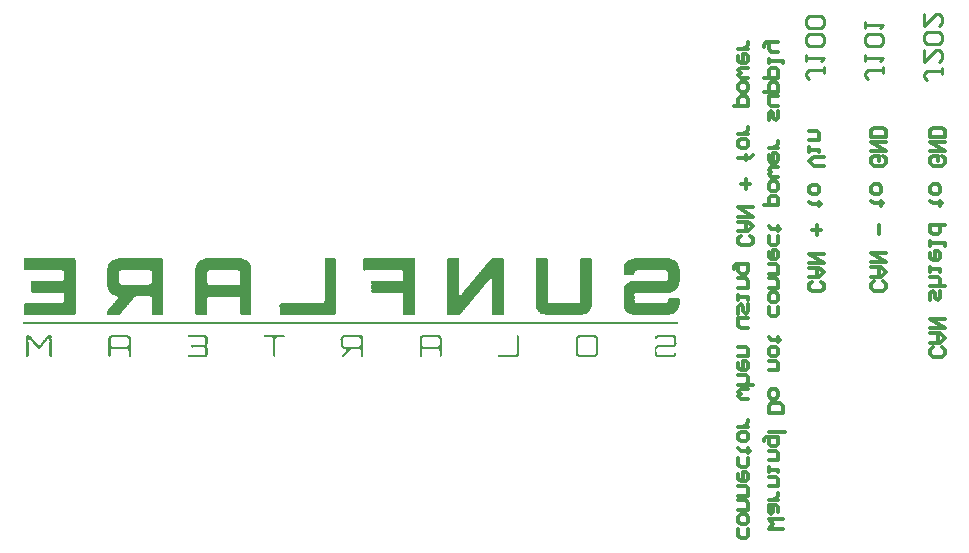
<source format=gbo>
G04*
G04 #@! TF.GenerationSoftware,Altium Limited,Altium Designer,21.0.9 (235)*
G04*
G04 Layer_Color=32896*
%FSLAX25Y25*%
%MOIN*%
G70*
G04*
G04 #@! TF.SameCoordinates,959B754D-2E43-44A3-80A8-312F36613E2A*
G04*
G04*
G04 #@! TF.FilePolarity,Positive*
G04*
G01*
G75*
%ADD16C,0.01000*%
%ADD94C,0.01181*%
G36*
X227408Y125532D02*
X227481D01*
Y125459D01*
X227554D01*
Y125386D01*
X227627D01*
Y125313D01*
Y125240D01*
Y125167D01*
Y125093D01*
Y125020D01*
Y124947D01*
Y124874D01*
Y124801D01*
Y124728D01*
Y124655D01*
Y124582D01*
Y124509D01*
X227700D01*
Y124436D01*
Y124363D01*
Y124289D01*
X227627D01*
Y124216D01*
Y124143D01*
Y124070D01*
Y123997D01*
Y123924D01*
Y123851D01*
Y123778D01*
Y123705D01*
Y123632D01*
Y123558D01*
Y123485D01*
Y123412D01*
Y123339D01*
Y123266D01*
Y123193D01*
Y123120D01*
Y123047D01*
Y122974D01*
Y122901D01*
Y122827D01*
Y122754D01*
Y122681D01*
Y122608D01*
Y122535D01*
Y122462D01*
Y122389D01*
Y122316D01*
Y122243D01*
Y122170D01*
Y122097D01*
Y122023D01*
Y121950D01*
Y121877D01*
Y121804D01*
Y121731D01*
Y121658D01*
Y121585D01*
Y121512D01*
Y121439D01*
Y121366D01*
Y121292D01*
Y121219D01*
Y121146D01*
Y121073D01*
Y121000D01*
Y120927D01*
Y120854D01*
Y120781D01*
Y120708D01*
Y120635D01*
Y120562D01*
Y120488D01*
Y120415D01*
Y120342D01*
Y120269D01*
Y120196D01*
Y120123D01*
Y120050D01*
Y119977D01*
Y119904D01*
Y119831D01*
Y119757D01*
Y119684D01*
Y119611D01*
Y119538D01*
Y119465D01*
Y119392D01*
Y119319D01*
Y119246D01*
Y119173D01*
Y119100D01*
Y119027D01*
Y118953D01*
Y118880D01*
Y118807D01*
Y118734D01*
Y118661D01*
Y118588D01*
Y118515D01*
Y118442D01*
Y118369D01*
Y118296D01*
Y118222D01*
Y118149D01*
Y118076D01*
Y118003D01*
Y117930D01*
Y117857D01*
Y117784D01*
Y117711D01*
Y117638D01*
Y117565D01*
Y117491D01*
Y117418D01*
Y117345D01*
Y117272D01*
Y117199D01*
Y117126D01*
Y117053D01*
Y116980D01*
Y116907D01*
Y116834D01*
Y116761D01*
Y116687D01*
Y116614D01*
Y116541D01*
Y116468D01*
Y116395D01*
Y116322D01*
Y116249D01*
Y116176D01*
Y116103D01*
Y116030D01*
Y115956D01*
Y115883D01*
Y115810D01*
Y115737D01*
Y115664D01*
Y115591D01*
Y115518D01*
Y115445D01*
Y115372D01*
Y115299D01*
Y115226D01*
Y115152D01*
Y115079D01*
Y115006D01*
Y114933D01*
Y114860D01*
Y114787D01*
Y114714D01*
Y114641D01*
Y114568D01*
Y114495D01*
Y114421D01*
Y114348D01*
Y114275D01*
Y114202D01*
Y114129D01*
Y114056D01*
Y113983D01*
Y113910D01*
Y113837D01*
Y113763D01*
Y113690D01*
Y113617D01*
Y113544D01*
Y113471D01*
Y113398D01*
Y113325D01*
Y113252D01*
Y113179D01*
Y113106D01*
Y113033D01*
Y112960D01*
Y112886D01*
Y112813D01*
Y112740D01*
Y112667D01*
Y112594D01*
Y112521D01*
Y112448D01*
Y112375D01*
Y112302D01*
Y112229D01*
Y112155D01*
Y112082D01*
Y112009D01*
Y111936D01*
Y111863D01*
Y111790D01*
Y111717D01*
Y111644D01*
Y111571D01*
Y111498D01*
Y111425D01*
Y111351D01*
Y111278D01*
Y111205D01*
Y111132D01*
Y111059D01*
Y110986D01*
Y110913D01*
Y110840D01*
Y110767D01*
Y110694D01*
Y110620D01*
Y110547D01*
Y110474D01*
Y110401D01*
Y110328D01*
Y110255D01*
Y110182D01*
Y110109D01*
Y110036D01*
Y109962D01*
Y109889D01*
Y109816D01*
Y109743D01*
Y109670D01*
Y109597D01*
Y109524D01*
Y109451D01*
X227554D01*
Y109378D01*
Y109305D01*
Y109232D01*
Y109159D01*
X227481D01*
Y109085D01*
X227408D01*
Y109012D01*
Y108939D01*
X227335D01*
Y108866D01*
X227262D01*
Y108793D01*
X227188D01*
Y108720D01*
Y108647D01*
X227115D01*
Y108574D01*
Y108501D01*
X227042D01*
Y108428D01*
Y108354D01*
Y108281D01*
X226969D01*
Y108208D01*
Y108135D01*
X226896D01*
Y108062D01*
X226823D01*
Y107989D01*
X226750D01*
Y107916D01*
X226677D01*
Y107843D01*
X226604D01*
Y107770D01*
X226458D01*
Y107696D01*
X226384D01*
Y107623D01*
X226311D01*
Y107550D01*
X226238D01*
Y107477D01*
X226165D01*
Y107404D01*
X226092D01*
Y107331D01*
X226019D01*
Y107258D01*
X225946D01*
Y107185D01*
X225800D01*
Y107112D01*
X225580D01*
Y107039D01*
X225288D01*
Y106966D01*
X224922D01*
Y106893D01*
X224630D01*
Y106819D01*
X224338D01*
Y106746D01*
X224118D01*
Y106673D01*
X223826D01*
Y106600D01*
X212569D01*
Y106673D01*
X212350D01*
Y106746D01*
X212277D01*
Y106819D01*
X212057D01*
Y106893D01*
X211692D01*
Y106966D01*
X211253D01*
Y107039D01*
X210888D01*
Y107112D01*
X210669D01*
Y107185D01*
X210523D01*
Y107258D01*
X210449D01*
Y107331D01*
X210376D01*
Y107404D01*
X210303D01*
Y107477D01*
X210230D01*
Y107550D01*
X210157D01*
Y107623D01*
X210084D01*
Y107696D01*
X210011D01*
Y107770D01*
X209865D01*
Y107843D01*
X209791D01*
Y107916D01*
X209718D01*
Y107989D01*
Y108062D01*
X209645D01*
Y108135D01*
Y108208D01*
X209572D01*
Y108281D01*
Y108354D01*
X209499D01*
Y108428D01*
Y108501D01*
X209426D01*
Y108574D01*
X209353D01*
Y108647D01*
X209280D01*
Y108720D01*
X209207D01*
Y108793D01*
X209134D01*
Y108866D01*
Y108939D01*
X209061D01*
Y109012D01*
Y109085D01*
Y109159D01*
X208987D01*
Y109232D01*
Y109305D01*
Y109378D01*
Y109451D01*
Y109524D01*
Y109597D01*
Y109670D01*
X208914D01*
Y109743D01*
Y109816D01*
Y109889D01*
Y109962D01*
Y110036D01*
Y110109D01*
Y110182D01*
Y110255D01*
Y110328D01*
Y110401D01*
Y110474D01*
Y110547D01*
Y110620D01*
Y110694D01*
Y110767D01*
Y110840D01*
Y110913D01*
Y110986D01*
Y111059D01*
Y111132D01*
Y111205D01*
Y111278D01*
Y111351D01*
Y111425D01*
Y111498D01*
Y111571D01*
Y111644D01*
Y111717D01*
Y111790D01*
Y111863D01*
Y111936D01*
Y112009D01*
Y112082D01*
Y112155D01*
Y112229D01*
Y112302D01*
Y112375D01*
Y112448D01*
Y112521D01*
Y112594D01*
Y112667D01*
Y112740D01*
Y112813D01*
Y112886D01*
Y112960D01*
Y113033D01*
Y113106D01*
Y113179D01*
Y113252D01*
Y113325D01*
Y113398D01*
Y113471D01*
Y113544D01*
Y113617D01*
Y113690D01*
Y113763D01*
Y113837D01*
Y113910D01*
Y113983D01*
Y114056D01*
Y114129D01*
Y114202D01*
Y114275D01*
Y114348D01*
Y114421D01*
Y114495D01*
Y114568D01*
Y114641D01*
Y114714D01*
Y114787D01*
Y114860D01*
Y114933D01*
Y115006D01*
Y115079D01*
Y115152D01*
Y115226D01*
Y115299D01*
Y115372D01*
Y115445D01*
Y115518D01*
Y115591D01*
Y115664D01*
Y115737D01*
Y115810D01*
Y115883D01*
Y115956D01*
Y116030D01*
Y116103D01*
Y116176D01*
Y116249D01*
Y116322D01*
Y116395D01*
Y116468D01*
Y116541D01*
Y116614D01*
Y116687D01*
Y116761D01*
Y116834D01*
Y116907D01*
Y116980D01*
Y117053D01*
Y117126D01*
Y117199D01*
Y117272D01*
Y117345D01*
Y117418D01*
Y117491D01*
Y117565D01*
Y117638D01*
Y117711D01*
Y117784D01*
Y117857D01*
Y117930D01*
Y118003D01*
Y118076D01*
Y118149D01*
Y118222D01*
Y118296D01*
Y118369D01*
Y118442D01*
Y118515D01*
Y118588D01*
Y118661D01*
Y118734D01*
Y118807D01*
Y118880D01*
Y118953D01*
Y119027D01*
Y119100D01*
Y119173D01*
Y119246D01*
Y119319D01*
Y119392D01*
Y119465D01*
Y119538D01*
Y119611D01*
Y119684D01*
Y119757D01*
Y119831D01*
Y119904D01*
Y119977D01*
Y120050D01*
Y120123D01*
Y120196D01*
Y120269D01*
Y120342D01*
Y120415D01*
Y120488D01*
Y120562D01*
Y120635D01*
Y120708D01*
Y120781D01*
Y120854D01*
Y120927D01*
Y121000D01*
Y121073D01*
Y121146D01*
Y121219D01*
Y121292D01*
Y121366D01*
Y121439D01*
Y121512D01*
Y121585D01*
Y121658D01*
Y121731D01*
Y121804D01*
Y121877D01*
Y121950D01*
Y122023D01*
Y122097D01*
Y122170D01*
Y122243D01*
Y122316D01*
Y122389D01*
Y122462D01*
Y122535D01*
Y122608D01*
Y122681D01*
Y122754D01*
Y122827D01*
Y122901D01*
Y122974D01*
Y123047D01*
Y123120D01*
Y123193D01*
Y123266D01*
Y123339D01*
Y123412D01*
Y123485D01*
Y123558D01*
Y123632D01*
Y123705D01*
Y123778D01*
Y123851D01*
Y123924D01*
Y123997D01*
Y124070D01*
Y124143D01*
Y124216D01*
Y124289D01*
Y124363D01*
Y124436D01*
Y124509D01*
Y124582D01*
Y124655D01*
Y124728D01*
Y124801D01*
Y124874D01*
Y124947D01*
Y125020D01*
Y125093D01*
Y125167D01*
X208987D01*
Y125240D01*
Y125313D01*
Y125386D01*
X209061D01*
Y125459D01*
X209134D01*
Y125532D01*
X209280D01*
Y125605D01*
X209791D01*
Y125532D01*
X212057D01*
Y125605D01*
X212715D01*
Y125532D01*
X212789D01*
Y125459D01*
X212862D01*
Y125386D01*
Y125313D01*
Y125240D01*
X212935D01*
Y125167D01*
Y125093D01*
Y125020D01*
Y124947D01*
Y124874D01*
Y124801D01*
Y124728D01*
Y124655D01*
Y124582D01*
Y124509D01*
Y124436D01*
Y124363D01*
Y124289D01*
Y124216D01*
Y124143D01*
Y124070D01*
Y123997D01*
Y123924D01*
Y123851D01*
Y123778D01*
Y123705D01*
Y123632D01*
Y123558D01*
Y123485D01*
Y123412D01*
Y123339D01*
Y123266D01*
Y123193D01*
Y123120D01*
Y123047D01*
Y122974D01*
Y122901D01*
Y122827D01*
Y122754D01*
Y122681D01*
Y122608D01*
Y122535D01*
Y122462D01*
Y122389D01*
Y122316D01*
Y122243D01*
Y122170D01*
Y122097D01*
Y122023D01*
Y121950D01*
Y121877D01*
Y121804D01*
Y121731D01*
Y121658D01*
Y121585D01*
Y121512D01*
Y121439D01*
Y121366D01*
Y121292D01*
Y121219D01*
Y121146D01*
Y121073D01*
Y121000D01*
Y120927D01*
Y120854D01*
Y120781D01*
Y120708D01*
Y120635D01*
Y120562D01*
Y120488D01*
Y120415D01*
Y120342D01*
Y120269D01*
Y120196D01*
Y120123D01*
Y120050D01*
Y119977D01*
Y119904D01*
Y119831D01*
Y119757D01*
Y119684D01*
Y119611D01*
Y119538D01*
Y119465D01*
Y119392D01*
Y119319D01*
Y119246D01*
Y119173D01*
Y119100D01*
Y119027D01*
Y118953D01*
Y118880D01*
Y118807D01*
Y118734D01*
Y118661D01*
Y118588D01*
Y118515D01*
Y118442D01*
Y118369D01*
Y118296D01*
Y118222D01*
Y118149D01*
Y118076D01*
Y118003D01*
Y117930D01*
Y117857D01*
Y117784D01*
Y117711D01*
Y117638D01*
Y117565D01*
Y117491D01*
Y117418D01*
Y117345D01*
Y117272D01*
Y117199D01*
Y117126D01*
Y117053D01*
Y116980D01*
Y116907D01*
Y116834D01*
Y116761D01*
Y116687D01*
Y116614D01*
Y116541D01*
Y116468D01*
Y116395D01*
Y116322D01*
Y116249D01*
Y116176D01*
Y116103D01*
Y116030D01*
Y115956D01*
Y115883D01*
Y115810D01*
Y115737D01*
Y115664D01*
Y115591D01*
Y115518D01*
Y115445D01*
Y115372D01*
Y115299D01*
Y115226D01*
Y115152D01*
Y115079D01*
Y115006D01*
Y114933D01*
Y114860D01*
Y114787D01*
Y114714D01*
Y114641D01*
Y114568D01*
Y114495D01*
Y114421D01*
Y114348D01*
Y114275D01*
Y114202D01*
Y114129D01*
Y114056D01*
Y113983D01*
Y113910D01*
Y113837D01*
Y113763D01*
Y113690D01*
Y113617D01*
Y113544D01*
Y113471D01*
Y113398D01*
Y113325D01*
Y113252D01*
Y113179D01*
Y113106D01*
Y113033D01*
Y112960D01*
Y112886D01*
Y112813D01*
Y112740D01*
Y112667D01*
Y112594D01*
Y112521D01*
Y112448D01*
Y112375D01*
Y112302D01*
Y112229D01*
Y112155D01*
Y112082D01*
Y112009D01*
Y111936D01*
Y111863D01*
Y111790D01*
Y111717D01*
Y111644D01*
Y111571D01*
Y111498D01*
Y111425D01*
Y111351D01*
Y111278D01*
Y111205D01*
Y111132D01*
X213008D01*
Y111059D01*
Y110986D01*
Y110913D01*
X213081D01*
Y110840D01*
Y110767D01*
X213154D01*
Y110694D01*
X213227D01*
Y110620D01*
X213300D01*
Y110547D01*
X223314D01*
Y110620D01*
X223461D01*
Y110694D01*
X223534D01*
Y110767D01*
X223607D01*
Y110840D01*
Y110913D01*
Y110986D01*
X223680D01*
Y111059D01*
Y111132D01*
Y111205D01*
Y111278D01*
X223753D01*
Y111351D01*
Y111425D01*
Y111498D01*
Y111571D01*
Y111644D01*
Y111717D01*
Y111790D01*
Y111863D01*
Y111936D01*
Y112009D01*
Y112082D01*
Y112155D01*
Y112229D01*
Y112302D01*
Y112375D01*
Y112448D01*
Y112521D01*
Y112594D01*
Y112667D01*
Y112740D01*
Y112813D01*
Y112886D01*
Y112960D01*
Y113033D01*
Y113106D01*
Y113179D01*
Y113252D01*
Y113325D01*
Y113398D01*
Y113471D01*
Y113544D01*
Y113617D01*
Y113690D01*
Y113763D01*
Y113837D01*
Y113910D01*
Y113983D01*
Y114056D01*
Y114129D01*
Y114202D01*
Y114275D01*
Y114348D01*
Y114421D01*
Y114495D01*
Y114568D01*
Y114641D01*
Y114714D01*
Y114787D01*
Y114860D01*
Y114933D01*
Y115006D01*
Y115079D01*
Y115152D01*
Y115226D01*
Y115299D01*
Y115372D01*
Y115445D01*
Y115518D01*
Y115591D01*
Y115664D01*
Y115737D01*
Y115810D01*
Y115883D01*
Y115956D01*
Y116030D01*
Y116103D01*
Y116176D01*
Y116249D01*
Y116322D01*
Y116395D01*
Y116468D01*
Y116541D01*
Y116614D01*
Y116687D01*
Y116761D01*
Y116834D01*
Y116907D01*
Y116980D01*
Y117053D01*
Y117126D01*
Y117199D01*
Y117272D01*
Y117345D01*
Y117418D01*
Y117491D01*
Y117565D01*
Y117638D01*
Y117711D01*
Y117784D01*
Y117857D01*
Y117930D01*
Y118003D01*
Y118076D01*
Y118149D01*
Y118222D01*
Y118296D01*
Y118369D01*
Y118442D01*
Y118515D01*
Y118588D01*
Y118661D01*
Y118734D01*
Y118807D01*
Y118880D01*
Y118953D01*
Y119027D01*
Y119100D01*
Y119173D01*
Y119246D01*
Y119319D01*
Y119392D01*
Y119465D01*
Y119538D01*
Y119611D01*
Y119684D01*
Y119757D01*
Y119831D01*
Y119904D01*
Y119977D01*
Y120050D01*
Y120123D01*
Y120196D01*
Y120269D01*
Y120342D01*
Y120415D01*
Y120488D01*
Y120562D01*
Y120635D01*
Y120708D01*
Y120781D01*
Y120854D01*
Y120927D01*
Y121000D01*
Y121073D01*
Y121146D01*
Y121219D01*
Y121292D01*
Y121366D01*
Y121439D01*
Y121512D01*
Y121585D01*
Y121658D01*
Y121731D01*
Y121804D01*
Y121877D01*
Y121950D01*
Y122023D01*
Y122097D01*
Y122170D01*
Y122243D01*
Y122316D01*
Y122389D01*
Y122462D01*
Y122535D01*
Y122608D01*
Y122681D01*
Y122754D01*
Y122827D01*
Y122901D01*
Y122974D01*
Y123047D01*
Y123120D01*
Y123193D01*
Y123266D01*
Y123339D01*
Y123412D01*
Y123485D01*
Y123558D01*
Y123632D01*
Y123705D01*
Y123778D01*
Y123851D01*
Y123924D01*
Y123997D01*
Y124070D01*
Y124143D01*
Y124216D01*
Y124289D01*
Y124363D01*
Y124436D01*
Y124509D01*
Y124582D01*
Y124655D01*
Y124728D01*
Y124801D01*
Y124874D01*
Y124947D01*
Y125020D01*
Y125093D01*
Y125167D01*
Y125240D01*
Y125313D01*
X223826D01*
Y125386D01*
Y125459D01*
X223899D01*
Y125532D01*
X223972D01*
Y125605D01*
X224557D01*
Y125532D01*
X226823D01*
Y125605D01*
X227408D01*
Y125532D01*
D02*
G37*
G36*
X197950D02*
X198096D01*
Y125459D01*
Y125386D01*
X198169D01*
Y125313D01*
X198242D01*
Y125240D01*
Y125167D01*
Y125093D01*
Y125020D01*
Y124947D01*
Y124874D01*
Y124801D01*
Y124728D01*
Y124655D01*
Y124582D01*
Y124509D01*
Y124436D01*
Y124363D01*
Y124289D01*
Y124216D01*
Y124143D01*
Y124070D01*
Y123997D01*
Y123924D01*
Y123851D01*
Y123778D01*
Y123705D01*
Y123632D01*
Y123558D01*
Y123485D01*
Y123412D01*
Y123339D01*
Y123266D01*
Y123193D01*
Y123120D01*
Y123047D01*
Y122974D01*
Y122901D01*
Y122827D01*
Y122754D01*
Y122681D01*
Y122608D01*
Y122535D01*
Y122462D01*
Y122389D01*
Y122316D01*
Y122243D01*
Y122170D01*
Y122097D01*
Y122023D01*
Y121950D01*
Y121877D01*
Y121804D01*
Y121731D01*
Y121658D01*
Y121585D01*
Y121512D01*
Y121439D01*
Y121366D01*
Y121292D01*
Y121219D01*
Y121146D01*
Y121073D01*
Y121000D01*
Y120927D01*
Y120854D01*
Y120781D01*
Y120708D01*
Y120635D01*
Y120562D01*
Y120488D01*
Y120415D01*
Y120342D01*
Y120269D01*
Y120196D01*
Y120123D01*
Y120050D01*
Y119977D01*
Y119904D01*
Y119831D01*
Y119757D01*
Y119684D01*
Y119611D01*
Y119538D01*
Y119465D01*
Y119392D01*
Y119319D01*
Y119246D01*
Y119173D01*
Y119100D01*
Y119027D01*
Y118953D01*
Y118880D01*
Y118807D01*
Y118734D01*
Y118661D01*
Y118588D01*
Y118515D01*
Y118442D01*
Y118369D01*
Y118296D01*
Y118222D01*
Y118149D01*
Y118076D01*
Y118003D01*
Y117930D01*
Y117857D01*
Y117784D01*
Y117711D01*
Y117638D01*
Y117565D01*
Y117491D01*
Y117418D01*
Y117345D01*
Y117272D01*
Y117199D01*
Y117126D01*
Y117053D01*
Y116980D01*
Y116907D01*
Y116834D01*
Y116761D01*
Y116687D01*
Y116614D01*
Y116541D01*
Y116468D01*
Y116395D01*
Y116322D01*
Y116249D01*
Y116176D01*
Y116103D01*
Y116030D01*
Y115956D01*
Y115883D01*
Y115810D01*
Y115737D01*
Y115664D01*
Y115591D01*
Y115518D01*
Y115445D01*
Y115372D01*
Y115299D01*
Y115226D01*
Y115152D01*
Y115079D01*
Y115006D01*
Y114933D01*
Y114860D01*
Y114787D01*
Y114714D01*
Y114641D01*
Y114568D01*
Y114495D01*
Y114421D01*
Y114348D01*
Y114275D01*
Y114202D01*
Y114129D01*
Y114056D01*
Y113983D01*
Y113910D01*
Y113837D01*
Y113763D01*
Y113690D01*
Y113617D01*
Y113544D01*
Y113471D01*
Y113398D01*
Y113325D01*
Y113252D01*
Y113179D01*
Y113106D01*
Y113033D01*
Y112960D01*
Y112886D01*
Y112813D01*
Y112740D01*
Y112667D01*
Y112594D01*
Y112521D01*
Y112448D01*
Y112375D01*
Y112302D01*
Y112229D01*
Y112155D01*
Y112082D01*
Y112009D01*
Y111936D01*
Y111863D01*
Y111790D01*
Y111717D01*
Y111644D01*
Y111571D01*
Y111498D01*
Y111425D01*
Y111351D01*
Y111278D01*
Y111205D01*
Y111132D01*
Y111059D01*
Y110986D01*
Y110913D01*
Y110840D01*
Y110767D01*
Y110694D01*
Y110620D01*
Y110547D01*
Y110474D01*
Y110401D01*
Y110328D01*
Y110255D01*
Y110182D01*
Y110109D01*
Y110036D01*
Y109962D01*
Y109889D01*
Y109816D01*
Y109743D01*
Y109670D01*
Y109597D01*
Y109524D01*
Y109451D01*
Y109378D01*
Y109305D01*
Y109232D01*
Y109159D01*
Y109085D01*
Y109012D01*
Y108939D01*
Y108866D01*
Y108793D01*
Y108720D01*
Y108647D01*
Y108574D01*
Y108501D01*
Y108428D01*
Y108354D01*
Y108281D01*
Y108208D01*
Y108135D01*
Y108062D01*
Y107989D01*
Y107916D01*
Y107843D01*
Y107770D01*
Y107696D01*
Y107623D01*
Y107550D01*
Y107477D01*
Y107404D01*
Y107331D01*
Y107258D01*
Y107185D01*
Y107112D01*
Y107039D01*
Y106966D01*
Y106893D01*
Y106819D01*
X198169D01*
Y106746D01*
X198096D01*
Y106673D01*
X198023D01*
Y106600D01*
X197877D01*
Y106527D01*
X197438D01*
Y106600D01*
X194807D01*
Y106673D01*
X194661D01*
Y106746D01*
X194588D01*
Y106819D01*
X194514D01*
Y106893D01*
Y106966D01*
Y107039D01*
X194441D01*
Y107112D01*
Y107185D01*
Y107258D01*
Y107331D01*
Y107404D01*
Y107477D01*
Y107550D01*
Y107623D01*
Y107696D01*
Y107770D01*
Y107843D01*
Y107916D01*
Y107989D01*
Y108062D01*
Y108135D01*
Y108208D01*
Y108281D01*
Y108354D01*
Y108428D01*
Y108501D01*
Y108574D01*
Y108647D01*
Y108720D01*
Y108793D01*
Y108866D01*
Y108939D01*
Y109012D01*
Y109085D01*
Y109159D01*
Y109232D01*
Y109305D01*
Y109378D01*
Y109451D01*
Y109524D01*
Y109597D01*
Y109670D01*
Y109743D01*
Y109816D01*
Y109889D01*
Y109962D01*
Y110036D01*
Y110109D01*
Y110182D01*
Y110255D01*
Y110328D01*
Y110401D01*
Y110474D01*
Y110547D01*
Y110620D01*
Y110694D01*
Y110767D01*
Y110840D01*
Y110913D01*
Y110986D01*
Y111059D01*
Y111132D01*
Y111205D01*
Y111278D01*
Y111351D01*
Y111425D01*
Y111498D01*
Y111571D01*
Y111644D01*
Y111717D01*
Y111790D01*
Y111863D01*
Y111936D01*
Y112009D01*
Y112082D01*
Y112155D01*
Y112229D01*
Y112302D01*
Y112375D01*
Y112448D01*
Y112521D01*
Y112594D01*
Y112667D01*
Y112740D01*
Y112813D01*
Y112886D01*
Y112960D01*
Y113033D01*
Y113106D01*
Y113179D01*
Y113252D01*
Y113325D01*
Y113398D01*
Y113471D01*
Y113544D01*
Y113617D01*
Y113690D01*
Y113763D01*
Y113837D01*
Y113910D01*
Y113983D01*
Y114056D01*
Y114129D01*
Y114202D01*
Y114275D01*
Y114348D01*
Y114421D01*
Y114495D01*
Y114568D01*
Y114641D01*
Y114714D01*
Y114787D01*
Y114860D01*
Y114933D01*
Y115006D01*
Y115079D01*
Y115152D01*
Y115226D01*
Y115299D01*
Y115372D01*
Y115445D01*
Y115518D01*
Y115591D01*
Y115664D01*
Y115737D01*
Y115810D01*
Y115883D01*
Y115956D01*
Y116030D01*
Y116103D01*
Y116176D01*
Y116249D01*
Y116322D01*
Y116395D01*
Y116468D01*
Y116541D01*
Y116614D01*
Y116687D01*
Y116761D01*
Y116834D01*
Y116907D01*
Y116980D01*
Y117053D01*
Y117126D01*
Y117199D01*
Y117272D01*
Y117345D01*
Y117418D01*
Y117491D01*
Y117565D01*
Y117638D01*
Y117711D01*
Y117784D01*
Y117857D01*
Y117930D01*
Y118003D01*
Y118076D01*
X194514D01*
Y118149D01*
Y118222D01*
Y118296D01*
Y118369D01*
X194441D01*
Y118442D01*
Y118515D01*
Y118588D01*
X194368D01*
Y118661D01*
X194222D01*
Y118734D01*
X193930D01*
Y118661D01*
X193710D01*
Y118588D01*
X193564D01*
Y118515D01*
X193491D01*
Y118442D01*
X193418D01*
Y118369D01*
X193345D01*
Y118296D01*
Y118222D01*
X193272D01*
Y118149D01*
Y118076D01*
X193199D01*
Y118003D01*
Y117930D01*
X193125D01*
Y117857D01*
X193052D01*
Y117784D01*
Y117711D01*
X192979D01*
Y117638D01*
X192833D01*
Y117565D01*
X192760D01*
Y117491D01*
X192687D01*
Y117418D01*
X192614D01*
Y117345D01*
Y117272D01*
X192541D01*
Y117199D01*
X192468D01*
Y117126D01*
X192395D01*
Y117053D01*
X192322D01*
Y116980D01*
X192248D01*
Y116907D01*
X192175D01*
Y116834D01*
X192102D01*
Y116761D01*
X192029D01*
Y116687D01*
Y116614D01*
X191956D01*
Y116541D01*
X191883D01*
Y116468D01*
Y116395D01*
X191810D01*
Y116322D01*
X191737D01*
Y116249D01*
X191664D01*
Y116176D01*
X191590D01*
Y116103D01*
X191517D01*
Y116030D01*
X191444D01*
Y115956D01*
X191371D01*
Y115883D01*
X191298D01*
Y115810D01*
X191225D01*
Y115737D01*
Y115664D01*
X191152D01*
Y115591D01*
Y115518D01*
X191079D01*
Y115445D01*
X191006D01*
Y115372D01*
X190933D01*
Y115299D01*
X190860D01*
Y115226D01*
X190786D01*
Y115152D01*
X190713D01*
Y115079D01*
X190640D01*
Y115006D01*
X190567D01*
Y114933D01*
X190494D01*
Y114860D01*
Y114787D01*
X190421D01*
Y114714D01*
Y114641D01*
X190348D01*
Y114568D01*
X190275D01*
Y114495D01*
X190202D01*
Y114421D01*
X190129D01*
Y114348D01*
X190056D01*
Y114275D01*
X189982D01*
Y114202D01*
X189909D01*
Y114129D01*
X189836D01*
Y114056D01*
Y113983D01*
X189763D01*
Y113910D01*
X189690D01*
Y113837D01*
Y113763D01*
X189617D01*
Y113690D01*
X189544D01*
Y113617D01*
X189471D01*
Y113544D01*
X189398D01*
Y113471D01*
X189324D01*
Y113398D01*
X189251D01*
Y113325D01*
X189178D01*
Y113252D01*
Y113179D01*
X189105D01*
Y113106D01*
X189032D01*
Y113033D01*
Y112960D01*
X188959D01*
Y112886D01*
X188886D01*
Y112813D01*
X188813D01*
Y112740D01*
X188667D01*
Y112667D01*
X188594D01*
Y112594D01*
X188521D01*
Y112521D01*
Y112448D01*
X188447D01*
Y112375D01*
X188374D01*
Y112302D01*
Y112229D01*
X188301D01*
Y112155D01*
Y112082D01*
X188228D01*
Y112009D01*
X188155D01*
Y111936D01*
X188009D01*
Y111863D01*
X187936D01*
Y111790D01*
X187863D01*
Y111717D01*
X187789D01*
Y111644D01*
X187716D01*
Y111571D01*
Y111498D01*
X187643D01*
Y111425D01*
X187570D01*
Y111351D01*
Y111278D01*
X187497D01*
Y111205D01*
X187424D01*
Y111132D01*
X187351D01*
Y111059D01*
X187278D01*
Y110986D01*
X187205D01*
Y110913D01*
X187132D01*
Y110840D01*
X187058D01*
Y110767D01*
Y110694D01*
X186985D01*
Y110620D01*
X186912D01*
Y110547D01*
Y110474D01*
X186839D01*
Y110401D01*
X186766D01*
Y110328D01*
X186693D01*
Y110255D01*
X186620D01*
Y110182D01*
X186547D01*
Y110109D01*
X186474D01*
Y110036D01*
X186401D01*
Y109962D01*
X186328D01*
Y109889D01*
Y109816D01*
X186255D01*
Y109743D01*
X186181D01*
Y109670D01*
X186108D01*
Y109597D01*
X186035D01*
Y109524D01*
X185962D01*
Y109451D01*
X185889D01*
Y109378D01*
Y109305D01*
X185816D01*
Y109232D01*
X185743D01*
Y109159D01*
X185670D01*
Y109085D01*
Y109012D01*
X185597D01*
Y108939D01*
Y108866D01*
X185523D01*
Y108793D01*
X185450D01*
Y108720D01*
Y108647D01*
X185304D01*
Y108574D01*
X185231D01*
Y108501D01*
X185158D01*
Y108428D01*
X185085D01*
Y108354D01*
X185012D01*
Y108281D01*
X184939D01*
Y108208D01*
X184866D01*
Y108135D01*
Y108062D01*
X184792D01*
Y107989D01*
X184720D01*
Y107916D01*
Y107843D01*
X184646D01*
Y107770D01*
X184573D01*
Y107696D01*
X184427D01*
Y107623D01*
X184354D01*
Y107550D01*
X184281D01*
Y107477D01*
Y107404D01*
X184208D01*
Y107331D01*
X184135D01*
Y107258D01*
Y107185D01*
X184062D01*
Y107112D01*
X183988D01*
Y107039D01*
X183915D01*
Y106966D01*
X183769D01*
Y106893D01*
X183696D01*
Y106819D01*
X183550D01*
Y106746D01*
X183477D01*
Y106673D01*
X183331D01*
Y106600D01*
X183111D01*
Y106527D01*
X182746D01*
Y106600D01*
X180334D01*
Y106527D01*
X179749D01*
Y106600D01*
X179676D01*
Y106673D01*
X179603D01*
Y106746D01*
Y106819D01*
X179530D01*
Y106893D01*
Y106966D01*
Y107039D01*
Y107112D01*
Y107185D01*
Y107258D01*
Y107331D01*
Y107404D01*
Y107477D01*
Y107550D01*
Y107623D01*
Y107696D01*
Y107770D01*
Y107843D01*
Y107916D01*
Y107989D01*
Y108062D01*
Y108135D01*
Y108208D01*
Y108281D01*
Y108354D01*
Y108428D01*
Y108501D01*
Y108574D01*
Y108647D01*
Y108720D01*
Y108793D01*
Y108866D01*
Y108939D01*
Y109012D01*
Y109085D01*
Y109159D01*
Y109232D01*
Y109305D01*
Y109378D01*
Y109451D01*
Y109524D01*
Y109597D01*
Y109670D01*
Y109743D01*
Y109816D01*
Y109889D01*
Y109962D01*
Y110036D01*
Y110109D01*
Y110182D01*
Y110255D01*
Y110328D01*
Y110401D01*
Y110474D01*
Y110547D01*
Y110620D01*
Y110694D01*
Y110767D01*
Y110840D01*
Y110913D01*
Y110986D01*
Y111059D01*
Y111132D01*
Y111205D01*
Y111278D01*
Y111351D01*
Y111425D01*
Y111498D01*
Y111571D01*
Y111644D01*
Y111717D01*
Y111790D01*
Y111863D01*
Y111936D01*
Y112009D01*
Y112082D01*
Y112155D01*
Y112229D01*
Y112302D01*
Y112375D01*
Y112448D01*
Y112521D01*
Y112594D01*
Y112667D01*
Y112740D01*
Y112813D01*
Y112886D01*
Y112960D01*
Y113033D01*
Y113106D01*
Y113179D01*
Y113252D01*
Y113325D01*
Y113398D01*
Y113471D01*
Y113544D01*
Y113617D01*
Y113690D01*
Y113763D01*
Y113837D01*
Y113910D01*
Y113983D01*
Y114056D01*
Y114129D01*
Y114202D01*
Y114275D01*
Y114348D01*
Y114421D01*
Y114495D01*
Y114568D01*
Y114641D01*
Y114714D01*
Y114787D01*
Y114860D01*
Y114933D01*
Y115006D01*
Y115079D01*
Y115152D01*
Y115226D01*
Y115299D01*
Y115372D01*
Y115445D01*
Y115518D01*
Y115591D01*
Y115664D01*
Y115737D01*
Y115810D01*
Y115883D01*
Y115956D01*
Y116030D01*
Y116103D01*
Y116176D01*
Y116249D01*
Y116322D01*
Y116395D01*
Y116468D01*
Y116541D01*
Y116614D01*
Y116687D01*
Y116761D01*
Y116834D01*
Y116907D01*
Y116980D01*
Y117053D01*
Y117126D01*
Y117199D01*
Y117272D01*
Y117345D01*
Y117418D01*
Y117491D01*
Y117565D01*
Y117638D01*
Y117711D01*
Y117784D01*
Y117857D01*
Y117930D01*
Y118003D01*
Y118076D01*
Y118149D01*
Y118222D01*
Y118296D01*
Y118369D01*
Y118442D01*
Y118515D01*
Y118588D01*
Y118661D01*
Y118734D01*
Y118807D01*
Y118880D01*
Y118953D01*
Y119027D01*
Y119100D01*
Y119173D01*
Y119246D01*
Y119319D01*
Y119392D01*
Y119465D01*
Y119538D01*
Y119611D01*
Y119684D01*
Y119757D01*
Y119831D01*
Y119904D01*
Y119977D01*
Y120050D01*
Y120123D01*
Y120196D01*
Y120269D01*
Y120342D01*
Y120415D01*
Y120488D01*
Y120562D01*
Y120635D01*
Y120708D01*
Y120781D01*
Y120854D01*
Y120927D01*
Y121000D01*
Y121073D01*
Y121146D01*
Y121219D01*
Y121292D01*
Y121366D01*
Y121439D01*
Y121512D01*
Y121585D01*
Y121658D01*
Y121731D01*
Y121804D01*
Y121877D01*
Y121950D01*
Y122023D01*
Y122097D01*
Y122170D01*
Y122243D01*
Y122316D01*
Y122389D01*
Y122462D01*
Y122535D01*
Y122608D01*
Y122681D01*
Y122754D01*
Y122827D01*
Y122901D01*
Y122974D01*
Y123047D01*
Y123120D01*
Y123193D01*
Y123266D01*
Y123339D01*
Y123412D01*
Y123485D01*
Y123558D01*
Y123632D01*
Y123705D01*
Y123778D01*
Y123851D01*
Y123924D01*
Y123997D01*
Y124070D01*
Y124143D01*
Y124216D01*
Y124289D01*
Y124363D01*
Y124436D01*
Y124509D01*
Y124582D01*
Y124655D01*
Y124728D01*
Y124801D01*
Y124874D01*
Y124947D01*
Y125020D01*
Y125093D01*
Y125167D01*
Y125240D01*
Y125313D01*
X179603D01*
Y125386D01*
Y125459D01*
X179676D01*
Y125532D01*
X179749D01*
Y125605D01*
X180407D01*
Y125532D01*
X182600D01*
Y125605D01*
X183184D01*
Y125532D01*
X183331D01*
Y125459D01*
Y125386D01*
X183404D01*
Y125313D01*
Y125240D01*
Y125167D01*
Y125093D01*
X183477D01*
Y125020D01*
Y124947D01*
Y124874D01*
Y124801D01*
Y124728D01*
Y124655D01*
Y124582D01*
Y124509D01*
Y124436D01*
Y124363D01*
Y124289D01*
Y124216D01*
Y124143D01*
Y124070D01*
Y123997D01*
Y123924D01*
Y123851D01*
Y123778D01*
Y123705D01*
Y123632D01*
Y123558D01*
Y123485D01*
Y123412D01*
Y123339D01*
Y123266D01*
Y123193D01*
Y123120D01*
Y123047D01*
Y122974D01*
Y122901D01*
Y122827D01*
Y122754D01*
Y122681D01*
Y122608D01*
Y122535D01*
Y122462D01*
Y122389D01*
Y122316D01*
Y122243D01*
Y122170D01*
Y122097D01*
Y122023D01*
Y121950D01*
Y121877D01*
Y121804D01*
Y121731D01*
Y121658D01*
Y121585D01*
Y121512D01*
Y121439D01*
Y121366D01*
Y121292D01*
Y121219D01*
Y121146D01*
Y121073D01*
Y121000D01*
Y120927D01*
Y120854D01*
Y120781D01*
Y120708D01*
Y120635D01*
Y120562D01*
Y120488D01*
Y120415D01*
Y120342D01*
Y120269D01*
Y120196D01*
Y120123D01*
Y120050D01*
Y119977D01*
Y119904D01*
Y119831D01*
Y119757D01*
Y119684D01*
Y119611D01*
Y119538D01*
Y119465D01*
Y119392D01*
Y119319D01*
Y119246D01*
Y119173D01*
Y119100D01*
Y119027D01*
Y118953D01*
Y118880D01*
Y118807D01*
Y118734D01*
Y118661D01*
Y118588D01*
Y118515D01*
Y118442D01*
Y118369D01*
Y118296D01*
Y118222D01*
Y118149D01*
Y118076D01*
Y118003D01*
Y117930D01*
Y117857D01*
Y117784D01*
Y117711D01*
Y117638D01*
Y117565D01*
Y117491D01*
Y117418D01*
Y117345D01*
Y117272D01*
Y117199D01*
Y117126D01*
Y117053D01*
Y116980D01*
Y116907D01*
Y116834D01*
Y116761D01*
Y116687D01*
Y116614D01*
Y116541D01*
Y116468D01*
Y116395D01*
Y116322D01*
Y116249D01*
Y116176D01*
Y116103D01*
Y116030D01*
Y115956D01*
Y115883D01*
Y115810D01*
Y115737D01*
Y115664D01*
Y115591D01*
Y115518D01*
Y115445D01*
Y115372D01*
Y115299D01*
Y115226D01*
Y115152D01*
Y115079D01*
Y115006D01*
Y114933D01*
Y114860D01*
Y114787D01*
X183404D01*
Y114714D01*
Y114641D01*
Y114568D01*
Y114495D01*
Y114421D01*
Y114348D01*
Y114275D01*
Y114202D01*
Y114129D01*
Y114056D01*
Y113983D01*
X183477D01*
Y113910D01*
Y113837D01*
Y113763D01*
Y113690D01*
Y113617D01*
X183550D01*
Y113544D01*
Y113471D01*
X183623D01*
Y113398D01*
X183696D01*
Y113325D01*
X184135D01*
Y113398D01*
X184281D01*
Y113471D01*
Y113544D01*
X184354D01*
Y113617D01*
Y113690D01*
X184427D01*
Y113763D01*
Y113837D01*
X184500D01*
Y113910D01*
Y113983D01*
X184573D01*
Y114056D01*
Y114129D01*
X184646D01*
Y114202D01*
X184720D01*
Y114275D01*
Y114348D01*
X184792D01*
Y114421D01*
X184866D01*
Y114495D01*
X184939D01*
Y114568D01*
X185012D01*
Y114641D01*
Y114714D01*
X185085D01*
Y114787D01*
X185158D01*
Y114860D01*
Y114933D01*
X185231D01*
Y115006D01*
X185304D01*
Y115079D01*
X185377D01*
Y115152D01*
X185450D01*
Y115226D01*
X185523D01*
Y115299D01*
X185670D01*
Y115372D01*
X185743D01*
Y115445D01*
X185816D01*
Y115518D01*
Y115591D01*
X185889D01*
Y115664D01*
X185962D01*
Y115737D01*
X186035D01*
Y115810D01*
X186108D01*
Y115883D01*
X186181D01*
Y115956D01*
X186255D01*
Y116030D01*
X186328D01*
Y116103D01*
Y116176D01*
X186401D01*
Y116249D01*
X186474D01*
Y116322D01*
Y116395D01*
X186547D01*
Y116468D01*
X186620D01*
Y116541D01*
X186693D01*
Y116614D01*
X186766D01*
Y116687D01*
X186839D01*
Y116761D01*
X186912D01*
Y116834D01*
X186985D01*
Y116907D01*
X187058D01*
Y116980D01*
X187132D01*
Y117053D01*
Y117126D01*
X187205D01*
Y117199D01*
X187278D01*
Y117272D01*
Y117345D01*
X187351D01*
Y117418D01*
X187424D01*
Y117491D01*
X187497D01*
Y117565D01*
X187643D01*
Y117638D01*
X187716D01*
Y117711D01*
X187789D01*
Y117784D01*
Y117857D01*
X187863D01*
Y117930D01*
Y118003D01*
X187936D01*
Y118076D01*
Y118149D01*
X188009D01*
Y118222D01*
X188082D01*
Y118296D01*
Y118369D01*
X188155D01*
Y118442D01*
X188228D01*
Y118515D01*
X188301D01*
Y118588D01*
X188374D01*
Y118661D01*
X188447D01*
Y118734D01*
X188521D01*
Y118807D01*
X188594D01*
Y118880D01*
Y118953D01*
X188667D01*
Y119027D01*
X188740D01*
Y119100D01*
Y119173D01*
X188813D01*
Y119246D01*
X188886D01*
Y119319D01*
X188959D01*
Y119392D01*
X189032D01*
Y119465D01*
X189178D01*
Y119538D01*
X189251D01*
Y119611D01*
Y119684D01*
X189324D01*
Y119757D01*
X189398D01*
Y119831D01*
Y119904D01*
X189471D01*
Y119977D01*
X189544D01*
Y120050D01*
X189617D01*
Y120123D01*
X189690D01*
Y120196D01*
X189763D01*
Y120269D01*
X189836D01*
Y120342D01*
X189909D01*
Y120415D01*
X189982D01*
Y120488D01*
Y120562D01*
X190056D01*
Y120635D01*
Y120708D01*
X190129D01*
Y120781D01*
X190202D01*
Y120854D01*
X190348D01*
Y120927D01*
X190421D01*
Y121000D01*
X190494D01*
Y121073D01*
X190567D01*
Y121146D01*
X190640D01*
Y121219D01*
Y121292D01*
X190713D01*
Y121366D01*
Y121439D01*
X190786D01*
Y121512D01*
X190860D01*
Y121585D01*
X190933D01*
Y121658D01*
X191006D01*
Y121731D01*
X191079D01*
Y121804D01*
X191152D01*
Y121877D01*
X191225D01*
Y121950D01*
X191298D01*
Y122023D01*
X191371D01*
Y122097D01*
Y122170D01*
X191444D01*
Y122243D01*
Y122316D01*
X191517D01*
Y122389D01*
X191590D01*
Y122462D01*
X191664D01*
Y122535D01*
X191737D01*
Y122608D01*
X191810D01*
Y122681D01*
X191883D01*
Y122754D01*
X191956D01*
Y122827D01*
Y122901D01*
X192029D01*
Y122974D01*
X192102D01*
Y123047D01*
X192175D01*
Y123120D01*
Y123193D01*
X192248D01*
Y123266D01*
X192322D01*
Y123339D01*
X192395D01*
Y123412D01*
X192468D01*
Y123485D01*
X192541D01*
Y123558D01*
X192614D01*
Y123632D01*
X192687D01*
Y123705D01*
Y123778D01*
X192760D01*
Y123851D01*
X192833D01*
Y123924D01*
Y123997D01*
X192906D01*
Y124070D01*
X192979D01*
Y124143D01*
X193052D01*
Y124216D01*
X193125D01*
Y124289D01*
X193199D01*
Y124363D01*
X193272D01*
Y124436D01*
X193345D01*
Y124509D01*
X193418D01*
Y124582D01*
Y124655D01*
X193491D01*
Y124728D01*
Y124801D01*
X193564D01*
Y124874D01*
X193637D01*
Y124947D01*
X193710D01*
Y125020D01*
X193783D01*
Y125093D01*
X193857D01*
Y125167D01*
X194003D01*
Y125240D01*
X194076D01*
Y125313D01*
X194222D01*
Y125386D01*
X194295D01*
Y125459D01*
X194368D01*
Y125532D01*
X194514D01*
Y125605D01*
X195099D01*
Y125532D01*
X197365D01*
Y125605D01*
X197950D01*
Y125532D01*
D02*
G37*
G36*
X168492D02*
X168565D01*
Y125459D01*
X168638D01*
Y125386D01*
X168711D01*
Y125313D01*
Y125240D01*
X168784D01*
Y125167D01*
Y125093D01*
Y125020D01*
Y124947D01*
Y124874D01*
Y124801D01*
Y124728D01*
Y124655D01*
Y124582D01*
Y124509D01*
Y124436D01*
Y124363D01*
Y124289D01*
Y124216D01*
Y124143D01*
Y124070D01*
Y123997D01*
Y123924D01*
Y123851D01*
Y123778D01*
Y123705D01*
Y123632D01*
Y123558D01*
Y123485D01*
Y123412D01*
Y123339D01*
Y123266D01*
Y123193D01*
Y123120D01*
Y123047D01*
Y122974D01*
Y122901D01*
Y122827D01*
Y122754D01*
Y122681D01*
Y122608D01*
Y122535D01*
Y122462D01*
Y122389D01*
Y122316D01*
Y122243D01*
Y122170D01*
Y122097D01*
Y122023D01*
Y121950D01*
Y121877D01*
Y121804D01*
Y121731D01*
Y121658D01*
Y121585D01*
Y121512D01*
Y121439D01*
Y121366D01*
Y121292D01*
Y121219D01*
Y121146D01*
Y121073D01*
Y121000D01*
Y120927D01*
Y120854D01*
Y120781D01*
Y120708D01*
Y120635D01*
Y120562D01*
Y120488D01*
Y120415D01*
Y120342D01*
Y120269D01*
Y120196D01*
Y120123D01*
Y120050D01*
Y119977D01*
Y119904D01*
Y119831D01*
Y119757D01*
Y119684D01*
Y119611D01*
Y119538D01*
Y119465D01*
Y119392D01*
Y119319D01*
Y119246D01*
Y119173D01*
Y119100D01*
Y119027D01*
Y118953D01*
Y118880D01*
Y118807D01*
Y118734D01*
Y118661D01*
Y118588D01*
Y118515D01*
Y118442D01*
Y118369D01*
Y118296D01*
Y118222D01*
Y118149D01*
Y118076D01*
Y118003D01*
Y117930D01*
Y117857D01*
Y117784D01*
Y117711D01*
Y117638D01*
Y117565D01*
Y117491D01*
Y117418D01*
Y117345D01*
Y117272D01*
Y117199D01*
Y117126D01*
Y117053D01*
Y116980D01*
Y116907D01*
Y116834D01*
Y116761D01*
Y116687D01*
Y116614D01*
Y116541D01*
Y116468D01*
Y116395D01*
Y116322D01*
Y116249D01*
Y116176D01*
Y116103D01*
Y116030D01*
Y115956D01*
Y115883D01*
Y115810D01*
Y115737D01*
Y115664D01*
Y115591D01*
Y115518D01*
Y115445D01*
Y115372D01*
Y115299D01*
Y115226D01*
Y115152D01*
Y115079D01*
Y115006D01*
Y114933D01*
Y114860D01*
Y114787D01*
Y114714D01*
Y114641D01*
Y114568D01*
Y114495D01*
Y114421D01*
Y114348D01*
Y114275D01*
Y114202D01*
Y114129D01*
Y114056D01*
Y113983D01*
Y113910D01*
Y113837D01*
Y113763D01*
Y113690D01*
Y113617D01*
Y113544D01*
Y113471D01*
Y113398D01*
Y113325D01*
Y113252D01*
Y113179D01*
Y113106D01*
Y113033D01*
Y112960D01*
Y112886D01*
Y112813D01*
Y112740D01*
Y112667D01*
Y112594D01*
Y112521D01*
Y112448D01*
Y112375D01*
Y112302D01*
Y112229D01*
Y112155D01*
Y112082D01*
Y112009D01*
Y111936D01*
Y111863D01*
Y111790D01*
Y111717D01*
Y111644D01*
Y111571D01*
Y111498D01*
Y111425D01*
Y111351D01*
Y111278D01*
Y111205D01*
Y111132D01*
Y111059D01*
Y110986D01*
Y110913D01*
Y110840D01*
Y110767D01*
Y110694D01*
Y110620D01*
Y110547D01*
Y110474D01*
Y110401D01*
Y110328D01*
Y110255D01*
Y110182D01*
Y110109D01*
Y110036D01*
Y109962D01*
Y109889D01*
Y109816D01*
Y109743D01*
Y109670D01*
Y109597D01*
Y109524D01*
Y109451D01*
Y109378D01*
Y109305D01*
Y109232D01*
Y109159D01*
Y109085D01*
Y109012D01*
Y108939D01*
Y108866D01*
Y108793D01*
Y108720D01*
Y108647D01*
Y108574D01*
Y108501D01*
Y108428D01*
Y108354D01*
Y108281D01*
Y108208D01*
Y108135D01*
Y108062D01*
Y107989D01*
Y107916D01*
Y107843D01*
Y107770D01*
Y107696D01*
Y107623D01*
Y107550D01*
Y107477D01*
Y107404D01*
Y107331D01*
Y107258D01*
Y107185D01*
Y107112D01*
Y107039D01*
Y106966D01*
Y106893D01*
X168711D01*
Y106819D01*
Y106746D01*
X168638D01*
Y106673D01*
X168565D01*
Y106600D01*
X168419D01*
Y106527D01*
X167980D01*
Y106600D01*
X165568D01*
Y106527D01*
X165057D01*
Y106600D01*
X164910D01*
Y106673D01*
Y106746D01*
X164837D01*
Y106819D01*
Y106893D01*
Y106966D01*
Y107039D01*
X164764D01*
Y107112D01*
Y107185D01*
Y107258D01*
Y107331D01*
Y107404D01*
Y107477D01*
Y107550D01*
Y107623D01*
Y107696D01*
Y107770D01*
Y107843D01*
Y107916D01*
Y107989D01*
Y108062D01*
Y108135D01*
Y108208D01*
Y108281D01*
Y108354D01*
Y108428D01*
Y108501D01*
Y108574D01*
Y108647D01*
Y108720D01*
Y108793D01*
Y108866D01*
Y108939D01*
Y109012D01*
Y109085D01*
Y109159D01*
Y109232D01*
Y109305D01*
Y109378D01*
Y109451D01*
Y109524D01*
Y109597D01*
Y109670D01*
Y109743D01*
Y109816D01*
Y109889D01*
Y109962D01*
Y110036D01*
Y110109D01*
Y110182D01*
Y110255D01*
Y110328D01*
Y110401D01*
Y110474D01*
Y110547D01*
Y110620D01*
Y110694D01*
Y110767D01*
Y110840D01*
Y110913D01*
Y110986D01*
Y111059D01*
Y111132D01*
Y111205D01*
Y111278D01*
Y111351D01*
Y111425D01*
Y111498D01*
Y111571D01*
Y111644D01*
Y111717D01*
Y111790D01*
Y111863D01*
Y111936D01*
Y112009D01*
Y112082D01*
Y112155D01*
Y112229D01*
Y112302D01*
Y112375D01*
Y112448D01*
Y112521D01*
Y112594D01*
Y112667D01*
Y112740D01*
Y112813D01*
Y112886D01*
Y112960D01*
Y113033D01*
Y113106D01*
Y113179D01*
X164837D01*
Y113252D01*
Y113325D01*
Y113398D01*
Y113471D01*
X164764D01*
Y113544D01*
Y113617D01*
Y113690D01*
Y113763D01*
Y113837D01*
X164691D01*
Y113910D01*
X164618D01*
Y113983D01*
X164545D01*
Y114056D01*
X164399D01*
Y114129D01*
X155042D01*
Y114056D01*
X154531D01*
Y114129D01*
X154311D01*
Y114202D01*
X154238D01*
Y114275D01*
X154165D01*
Y114348D01*
Y114421D01*
Y114495D01*
X154092D01*
Y114568D01*
Y114641D01*
Y114714D01*
X154165D01*
Y114787D01*
Y114860D01*
Y114933D01*
Y115006D01*
Y115079D01*
X154238D01*
Y115152D01*
Y115226D01*
Y115299D01*
Y115372D01*
X154165D01*
Y115445D01*
Y115518D01*
Y115591D01*
Y115664D01*
Y115737D01*
Y115810D01*
Y115883D01*
Y115956D01*
Y116030D01*
Y116103D01*
Y116176D01*
Y116249D01*
Y116322D01*
Y116395D01*
Y116468D01*
Y116541D01*
Y116614D01*
Y116687D01*
Y116761D01*
X154238D01*
Y116834D01*
Y116907D01*
Y116980D01*
Y117053D01*
X154165D01*
Y117126D01*
Y117199D01*
Y117272D01*
Y117345D01*
Y117418D01*
Y117491D01*
X154092D01*
Y117565D01*
Y117638D01*
X154165D01*
Y117711D01*
Y117784D01*
Y117857D01*
X154238D01*
Y117930D01*
X154311D01*
Y118003D01*
X154531D01*
Y118076D01*
X155115D01*
Y118003D01*
X164326D01*
Y118076D01*
X164545D01*
Y118149D01*
X164618D01*
Y118222D01*
X164691D01*
Y118296D01*
X164764D01*
Y118369D01*
Y118442D01*
Y118515D01*
Y118588D01*
Y118661D01*
X164837D01*
Y118734D01*
Y118807D01*
Y118880D01*
Y118953D01*
X164764D01*
Y119027D01*
Y119100D01*
Y119173D01*
Y119246D01*
Y119319D01*
Y119392D01*
Y119465D01*
Y119538D01*
Y119611D01*
Y119684D01*
Y119757D01*
Y119831D01*
Y119904D01*
Y119977D01*
Y120050D01*
Y120123D01*
Y120196D01*
Y120269D01*
Y120342D01*
Y120415D01*
Y120488D01*
Y120562D01*
Y120635D01*
Y120708D01*
Y120781D01*
Y120854D01*
Y120927D01*
Y121000D01*
Y121073D01*
X164691D01*
Y121146D01*
Y121219D01*
Y121292D01*
X164618D01*
Y121366D01*
X164545D01*
Y121439D01*
Y121512D01*
X164399D01*
Y121585D01*
X164106D01*
Y121658D01*
X163960D01*
Y121585D01*
X152192D01*
Y121512D01*
X151753D01*
Y121585D01*
X151607D01*
Y121658D01*
X151534D01*
Y121731D01*
Y121804D01*
Y121877D01*
X151461D01*
Y121950D01*
Y122023D01*
Y122097D01*
Y122170D01*
Y122243D01*
Y122316D01*
Y122389D01*
Y122462D01*
Y122535D01*
Y122608D01*
Y122681D01*
Y122754D01*
Y122827D01*
Y122901D01*
Y122974D01*
Y123047D01*
Y123120D01*
Y123193D01*
Y123266D01*
Y123339D01*
Y123412D01*
Y123485D01*
Y123558D01*
Y123632D01*
Y123705D01*
Y123778D01*
Y123851D01*
Y123924D01*
Y123997D01*
Y124070D01*
Y124143D01*
Y124216D01*
Y124289D01*
Y124363D01*
Y124436D01*
Y124509D01*
Y124582D01*
Y124655D01*
Y124728D01*
Y124801D01*
Y124874D01*
Y124947D01*
Y125020D01*
Y125093D01*
Y125167D01*
Y125240D01*
Y125313D01*
X151534D01*
Y125386D01*
Y125459D01*
X151607D01*
Y125532D01*
X151680D01*
Y125605D01*
X152338D01*
Y125532D01*
X167907D01*
Y125605D01*
X168492D01*
Y125532D01*
D02*
G37*
G36*
X141739D02*
X141958D01*
Y125459D01*
X142104D01*
Y125386D01*
X142177D01*
Y125313D01*
Y125240D01*
X142250D01*
Y125167D01*
Y125093D01*
Y125020D01*
Y124947D01*
Y124874D01*
Y124801D01*
Y124728D01*
Y124655D01*
Y124582D01*
X142324D01*
Y124509D01*
Y124436D01*
Y124363D01*
Y124289D01*
X142250D01*
Y124216D01*
Y124143D01*
Y124070D01*
Y123997D01*
Y123924D01*
Y123851D01*
Y123778D01*
Y123705D01*
Y123632D01*
Y123558D01*
Y123485D01*
Y123412D01*
Y123339D01*
Y123266D01*
Y123193D01*
Y123120D01*
Y123047D01*
Y122974D01*
Y122901D01*
Y122827D01*
Y122754D01*
Y122681D01*
Y122608D01*
Y122535D01*
Y122462D01*
Y122389D01*
Y122316D01*
Y122243D01*
Y122170D01*
Y122097D01*
Y122023D01*
Y121950D01*
Y121877D01*
Y121804D01*
Y121731D01*
Y121658D01*
Y121585D01*
Y121512D01*
Y121439D01*
Y121366D01*
Y121292D01*
Y121219D01*
Y121146D01*
Y121073D01*
Y121000D01*
Y120927D01*
Y120854D01*
Y120781D01*
Y120708D01*
Y120635D01*
Y120562D01*
Y120488D01*
Y120415D01*
Y120342D01*
Y120269D01*
Y120196D01*
Y120123D01*
Y120050D01*
Y119977D01*
Y119904D01*
Y119831D01*
Y119757D01*
Y119684D01*
Y119611D01*
Y119538D01*
Y119465D01*
Y119392D01*
Y119319D01*
Y119246D01*
Y119173D01*
Y119100D01*
Y119027D01*
Y118953D01*
Y118880D01*
Y118807D01*
Y118734D01*
Y118661D01*
Y118588D01*
Y118515D01*
Y118442D01*
Y118369D01*
Y118296D01*
Y118222D01*
Y118149D01*
Y118076D01*
Y118003D01*
Y117930D01*
Y117857D01*
Y117784D01*
Y117711D01*
Y117638D01*
Y117565D01*
Y117491D01*
Y117418D01*
Y117345D01*
Y117272D01*
Y117199D01*
Y117126D01*
Y117053D01*
Y116980D01*
Y116907D01*
Y116834D01*
Y116761D01*
Y116687D01*
Y116614D01*
Y116541D01*
Y116468D01*
Y116395D01*
Y116322D01*
Y116249D01*
Y116176D01*
Y116103D01*
Y116030D01*
Y115956D01*
Y115883D01*
Y115810D01*
Y115737D01*
Y115664D01*
Y115591D01*
Y115518D01*
Y115445D01*
Y115372D01*
Y115299D01*
Y115226D01*
Y115152D01*
Y115079D01*
Y115006D01*
Y114933D01*
Y114860D01*
Y114787D01*
Y114714D01*
Y114641D01*
Y114568D01*
Y114495D01*
Y114421D01*
Y114348D01*
Y114275D01*
Y114202D01*
Y114129D01*
Y114056D01*
Y113983D01*
Y113910D01*
Y113837D01*
Y113763D01*
Y113690D01*
Y113617D01*
Y113544D01*
Y113471D01*
Y113398D01*
Y113325D01*
Y113252D01*
Y113179D01*
Y113106D01*
Y113033D01*
Y112960D01*
Y112886D01*
Y112813D01*
Y112740D01*
Y112667D01*
Y112594D01*
Y112521D01*
Y112448D01*
Y112375D01*
Y112302D01*
Y112229D01*
Y112155D01*
Y112082D01*
Y112009D01*
Y111936D01*
Y111863D01*
Y111790D01*
Y111717D01*
Y111644D01*
Y111571D01*
Y111498D01*
Y111425D01*
Y111351D01*
Y111278D01*
Y111205D01*
Y111132D01*
Y111059D01*
Y110986D01*
Y110913D01*
Y110840D01*
Y110767D01*
Y110694D01*
Y110620D01*
Y110547D01*
Y110474D01*
Y110401D01*
Y110328D01*
Y110255D01*
Y110182D01*
Y110109D01*
Y110036D01*
Y109962D01*
Y109889D01*
Y109816D01*
Y109743D01*
Y109670D01*
Y109597D01*
Y109524D01*
Y109451D01*
Y109378D01*
Y109305D01*
Y109232D01*
Y109159D01*
Y109085D01*
Y109012D01*
Y108939D01*
Y108866D01*
Y108793D01*
Y108720D01*
Y108647D01*
Y108574D01*
Y108501D01*
Y108428D01*
Y108354D01*
Y108281D01*
Y108208D01*
Y108135D01*
Y108062D01*
Y107989D01*
Y107916D01*
Y107843D01*
X142324D01*
Y107770D01*
Y107696D01*
Y107623D01*
X142250D01*
Y107550D01*
Y107477D01*
Y107404D01*
Y107331D01*
Y107258D01*
Y107185D01*
Y107112D01*
Y107039D01*
Y106966D01*
Y106893D01*
X142177D01*
Y106819D01*
Y106746D01*
X142104D01*
Y106673D01*
X141958D01*
Y106600D01*
X141666D01*
Y106527D01*
X141373D01*
Y106600D01*
X123903D01*
Y106673D01*
X123757D01*
Y106746D01*
X123684D01*
Y106819D01*
Y106893D01*
X123611D01*
Y106966D01*
Y107039D01*
Y107112D01*
Y107185D01*
Y107258D01*
Y107331D01*
Y107404D01*
Y107477D01*
Y107550D01*
Y107623D01*
Y107696D01*
X123538D01*
Y107770D01*
Y107843D01*
X123611D01*
Y107916D01*
Y107989D01*
Y108062D01*
Y108135D01*
Y108208D01*
Y108281D01*
Y108354D01*
Y108428D01*
Y108501D01*
Y108574D01*
Y108647D01*
Y108720D01*
Y108793D01*
Y108866D01*
Y108939D01*
Y109012D01*
Y109085D01*
Y109159D01*
Y109232D01*
Y109305D01*
Y109378D01*
Y109451D01*
X123538D01*
Y109524D01*
Y109597D01*
Y109670D01*
Y109743D01*
Y109816D01*
Y109889D01*
Y109962D01*
Y110036D01*
X123611D01*
Y110109D01*
Y110182D01*
Y110255D01*
X123684D01*
Y110328D01*
Y110401D01*
X123830D01*
Y110474D01*
X123976D01*
Y110547D01*
X137865D01*
Y110620D01*
X138084D01*
Y110694D01*
X138230D01*
Y110767D01*
X138303D01*
Y110840D01*
X138376D01*
Y110913D01*
X138449D01*
Y110986D01*
Y111059D01*
X138523D01*
Y111132D01*
Y111205D01*
Y111278D01*
X138596D01*
Y111351D01*
Y111425D01*
Y111498D01*
Y111571D01*
Y111644D01*
Y111717D01*
Y111790D01*
Y111863D01*
Y111936D01*
Y112009D01*
Y112082D01*
Y112155D01*
Y112229D01*
Y112302D01*
Y112375D01*
Y112448D01*
Y112521D01*
Y112594D01*
Y112667D01*
Y112740D01*
Y112813D01*
Y112886D01*
Y112960D01*
Y113033D01*
Y113106D01*
Y113179D01*
Y113252D01*
Y113325D01*
Y113398D01*
Y113471D01*
Y113544D01*
Y113617D01*
Y113690D01*
Y113763D01*
Y113837D01*
Y113910D01*
Y113983D01*
Y114056D01*
Y114129D01*
Y114202D01*
Y114275D01*
Y114348D01*
Y114421D01*
Y114495D01*
Y114568D01*
Y114641D01*
Y114714D01*
Y114787D01*
Y114860D01*
Y114933D01*
Y115006D01*
Y115079D01*
Y115152D01*
Y115226D01*
Y115299D01*
Y115372D01*
Y115445D01*
Y115518D01*
Y115591D01*
Y115664D01*
Y115737D01*
Y115810D01*
Y115883D01*
Y115956D01*
Y116030D01*
Y116103D01*
Y116176D01*
Y116249D01*
Y116322D01*
Y116395D01*
Y116468D01*
Y116541D01*
Y116614D01*
Y116687D01*
Y116761D01*
Y116834D01*
Y116907D01*
Y116980D01*
Y117053D01*
Y117126D01*
Y117199D01*
Y117272D01*
Y117345D01*
Y117418D01*
Y117491D01*
Y117565D01*
Y117638D01*
Y117711D01*
Y117784D01*
Y117857D01*
Y117930D01*
Y118003D01*
Y118076D01*
Y118149D01*
Y118222D01*
Y118296D01*
Y118369D01*
Y118442D01*
Y118515D01*
Y118588D01*
Y118661D01*
Y118734D01*
Y118807D01*
Y118880D01*
Y118953D01*
Y119027D01*
Y119100D01*
Y119173D01*
Y119246D01*
Y119319D01*
Y119392D01*
Y119465D01*
Y119538D01*
Y119611D01*
Y119684D01*
Y119757D01*
Y119831D01*
Y119904D01*
Y119977D01*
Y120050D01*
Y120123D01*
Y120196D01*
Y120269D01*
Y120342D01*
Y120415D01*
Y120488D01*
Y120562D01*
Y120635D01*
Y120708D01*
Y120781D01*
Y120854D01*
Y120927D01*
Y121000D01*
Y121073D01*
Y121146D01*
Y121219D01*
Y121292D01*
Y121366D01*
Y121439D01*
Y121512D01*
Y121585D01*
Y121658D01*
Y121731D01*
Y121804D01*
Y121877D01*
Y121950D01*
Y122023D01*
Y122097D01*
Y122170D01*
Y122243D01*
Y122316D01*
Y122389D01*
Y122462D01*
Y122535D01*
Y122608D01*
Y122681D01*
Y122754D01*
Y122827D01*
Y122901D01*
Y122974D01*
Y123047D01*
Y123120D01*
Y123193D01*
Y123266D01*
Y123339D01*
Y123412D01*
Y123485D01*
Y123558D01*
Y123632D01*
Y123705D01*
Y123778D01*
Y123851D01*
Y123924D01*
Y123997D01*
Y124070D01*
Y124143D01*
Y124216D01*
Y124289D01*
Y124363D01*
Y124436D01*
Y124509D01*
Y124582D01*
Y124655D01*
Y124728D01*
Y124801D01*
Y124874D01*
Y124947D01*
Y125020D01*
Y125093D01*
Y125167D01*
X138669D01*
Y125240D01*
Y125313D01*
X138742D01*
Y125386D01*
X138815D01*
Y125459D01*
X138888D01*
Y125532D01*
X139107D01*
Y125605D01*
X139619D01*
Y125532D01*
X141300D01*
Y125605D01*
X141739D01*
Y125532D01*
D02*
G37*
G36*
X253138D02*
X253649D01*
Y125459D01*
X253796D01*
Y125386D01*
X253942D01*
Y125313D01*
X254088D01*
Y125240D01*
X254307D01*
Y125167D01*
X254600D01*
Y125093D01*
X254892D01*
Y125020D01*
X255111D01*
Y124947D01*
X255184D01*
Y124874D01*
X255331D01*
Y124801D01*
X255404D01*
Y124728D01*
X255477D01*
Y124655D01*
X255550D01*
Y124582D01*
X255623D01*
Y124509D01*
X255696D01*
Y124436D01*
X255769D01*
Y124363D01*
X255842D01*
Y124289D01*
X255915D01*
Y124216D01*
X255989D01*
Y124143D01*
X256062D01*
Y124070D01*
X256135D01*
Y123997D01*
X256208D01*
Y123924D01*
X256281D01*
Y123851D01*
Y123778D01*
X256354D01*
Y123705D01*
Y123632D01*
X256427D01*
Y123558D01*
Y123485D01*
Y123412D01*
X256500D01*
Y123339D01*
Y123266D01*
Y123193D01*
Y123120D01*
X256573D01*
Y123047D01*
Y122974D01*
Y122901D01*
X256646D01*
Y122827D01*
Y122754D01*
Y122681D01*
X256719D01*
Y122608D01*
Y122535D01*
X256792D01*
Y122462D01*
Y122389D01*
X256866D01*
Y122316D01*
Y122243D01*
Y122170D01*
X256939D01*
Y122097D01*
Y122023D01*
Y121950D01*
Y121877D01*
Y121804D01*
Y121731D01*
Y121658D01*
Y121585D01*
Y121512D01*
Y121439D01*
Y121366D01*
Y121292D01*
Y121219D01*
Y121146D01*
Y121073D01*
Y121000D01*
Y120927D01*
Y120854D01*
Y120781D01*
Y120708D01*
Y120635D01*
Y120562D01*
Y120488D01*
Y120415D01*
Y120342D01*
Y120269D01*
Y120196D01*
Y120123D01*
Y120050D01*
Y119977D01*
Y119904D01*
Y119831D01*
Y119757D01*
Y119684D01*
Y119611D01*
Y119538D01*
Y119465D01*
Y119392D01*
Y119319D01*
Y119246D01*
Y119173D01*
Y119100D01*
Y119027D01*
Y118953D01*
Y118880D01*
Y118807D01*
Y118734D01*
Y118661D01*
Y118588D01*
Y118515D01*
Y118442D01*
Y118369D01*
Y118296D01*
Y118222D01*
Y118149D01*
Y118076D01*
Y118003D01*
Y117930D01*
Y117857D01*
Y117784D01*
Y117711D01*
Y117638D01*
X256866D01*
Y117565D01*
Y117491D01*
Y117418D01*
X256792D01*
Y117345D01*
Y117272D01*
Y117199D01*
X256719D01*
Y117126D01*
Y117053D01*
Y116980D01*
X256646D01*
Y116907D01*
Y116834D01*
Y116761D01*
X256573D01*
Y116687D01*
Y116614D01*
Y116541D01*
Y116468D01*
X256500D01*
Y116395D01*
Y116322D01*
Y116249D01*
Y116176D01*
Y116103D01*
X256427D01*
Y116030D01*
Y115956D01*
Y115883D01*
X256354D01*
Y115810D01*
Y115737D01*
X256281D01*
Y115664D01*
X256208D01*
Y115591D01*
X256135D01*
Y115518D01*
X255989D01*
Y115445D01*
X255915D01*
Y115372D01*
X255842D01*
Y115299D01*
X255769D01*
Y115226D01*
X255696D01*
Y115152D01*
Y115079D01*
X255623D01*
Y115006D01*
X255550D01*
Y114933D01*
X255477D01*
Y114860D01*
X255331D01*
Y114787D01*
X255184D01*
Y114714D01*
X255038D01*
Y114641D01*
X254892D01*
Y114568D01*
X254746D01*
Y114495D01*
X254673D01*
Y114421D01*
X254527D01*
Y114348D01*
X254453D01*
Y114275D01*
X254307D01*
Y114202D01*
X254088D01*
Y114129D01*
X242685D01*
Y114056D01*
X242392D01*
Y113983D01*
X242173D01*
Y113910D01*
X242100D01*
Y113837D01*
X242027D01*
Y113763D01*
X241954D01*
Y113690D01*
Y113617D01*
X241881D01*
Y113544D01*
Y113471D01*
Y113398D01*
Y113325D01*
Y113252D01*
Y113179D01*
Y113106D01*
Y113033D01*
Y112960D01*
X241954D01*
Y112886D01*
Y112813D01*
Y112740D01*
Y112667D01*
Y112594D01*
Y112521D01*
Y112448D01*
Y112375D01*
Y112302D01*
Y112229D01*
Y112155D01*
Y112082D01*
X241881D01*
Y112009D01*
Y111936D01*
Y111863D01*
Y111790D01*
Y111717D01*
Y111644D01*
Y111571D01*
X241954D01*
Y111498D01*
Y111425D01*
Y111351D01*
Y111278D01*
Y111205D01*
Y111132D01*
X242027D01*
Y111059D01*
Y110986D01*
X242100D01*
Y110913D01*
X242173D01*
Y110840D01*
X242246D01*
Y110767D01*
X242319D01*
Y110694D01*
X242466D01*
Y110620D01*
X242612D01*
Y110547D01*
X252261D01*
Y110620D01*
X252480D01*
Y110694D01*
X252626D01*
Y110767D01*
X252699D01*
Y110840D01*
X252772D01*
Y110913D01*
Y110986D01*
X252845D01*
Y111059D01*
Y111132D01*
X252918D01*
Y111205D01*
Y111278D01*
Y111351D01*
X252992D01*
Y111425D01*
Y111498D01*
Y111571D01*
Y111644D01*
Y111717D01*
Y111790D01*
Y111863D01*
X253065D01*
Y111936D01*
Y112009D01*
X253138D01*
Y112082D01*
X253211D01*
Y112155D01*
X253284D01*
Y112229D01*
X256573D01*
Y112155D01*
X256719D01*
Y112082D01*
X256792D01*
Y112009D01*
X256866D01*
Y111936D01*
Y111863D01*
X256939D01*
Y111790D01*
Y111717D01*
Y111644D01*
Y111571D01*
Y111498D01*
Y111425D01*
Y111351D01*
Y111278D01*
Y111205D01*
Y111132D01*
Y111059D01*
Y110986D01*
Y110913D01*
Y110840D01*
Y110767D01*
Y110694D01*
Y110620D01*
Y110547D01*
Y110474D01*
Y110401D01*
Y110328D01*
Y110255D01*
Y110182D01*
Y110109D01*
Y110036D01*
Y109962D01*
X256866D01*
Y109889D01*
Y109816D01*
Y109743D01*
X256792D01*
Y109670D01*
Y109597D01*
X256719D01*
Y109524D01*
Y109451D01*
X256646D01*
Y109378D01*
Y109305D01*
Y109232D01*
X256573D01*
Y109159D01*
Y109085D01*
Y109012D01*
X256500D01*
Y108939D01*
Y108866D01*
Y108793D01*
Y108720D01*
X256427D01*
Y108647D01*
Y108574D01*
Y108501D01*
X256354D01*
Y108428D01*
Y108354D01*
X256281D01*
Y108281D01*
X256208D01*
Y108208D01*
X256135D01*
Y108135D01*
X256062D01*
Y108062D01*
X255989D01*
Y107989D01*
X255915D01*
Y107916D01*
X255842D01*
Y107843D01*
X255769D01*
Y107770D01*
X255696D01*
Y107696D01*
X255623D01*
Y107623D01*
X255550D01*
Y107550D01*
X255477D01*
Y107477D01*
X255404D01*
Y107404D01*
X255331D01*
Y107331D01*
X255258D01*
Y107258D01*
X255184D01*
Y107185D01*
X255038D01*
Y107112D01*
X254892D01*
Y107039D01*
X254600D01*
Y106966D01*
X254161D01*
Y106893D01*
X253869D01*
Y106819D01*
X253576D01*
Y106746D01*
X253284D01*
Y106673D01*
X253065D01*
Y106600D01*
X241954D01*
Y106673D01*
X241808D01*
Y106746D01*
X241588D01*
Y106819D01*
X241077D01*
Y106893D01*
X240711D01*
Y106966D01*
X240419D01*
Y107039D01*
X240200D01*
Y107112D01*
X239980D01*
Y107185D01*
X239907D01*
Y107258D01*
X239761D01*
Y107331D01*
X239688D01*
Y107404D01*
X239615D01*
Y107477D01*
X239542D01*
Y107550D01*
X239469D01*
Y107623D01*
X239396D01*
Y107696D01*
X239322D01*
Y107770D01*
X239176D01*
Y107843D01*
X239103D01*
Y107916D01*
Y107989D01*
X239030D01*
Y108062D01*
X238957D01*
Y108135D01*
X238884D01*
Y108208D01*
X238811D01*
Y108281D01*
X238738D01*
Y108354D01*
X238665D01*
Y108428D01*
Y108501D01*
X238592D01*
Y108574D01*
X238518D01*
Y108647D01*
Y108720D01*
X238445D01*
Y108793D01*
Y108866D01*
Y108939D01*
X238372D01*
Y109012D01*
Y109085D01*
Y109159D01*
Y109232D01*
X238299D01*
Y109305D01*
Y109378D01*
Y109451D01*
Y109524D01*
X238226D01*
Y109597D01*
Y109670D01*
Y109743D01*
Y109816D01*
Y109889D01*
Y109962D01*
Y110036D01*
Y110109D01*
Y110182D01*
Y110255D01*
Y110328D01*
Y110401D01*
Y110474D01*
Y110547D01*
Y110620D01*
Y110694D01*
Y110767D01*
Y110840D01*
Y110913D01*
Y110986D01*
Y111059D01*
Y111132D01*
Y111205D01*
Y111278D01*
Y111351D01*
Y111425D01*
Y111498D01*
Y111571D01*
Y111644D01*
Y111717D01*
Y111790D01*
Y111863D01*
Y111936D01*
Y112009D01*
Y112082D01*
Y112155D01*
Y112229D01*
Y112302D01*
Y112375D01*
Y112448D01*
Y112521D01*
Y112594D01*
Y112667D01*
Y112740D01*
Y112813D01*
Y112886D01*
Y112960D01*
Y113033D01*
Y113106D01*
Y113179D01*
Y113252D01*
Y113325D01*
Y113398D01*
Y113471D01*
Y113544D01*
Y113617D01*
Y113690D01*
Y113763D01*
Y113837D01*
Y113910D01*
Y113983D01*
Y114056D01*
Y114129D01*
Y114202D01*
Y114275D01*
Y114348D01*
Y114421D01*
Y114495D01*
Y114568D01*
Y114641D01*
Y114714D01*
Y114787D01*
Y114860D01*
Y114933D01*
Y115006D01*
Y115079D01*
Y115152D01*
X238299D01*
Y115226D01*
Y115299D01*
Y115372D01*
Y115445D01*
X238372D01*
Y115518D01*
Y115591D01*
Y115664D01*
Y115737D01*
Y115810D01*
X238445D01*
Y115883D01*
Y115956D01*
Y116030D01*
Y116103D01*
X238518D01*
Y116176D01*
Y116249D01*
X238592D01*
Y116322D01*
Y116395D01*
X238665D01*
Y116468D01*
X238738D01*
Y116541D01*
X238811D01*
Y116614D01*
X238957D01*
Y116687D01*
X239030D01*
Y116761D01*
Y116834D01*
X239103D01*
Y116907D01*
X239176D01*
Y116980D01*
X239249D01*
Y117053D01*
Y117126D01*
X239322D01*
Y117199D01*
X239396D01*
Y117272D01*
X239542D01*
Y117345D01*
X239688D01*
Y117418D01*
X239907D01*
Y117491D01*
X240054D01*
Y117565D01*
X240126D01*
Y117638D01*
X240273D01*
Y117711D01*
X240346D01*
Y117784D01*
X240419D01*
Y117857D01*
X240565D01*
Y117930D01*
X240858D01*
Y118003D01*
X252114D01*
Y118076D01*
X252553D01*
Y118149D01*
X252699D01*
Y118222D01*
X252845D01*
Y118296D01*
X252918D01*
Y118369D01*
Y118442D01*
X252992D01*
Y118515D01*
Y118588D01*
Y118661D01*
Y118734D01*
Y118807D01*
Y118880D01*
Y118953D01*
Y119027D01*
Y119100D01*
Y119173D01*
Y119246D01*
Y119319D01*
Y119392D01*
Y119465D01*
Y119538D01*
Y119611D01*
Y119684D01*
Y119757D01*
Y119831D01*
Y119904D01*
Y119977D01*
Y120050D01*
Y120123D01*
Y120196D01*
Y120269D01*
Y120342D01*
Y120415D01*
Y120488D01*
Y120562D01*
Y120635D01*
Y120708D01*
Y120781D01*
X252918D01*
Y120854D01*
Y120927D01*
Y121000D01*
Y121073D01*
X252845D01*
Y121146D01*
Y121219D01*
X252772D01*
Y121292D01*
X252699D01*
Y121366D01*
X252626D01*
Y121439D01*
X252480D01*
Y121512D01*
X252261D01*
Y121585D01*
X242612D01*
Y121512D01*
X242392D01*
Y121439D01*
X242319D01*
Y121366D01*
X242246D01*
Y121292D01*
X242173D01*
Y121219D01*
X242100D01*
Y121146D01*
X242027D01*
Y121073D01*
Y121000D01*
Y120927D01*
X241954D01*
Y120854D01*
Y120781D01*
Y120708D01*
Y120635D01*
Y120562D01*
X241881D01*
Y120488D01*
Y120415D01*
Y120342D01*
Y120269D01*
Y120196D01*
X241808D01*
Y120123D01*
Y120050D01*
X241662D01*
Y119977D01*
X241588D01*
Y119904D01*
X238592D01*
Y119977D01*
X238445D01*
Y120050D01*
X238372D01*
Y120123D01*
X238299D01*
Y120196D01*
Y120269D01*
Y120342D01*
X238226D01*
Y120415D01*
Y120488D01*
Y120562D01*
Y120635D01*
Y120708D01*
Y120781D01*
Y120854D01*
Y120927D01*
Y121000D01*
Y121073D01*
Y121146D01*
Y121219D01*
Y121292D01*
Y121366D01*
Y121439D01*
Y121512D01*
Y121585D01*
Y121658D01*
Y121731D01*
Y121804D01*
Y121877D01*
Y121950D01*
Y122023D01*
Y122097D01*
Y122170D01*
Y122243D01*
Y122316D01*
Y122389D01*
Y122462D01*
X238299D01*
Y122535D01*
Y122608D01*
Y122681D01*
Y122754D01*
Y122827D01*
Y122901D01*
Y122974D01*
Y123047D01*
X238372D01*
Y123120D01*
Y123193D01*
Y123266D01*
Y123339D01*
X238445D01*
Y123412D01*
Y123485D01*
Y123558D01*
X238518D01*
Y123632D01*
Y123705D01*
X238592D01*
Y123778D01*
X238665D01*
Y123851D01*
X238738D01*
Y123924D01*
X238811D01*
Y123997D01*
X238884D01*
Y124070D01*
X238957D01*
Y124143D01*
X239030D01*
Y124216D01*
X239103D01*
Y124289D01*
X239176D01*
Y124363D01*
X239249D01*
Y124436D01*
X239322D01*
Y124509D01*
X239396D01*
Y124582D01*
X239469D01*
Y124655D01*
X239542D01*
Y124728D01*
X239615D01*
Y124801D01*
X239688D01*
Y124874D01*
X239761D01*
Y124947D01*
X239907D01*
Y125020D01*
X240054D01*
Y125093D01*
X240273D01*
Y125167D01*
X240711D01*
Y125240D01*
X241004D01*
Y125313D01*
X241150D01*
Y125386D01*
X241296D01*
Y125459D01*
X241588D01*
Y125532D01*
X252918D01*
Y125605D01*
X253138D01*
Y125532D01*
D02*
G37*
G36*
X99416D02*
X110892D01*
Y125459D01*
X111184D01*
Y125386D01*
X111331D01*
Y125313D01*
X111477D01*
Y125240D01*
X111769D01*
Y125167D01*
X112062D01*
Y125093D01*
X112281D01*
Y125020D01*
X112500D01*
Y124947D01*
X112573D01*
Y124874D01*
X112646D01*
Y124801D01*
X112720D01*
Y124728D01*
X112793D01*
Y124655D01*
X112866D01*
Y124582D01*
X113012D01*
Y124509D01*
X113085D01*
Y124436D01*
X113158D01*
Y124363D01*
X113231D01*
Y124289D01*
X113304D01*
Y124216D01*
X113377D01*
Y124143D01*
X113450D01*
Y124070D01*
X113523D01*
Y123997D01*
Y123924D01*
X113597D01*
Y123851D01*
X113670D01*
Y123778D01*
X113743D01*
Y123705D01*
X113816D01*
Y123632D01*
X113889D01*
Y123558D01*
Y123485D01*
X113962D01*
Y123412D01*
Y123339D01*
X114035D01*
Y123266D01*
Y123193D01*
Y123120D01*
Y123047D01*
Y122974D01*
X114108D01*
Y122901D01*
Y122827D01*
Y122754D01*
Y122681D01*
Y122608D01*
Y122535D01*
X114181D01*
Y122462D01*
Y122389D01*
Y122316D01*
Y122243D01*
Y122170D01*
Y122097D01*
Y122023D01*
Y121950D01*
Y121877D01*
Y121804D01*
Y121731D01*
Y121658D01*
Y121585D01*
Y121512D01*
Y121439D01*
Y121366D01*
Y121292D01*
Y121219D01*
Y121146D01*
Y121073D01*
Y121000D01*
Y120927D01*
Y120854D01*
Y120781D01*
Y120708D01*
Y120635D01*
Y120562D01*
Y120488D01*
Y120415D01*
Y120342D01*
Y120269D01*
Y120196D01*
Y120123D01*
Y120050D01*
Y119977D01*
Y119904D01*
Y119831D01*
Y119757D01*
Y119684D01*
Y119611D01*
Y119538D01*
Y119465D01*
Y119392D01*
Y119319D01*
Y119246D01*
Y119173D01*
Y119100D01*
Y119027D01*
Y118953D01*
Y118880D01*
Y118807D01*
Y118734D01*
Y118661D01*
Y118588D01*
Y118515D01*
Y118442D01*
Y118369D01*
Y118296D01*
Y118222D01*
Y118149D01*
Y118076D01*
Y118003D01*
Y117930D01*
Y117857D01*
Y117784D01*
Y117711D01*
Y117638D01*
Y117565D01*
Y117491D01*
Y117418D01*
Y117345D01*
Y117272D01*
Y117199D01*
Y117126D01*
Y117053D01*
Y116980D01*
Y116907D01*
Y116834D01*
Y116761D01*
Y116687D01*
Y116614D01*
Y116541D01*
Y116468D01*
Y116395D01*
Y116322D01*
Y116249D01*
Y116176D01*
Y116103D01*
Y116030D01*
Y115956D01*
Y115883D01*
Y115810D01*
Y115737D01*
Y115664D01*
Y115591D01*
Y115518D01*
Y115445D01*
Y115372D01*
Y115299D01*
Y115226D01*
Y115152D01*
Y115079D01*
Y115006D01*
Y114933D01*
Y114860D01*
Y114787D01*
Y114714D01*
Y114641D01*
Y114568D01*
Y114495D01*
Y114421D01*
Y114348D01*
Y114275D01*
Y114202D01*
Y114129D01*
Y114056D01*
Y113983D01*
Y113910D01*
Y113837D01*
Y113763D01*
Y113690D01*
Y113617D01*
Y113544D01*
Y113471D01*
Y113398D01*
Y113325D01*
Y113252D01*
Y113179D01*
Y113106D01*
Y113033D01*
Y112960D01*
Y112886D01*
Y112813D01*
Y112740D01*
Y112667D01*
Y112594D01*
Y112521D01*
Y112448D01*
Y112375D01*
Y112302D01*
Y112229D01*
Y112155D01*
Y112082D01*
Y112009D01*
Y111936D01*
Y111863D01*
Y111790D01*
Y111717D01*
Y111644D01*
Y111571D01*
Y111498D01*
Y111425D01*
Y111351D01*
Y111278D01*
Y111205D01*
Y111132D01*
Y111059D01*
Y110986D01*
Y110913D01*
Y110840D01*
Y110767D01*
Y110694D01*
Y110620D01*
Y110547D01*
Y110474D01*
Y110401D01*
Y110328D01*
Y110255D01*
Y110182D01*
Y110109D01*
Y110036D01*
Y109962D01*
Y109889D01*
Y109816D01*
Y109743D01*
Y109670D01*
Y109597D01*
Y109524D01*
Y109451D01*
Y109378D01*
Y109305D01*
Y109232D01*
Y109159D01*
Y109085D01*
Y109012D01*
Y108939D01*
Y108866D01*
Y108793D01*
Y108720D01*
Y108647D01*
Y108574D01*
Y108501D01*
Y108428D01*
Y108354D01*
Y108281D01*
Y108208D01*
Y108135D01*
Y108062D01*
Y107989D01*
Y107916D01*
Y107843D01*
X114254D01*
Y107770D01*
Y107696D01*
Y107623D01*
X114181D01*
Y107550D01*
Y107477D01*
Y107404D01*
Y107331D01*
Y107258D01*
Y107185D01*
Y107112D01*
Y107039D01*
Y106966D01*
Y106893D01*
X114108D01*
Y106819D01*
Y106746D01*
X114035D01*
Y106673D01*
X113889D01*
Y106600D01*
X113597D01*
Y106527D01*
X113304D01*
Y106600D01*
X111404D01*
Y106527D01*
X111184D01*
Y106600D01*
X110819D01*
Y106673D01*
X110746D01*
Y106746D01*
X110673D01*
Y106819D01*
X110600D01*
Y106893D01*
Y106966D01*
X110527D01*
Y107039D01*
Y107112D01*
Y107185D01*
Y107258D01*
Y107331D01*
Y107404D01*
Y107477D01*
Y107550D01*
Y107623D01*
Y107696D01*
Y107770D01*
Y107843D01*
Y107916D01*
Y107989D01*
Y108062D01*
Y108135D01*
Y108208D01*
Y108281D01*
Y108354D01*
Y108428D01*
Y108501D01*
Y108574D01*
Y108647D01*
Y108720D01*
Y108793D01*
Y108866D01*
Y108939D01*
Y109012D01*
Y109085D01*
Y109159D01*
Y109232D01*
Y109305D01*
Y109378D01*
Y109451D01*
Y109524D01*
Y109597D01*
Y109670D01*
Y109743D01*
Y109816D01*
Y109889D01*
Y109962D01*
Y110036D01*
Y110109D01*
Y110182D01*
Y110255D01*
Y110328D01*
Y110401D01*
Y110474D01*
Y110547D01*
Y110620D01*
Y110694D01*
Y110767D01*
Y110840D01*
Y110913D01*
Y110986D01*
Y111059D01*
Y111132D01*
Y111205D01*
Y111278D01*
Y111351D01*
Y111425D01*
Y111498D01*
Y111571D01*
Y111644D01*
Y111717D01*
Y111790D01*
Y111863D01*
Y111936D01*
Y112009D01*
Y112082D01*
Y112155D01*
Y112229D01*
Y112302D01*
X110453D01*
Y112375D01*
Y112448D01*
X110380D01*
Y112521D01*
X110234D01*
Y112594D01*
X110088D01*
Y112667D01*
X109576D01*
Y112740D01*
X108772D01*
Y112667D01*
X108480D01*
Y112740D01*
X101536D01*
Y112667D01*
X101243D01*
Y112740D01*
X100439D01*
Y112667D01*
X99928D01*
Y112594D01*
X99781D01*
Y112521D01*
X99635D01*
Y112448D01*
X99562D01*
Y112375D01*
Y112302D01*
X99489D01*
Y112229D01*
Y112155D01*
Y112082D01*
X99416D01*
Y112009D01*
Y111936D01*
Y111863D01*
Y111790D01*
Y111717D01*
X99489D01*
Y111644D01*
Y111571D01*
Y111498D01*
Y111425D01*
Y111351D01*
Y111278D01*
Y111205D01*
Y111132D01*
Y111059D01*
Y110986D01*
Y110913D01*
Y110840D01*
Y110767D01*
Y110694D01*
Y110620D01*
Y110547D01*
Y110474D01*
Y110401D01*
Y110328D01*
Y110255D01*
Y110182D01*
Y110109D01*
Y110036D01*
Y109962D01*
Y109889D01*
Y109816D01*
Y109743D01*
Y109670D01*
Y109597D01*
Y109524D01*
Y109451D01*
Y109378D01*
Y109305D01*
Y109232D01*
Y109159D01*
Y109085D01*
Y109012D01*
Y108939D01*
Y108866D01*
Y108793D01*
Y108720D01*
Y108647D01*
Y108574D01*
Y108501D01*
Y108428D01*
Y108354D01*
Y108281D01*
Y108208D01*
Y108135D01*
Y108062D01*
Y107989D01*
Y107916D01*
Y107843D01*
Y107770D01*
Y107696D01*
Y107623D01*
Y107550D01*
Y107477D01*
Y107404D01*
Y107331D01*
Y107258D01*
Y107185D01*
Y107112D01*
Y107039D01*
X99416D01*
Y106966D01*
Y106893D01*
Y106819D01*
X99343D01*
Y106746D01*
X99270D01*
Y106673D01*
X99197D01*
Y106600D01*
X98831D01*
Y106527D01*
X98612D01*
Y106600D01*
X95834D01*
Y106673D01*
X95688D01*
Y106746D01*
X95615D01*
Y106819D01*
Y106893D01*
X95542D01*
Y106966D01*
Y107039D01*
Y107112D01*
Y107185D01*
Y107258D01*
Y107331D01*
Y107404D01*
Y107477D01*
Y107550D01*
Y107623D01*
Y107696D01*
X95469D01*
Y107770D01*
Y107843D01*
X95542D01*
Y107916D01*
Y107989D01*
Y108062D01*
Y108135D01*
Y108208D01*
Y108281D01*
Y108354D01*
Y108428D01*
Y108501D01*
Y108574D01*
Y108647D01*
Y108720D01*
Y108793D01*
Y108866D01*
Y108939D01*
Y109012D01*
Y109085D01*
Y109159D01*
Y109232D01*
Y109305D01*
Y109378D01*
Y109451D01*
Y109524D01*
Y109597D01*
Y109670D01*
Y109743D01*
Y109816D01*
Y109889D01*
Y109962D01*
Y110036D01*
Y110109D01*
Y110182D01*
Y110255D01*
Y110328D01*
Y110401D01*
Y110474D01*
Y110547D01*
Y110620D01*
Y110694D01*
Y110767D01*
Y110840D01*
Y110913D01*
Y110986D01*
Y111059D01*
Y111132D01*
Y111205D01*
Y111278D01*
Y111351D01*
Y111425D01*
Y111498D01*
Y111571D01*
Y111644D01*
Y111717D01*
Y111790D01*
Y111863D01*
Y111936D01*
Y112009D01*
Y112082D01*
Y112155D01*
Y112229D01*
Y112302D01*
Y112375D01*
Y112448D01*
Y112521D01*
Y112594D01*
Y112667D01*
Y112740D01*
Y112813D01*
Y112886D01*
Y112960D01*
Y113033D01*
Y113106D01*
Y113179D01*
Y113252D01*
Y113325D01*
Y113398D01*
Y113471D01*
Y113544D01*
Y113617D01*
Y113690D01*
Y113763D01*
Y113837D01*
Y113910D01*
Y113983D01*
Y114056D01*
Y114129D01*
Y114202D01*
Y114275D01*
Y114348D01*
Y114421D01*
Y114495D01*
Y114568D01*
Y114641D01*
Y114714D01*
Y114787D01*
Y114860D01*
Y114933D01*
Y115006D01*
Y115079D01*
Y115152D01*
Y115226D01*
Y115299D01*
Y115372D01*
Y115445D01*
Y115518D01*
Y115591D01*
Y115664D01*
Y115737D01*
Y115810D01*
Y115883D01*
Y115956D01*
Y116030D01*
Y116103D01*
Y116176D01*
Y116249D01*
Y116322D01*
Y116395D01*
Y116468D01*
Y116541D01*
Y116614D01*
Y116687D01*
Y116761D01*
Y116834D01*
Y116907D01*
Y116980D01*
Y117053D01*
Y117126D01*
Y117199D01*
Y117272D01*
Y117345D01*
Y117418D01*
Y117491D01*
Y117565D01*
Y117638D01*
Y117711D01*
Y117784D01*
Y117857D01*
Y117930D01*
Y118003D01*
Y118076D01*
Y118149D01*
Y118222D01*
Y118296D01*
Y118369D01*
Y118442D01*
Y118515D01*
Y118588D01*
Y118661D01*
Y118734D01*
Y118807D01*
Y118880D01*
Y118953D01*
Y119027D01*
Y119100D01*
Y119173D01*
Y119246D01*
Y119319D01*
Y119392D01*
Y119465D01*
Y119538D01*
Y119611D01*
Y119684D01*
Y119757D01*
Y119831D01*
Y119904D01*
Y119977D01*
Y120050D01*
Y120123D01*
Y120196D01*
Y120269D01*
Y120342D01*
Y120415D01*
Y120488D01*
Y120562D01*
Y120635D01*
Y120708D01*
Y120781D01*
Y120854D01*
Y120927D01*
Y121000D01*
Y121073D01*
Y121146D01*
Y121219D01*
Y121292D01*
Y121366D01*
Y121439D01*
X95469D01*
Y121512D01*
Y121585D01*
Y121658D01*
Y121731D01*
Y121804D01*
Y121877D01*
Y121950D01*
X95542D01*
Y122023D01*
Y122097D01*
Y122170D01*
Y122243D01*
Y122316D01*
X95615D01*
Y122389D01*
Y122462D01*
Y122535D01*
X95688D01*
Y122608D01*
Y122681D01*
Y122754D01*
X95761D01*
Y122827D01*
Y122901D01*
X95834D01*
Y122974D01*
Y123047D01*
Y123120D01*
Y123193D01*
X95907D01*
Y123266D01*
Y123339D01*
Y123412D01*
X95980D01*
Y123485D01*
Y123558D01*
Y123632D01*
X96053D01*
Y123705D01*
Y123778D01*
X96127D01*
Y123851D01*
Y123924D01*
X96200D01*
Y123997D01*
X96273D01*
Y124070D01*
X96346D01*
Y124143D01*
X96419D01*
Y124216D01*
X96492D01*
Y124289D01*
X96565D01*
Y124363D01*
X96711D01*
Y124436D01*
X96784D01*
Y124509D01*
X96858D01*
Y124582D01*
X96931D01*
Y124655D01*
X97004D01*
Y124728D01*
X97077D01*
Y124801D01*
X97150D01*
Y124874D01*
X97223D01*
Y124947D01*
X97369D01*
Y125020D01*
X97588D01*
Y125093D01*
X97881D01*
Y125167D01*
X98100D01*
Y125240D01*
X98320D01*
Y125313D01*
X98466D01*
Y125386D01*
X98612D01*
Y125459D01*
X98758D01*
Y125532D01*
X99270D01*
Y125605D01*
X99416D01*
Y125532D01*
D02*
G37*
G36*
X84212D02*
X84431D01*
Y125459D01*
X84577D01*
Y125386D01*
Y125313D01*
X84650D01*
Y125240D01*
X84724D01*
Y125167D01*
Y125093D01*
Y125020D01*
Y124947D01*
Y124874D01*
Y124801D01*
Y124728D01*
Y124655D01*
Y124582D01*
Y124509D01*
Y124436D01*
Y124363D01*
Y124289D01*
Y124216D01*
Y124143D01*
Y124070D01*
Y123997D01*
Y123924D01*
Y123851D01*
Y123778D01*
Y123705D01*
Y123632D01*
Y123558D01*
Y123485D01*
Y123412D01*
Y123339D01*
Y123266D01*
Y123193D01*
Y123120D01*
Y123047D01*
Y122974D01*
Y122901D01*
Y122827D01*
Y122754D01*
Y122681D01*
Y122608D01*
Y122535D01*
Y122462D01*
Y122389D01*
Y122316D01*
Y122243D01*
Y122170D01*
Y122097D01*
Y122023D01*
Y121950D01*
Y121877D01*
Y121804D01*
Y121731D01*
Y121658D01*
Y121585D01*
Y121512D01*
Y121439D01*
Y121366D01*
Y121292D01*
Y121219D01*
Y121146D01*
Y121073D01*
Y121000D01*
Y120927D01*
Y120854D01*
Y120781D01*
Y120708D01*
Y120635D01*
Y120562D01*
Y120488D01*
Y120415D01*
Y120342D01*
Y120269D01*
Y120196D01*
Y120123D01*
Y120050D01*
Y119977D01*
Y119904D01*
Y119831D01*
Y119757D01*
Y119684D01*
Y119611D01*
Y119538D01*
Y119465D01*
Y119392D01*
Y119319D01*
Y119246D01*
Y119173D01*
Y119100D01*
Y119027D01*
Y118953D01*
Y118880D01*
Y118807D01*
Y118734D01*
Y118661D01*
Y118588D01*
Y118515D01*
Y118442D01*
Y118369D01*
Y118296D01*
Y118222D01*
Y118149D01*
Y118076D01*
Y118003D01*
Y117930D01*
Y117857D01*
Y117784D01*
Y117711D01*
Y117638D01*
Y117565D01*
Y117491D01*
Y117418D01*
Y117345D01*
Y117272D01*
Y117199D01*
Y117126D01*
Y117053D01*
Y116980D01*
Y116907D01*
Y116834D01*
Y116761D01*
Y116687D01*
Y116614D01*
Y116541D01*
Y116468D01*
Y116395D01*
Y116322D01*
Y116249D01*
Y116176D01*
Y116103D01*
Y116030D01*
Y115956D01*
Y115883D01*
Y115810D01*
Y115737D01*
Y115664D01*
Y115591D01*
Y115518D01*
Y115445D01*
Y115372D01*
Y115299D01*
Y115226D01*
Y115152D01*
Y115079D01*
Y115006D01*
Y114933D01*
Y114860D01*
Y114787D01*
Y114714D01*
Y114641D01*
Y114568D01*
Y114495D01*
Y114421D01*
Y114348D01*
Y114275D01*
Y114202D01*
Y114129D01*
Y114056D01*
Y113983D01*
Y113910D01*
Y113837D01*
Y113763D01*
Y113690D01*
Y113617D01*
Y113544D01*
Y113471D01*
Y113398D01*
Y113325D01*
Y113252D01*
Y113179D01*
Y113106D01*
Y113033D01*
Y112960D01*
Y112886D01*
Y112813D01*
Y112740D01*
Y112667D01*
Y112594D01*
Y112521D01*
Y112448D01*
Y112375D01*
Y112302D01*
Y112229D01*
Y112155D01*
Y112082D01*
Y112009D01*
Y111936D01*
Y111863D01*
Y111790D01*
Y111717D01*
Y111644D01*
Y111571D01*
Y111498D01*
Y111425D01*
Y111351D01*
Y111278D01*
Y111205D01*
Y111132D01*
Y111059D01*
Y110986D01*
Y110913D01*
Y110840D01*
Y110767D01*
Y110694D01*
Y110620D01*
Y110547D01*
Y110474D01*
Y110401D01*
Y110328D01*
Y110255D01*
Y110182D01*
Y110109D01*
Y110036D01*
Y109962D01*
Y109889D01*
Y109816D01*
Y109743D01*
Y109670D01*
Y109597D01*
Y109524D01*
Y109451D01*
Y109378D01*
Y109305D01*
Y109232D01*
Y109159D01*
Y109085D01*
Y109012D01*
Y108939D01*
Y108866D01*
Y108793D01*
Y108720D01*
Y108647D01*
Y108574D01*
Y108501D01*
Y108428D01*
Y108354D01*
Y108281D01*
Y108208D01*
Y108135D01*
Y108062D01*
Y107989D01*
Y107916D01*
Y107843D01*
Y107770D01*
Y107696D01*
Y107623D01*
Y107550D01*
Y107477D01*
Y107404D01*
Y107331D01*
Y107258D01*
Y107185D01*
Y107112D01*
Y107039D01*
Y106966D01*
Y106893D01*
X84650D01*
Y106819D01*
X84577D01*
Y106746D01*
Y106673D01*
X84431D01*
Y106600D01*
X84139D01*
Y106527D01*
X83919D01*
Y106600D01*
X81873D01*
Y106527D01*
X81653D01*
Y106600D01*
X81361D01*
Y106673D01*
X81215D01*
Y106746D01*
Y106819D01*
X81142D01*
Y106893D01*
X81069D01*
Y106966D01*
Y107039D01*
Y107112D01*
Y107185D01*
Y107258D01*
Y107331D01*
Y107404D01*
Y107477D01*
Y107550D01*
Y107623D01*
Y107696D01*
Y107770D01*
Y107843D01*
Y107916D01*
Y107989D01*
Y108062D01*
Y108135D01*
Y108208D01*
Y108281D01*
Y108354D01*
Y108428D01*
Y108501D01*
Y108574D01*
Y108647D01*
Y108720D01*
Y108793D01*
Y108866D01*
Y108939D01*
Y109012D01*
Y109085D01*
Y109159D01*
Y109232D01*
Y109305D01*
Y109378D01*
Y109451D01*
Y109524D01*
Y109597D01*
Y109670D01*
Y109743D01*
Y109816D01*
Y109889D01*
Y109962D01*
Y110036D01*
Y110109D01*
Y110182D01*
Y110255D01*
Y110328D01*
Y110401D01*
Y110474D01*
Y110547D01*
Y110620D01*
Y110694D01*
Y110767D01*
Y110840D01*
Y110913D01*
Y110986D01*
Y111059D01*
Y111132D01*
Y111205D01*
Y111278D01*
Y111351D01*
Y111425D01*
Y111498D01*
Y111571D01*
Y111644D01*
Y111717D01*
Y111790D01*
Y111863D01*
Y111936D01*
Y112009D01*
Y112082D01*
Y112155D01*
Y112229D01*
Y112302D01*
X80996D01*
Y112375D01*
Y112448D01*
X80923D01*
Y112521D01*
Y112594D01*
X80849D01*
Y112667D01*
X80703D01*
Y112740D01*
X80557D01*
Y112813D01*
X80411D01*
Y112886D01*
X76390D01*
Y112960D01*
X75952D01*
Y112886D01*
X75733D01*
Y112813D01*
X75586D01*
Y112740D01*
X75440D01*
Y112667D01*
X75294D01*
Y112594D01*
X75148D01*
Y112521D01*
X75075D01*
Y112448D01*
X75002D01*
Y112375D01*
X74929D01*
Y112302D01*
X74856D01*
Y112229D01*
X74782D01*
Y112155D01*
Y112082D01*
X74709D01*
Y112009D01*
Y111936D01*
X74636D01*
Y111863D01*
X74563D01*
Y111790D01*
X74490D01*
Y111717D01*
X74417D01*
Y111644D01*
X74344D01*
Y111571D01*
X74271D01*
Y111498D01*
X74198D01*
Y111425D01*
X74124D01*
Y111351D01*
Y111278D01*
X74051D01*
Y111205D01*
X73978D01*
Y111132D01*
Y111059D01*
X73905D01*
Y110986D01*
X73832D01*
Y110913D01*
X73759D01*
Y110840D01*
X73686D01*
Y110767D01*
X73613D01*
Y110694D01*
X73540D01*
Y110620D01*
X73467D01*
Y110547D01*
Y110474D01*
X73394D01*
Y110401D01*
X73321D01*
Y110328D01*
X73247D01*
Y110255D01*
Y110182D01*
X73174D01*
Y110109D01*
X73101D01*
Y110036D01*
X73028D01*
Y109962D01*
X72955D01*
Y109889D01*
X72882D01*
Y109816D01*
X72809D01*
Y109743D01*
X72736D01*
Y109670D01*
Y109597D01*
X72663D01*
Y109524D01*
X72589D01*
Y109451D01*
Y109378D01*
X72516D01*
Y109305D01*
X72443D01*
Y109232D01*
X72370D01*
Y109159D01*
X72297D01*
Y109085D01*
X72224D01*
Y109012D01*
X72078D01*
Y108939D01*
X72005D01*
Y108866D01*
X71932D01*
Y108793D01*
Y108720D01*
X71859D01*
Y108647D01*
Y108574D01*
X71785D01*
Y108501D01*
X71712D01*
Y108428D01*
X71639D01*
Y108354D01*
X71566D01*
Y108281D01*
X71493D01*
Y108208D01*
X71420D01*
Y108135D01*
X71347D01*
Y108062D01*
Y107989D01*
X71274D01*
Y107916D01*
X71201D01*
Y107843D01*
Y107770D01*
X71128D01*
Y107696D01*
X71055D01*
Y107623D01*
X70981D01*
Y107550D01*
X70908D01*
Y107477D01*
X70835D01*
Y107404D01*
X70762D01*
Y107331D01*
X70689D01*
Y107258D01*
X70616D01*
Y107185D01*
X70543D01*
Y107112D01*
Y107039D01*
X70470D01*
Y106966D01*
X70397D01*
Y106893D01*
X70323D01*
Y106819D01*
X70250D01*
Y106746D01*
X70104D01*
Y106673D01*
X69958D01*
Y106600D01*
X66376D01*
Y106673D01*
X66230D01*
Y106746D01*
X66157D01*
Y106819D01*
X66084D01*
Y106893D01*
Y106966D01*
Y107039D01*
Y107112D01*
Y107185D01*
Y107258D01*
X66011D01*
Y107331D01*
Y107404D01*
Y107477D01*
Y107550D01*
Y107623D01*
Y107696D01*
Y107770D01*
Y107843D01*
Y107916D01*
X66084D01*
Y107989D01*
X66157D01*
Y108062D01*
X66230D01*
Y108135D01*
Y108208D01*
X66303D01*
Y108281D01*
X66376D01*
Y108354D01*
X66449D01*
Y108428D01*
Y108501D01*
X66523D01*
Y108574D01*
Y108647D01*
X66596D01*
Y108720D01*
X66669D01*
Y108793D01*
X66742D01*
Y108866D01*
X66815D01*
Y108939D01*
X66888D01*
Y109012D01*
X66961D01*
Y109085D01*
X67034D01*
Y109159D01*
X67107D01*
Y109232D01*
Y109305D01*
X67180D01*
Y109378D01*
X67254D01*
Y109451D01*
Y109524D01*
X67327D01*
Y109597D01*
X67400D01*
Y109670D01*
X67473D01*
Y109743D01*
X67546D01*
Y109816D01*
X67619D01*
Y109889D01*
X67692D01*
Y109962D01*
X67765D01*
Y110036D01*
X67838D01*
Y110109D01*
X67911D01*
Y110182D01*
Y110255D01*
X67984D01*
Y110328D01*
X68058D01*
Y110401D01*
X68131D01*
Y110474D01*
X68204D01*
Y110547D01*
X68350D01*
Y110620D01*
X68423D01*
Y110694D01*
X68496D01*
Y110767D01*
Y110840D01*
X68569D01*
Y110913D01*
Y110986D01*
X68642D01*
Y111059D01*
Y111132D01*
X68715D01*
Y111205D01*
Y111278D01*
X68788D01*
Y111351D01*
X68862D01*
Y111425D01*
X68935D01*
Y111498D01*
X69008D01*
Y111571D01*
X69154D01*
Y111644D01*
X69227D01*
Y111717D01*
X69300D01*
Y111790D01*
X69373D01*
Y111863D01*
X69446D01*
Y111936D01*
X69520D01*
Y112009D01*
Y112082D01*
X69593D01*
Y112155D01*
Y112229D01*
X69666D01*
Y112302D01*
Y112375D01*
Y112448D01*
Y112521D01*
X69593D01*
Y112594D01*
Y112667D01*
Y112740D01*
X69520D01*
Y112813D01*
X69373D01*
Y112886D01*
X69227D01*
Y112960D01*
X69081D01*
Y113033D01*
X68935D01*
Y113106D01*
X68788D01*
Y113179D01*
X68642D01*
Y113252D01*
X68423D01*
Y113325D01*
X68204D01*
Y113398D01*
X67984D01*
Y113471D01*
X67838D01*
Y113544D01*
X67692D01*
Y113617D01*
X67619D01*
Y113690D01*
X67546D01*
Y113763D01*
X67473D01*
Y113837D01*
X67400D01*
Y113910D01*
X67327D01*
Y113983D01*
X67254D01*
Y114056D01*
X67180D01*
Y114129D01*
X67107D01*
Y114202D01*
X67034D01*
Y114275D01*
X66961D01*
Y114348D01*
X66888D01*
Y114421D01*
X66815D01*
Y114495D01*
X66742D01*
Y114568D01*
X66669D01*
Y114641D01*
Y114714D01*
X66596D01*
Y114787D01*
Y114860D01*
X66523D01*
Y114933D01*
Y115006D01*
Y115079D01*
Y115152D01*
X66449D01*
Y115226D01*
Y115299D01*
Y115372D01*
Y115445D01*
X66376D01*
Y115518D01*
Y115591D01*
Y115664D01*
X66303D01*
Y115737D01*
Y115810D01*
X66230D01*
Y115883D01*
Y115956D01*
X66157D01*
Y116030D01*
Y116103D01*
X66084D01*
Y116176D01*
Y116249D01*
Y116322D01*
Y116395D01*
X66011D01*
Y116468D01*
Y116541D01*
Y116614D01*
Y116687D01*
Y116761D01*
Y116834D01*
Y116907D01*
Y116980D01*
Y117053D01*
Y117126D01*
Y117199D01*
Y117272D01*
X66084D01*
Y117345D01*
Y117418D01*
X66011D01*
Y117491D01*
Y117565D01*
Y117638D01*
Y117711D01*
Y117784D01*
Y117857D01*
Y117930D01*
Y118003D01*
Y118076D01*
Y118149D01*
Y118222D01*
Y118296D01*
Y118369D01*
Y118442D01*
Y118515D01*
Y118588D01*
Y118661D01*
Y118734D01*
Y118807D01*
Y118880D01*
Y118953D01*
Y119027D01*
Y119100D01*
Y119173D01*
Y119246D01*
Y119319D01*
Y119392D01*
Y119465D01*
Y119538D01*
Y119611D01*
Y119684D01*
Y119757D01*
Y119831D01*
Y119904D01*
Y119977D01*
Y120050D01*
Y120123D01*
Y120196D01*
Y120269D01*
Y120342D01*
Y120415D01*
Y120488D01*
Y120562D01*
Y120635D01*
Y120708D01*
Y120781D01*
Y120854D01*
Y120927D01*
Y121000D01*
Y121073D01*
X66084D01*
Y121146D01*
X66011D01*
Y121219D01*
Y121292D01*
Y121366D01*
Y121439D01*
Y121512D01*
Y121585D01*
Y121658D01*
Y121731D01*
Y121804D01*
Y121877D01*
Y121950D01*
Y122023D01*
Y122097D01*
X66084D01*
Y122170D01*
Y122243D01*
Y122316D01*
X66157D01*
Y122389D01*
Y122462D01*
X66230D01*
Y122535D01*
Y122608D01*
X66303D01*
Y122681D01*
Y122754D01*
Y122827D01*
X66376D01*
Y122901D01*
Y122974D01*
Y123047D01*
X66449D01*
Y123120D01*
Y123193D01*
Y123266D01*
Y123339D01*
X66523D01*
Y123412D01*
Y123485D01*
Y123558D01*
X66596D01*
Y123632D01*
Y123705D01*
X66669D01*
Y123778D01*
X66742D01*
Y123851D01*
Y123924D01*
X66815D01*
Y123997D01*
X66888D01*
Y124070D01*
X66961D01*
Y124143D01*
X67034D01*
Y124216D01*
X67107D01*
Y124289D01*
X67180D01*
Y124363D01*
X67254D01*
Y124436D01*
X67327D01*
Y124509D01*
X67400D01*
Y124582D01*
X67473D01*
Y124655D01*
X67546D01*
Y124728D01*
X67619D01*
Y124801D01*
X67692D01*
Y124874D01*
X67838D01*
Y124947D01*
X67911D01*
Y125020D01*
X68131D01*
Y125093D01*
X68423D01*
Y125167D01*
X68788D01*
Y125240D01*
X69081D01*
Y125313D01*
X69373D01*
Y125386D01*
X69666D01*
Y125459D01*
X69885D01*
Y125532D01*
X83773D01*
Y125605D01*
X84212D01*
Y125532D01*
D02*
G37*
G36*
X39257D02*
X55266D01*
Y125459D01*
X55339D01*
Y125386D01*
X55412D01*
Y125313D01*
X55485D01*
Y125240D01*
Y125167D01*
Y125093D01*
X55558D01*
Y125020D01*
Y124947D01*
Y124874D01*
Y124801D01*
Y124728D01*
Y124655D01*
Y124582D01*
Y124509D01*
Y124436D01*
Y124363D01*
Y124289D01*
Y124216D01*
Y124143D01*
Y124070D01*
Y123997D01*
Y123924D01*
Y123851D01*
Y123778D01*
Y123705D01*
Y123632D01*
Y123558D01*
Y123485D01*
Y123412D01*
Y123339D01*
Y123266D01*
Y123193D01*
Y123120D01*
Y123047D01*
Y122974D01*
Y122901D01*
Y122827D01*
Y122754D01*
Y122681D01*
Y122608D01*
Y122535D01*
Y122462D01*
Y122389D01*
Y122316D01*
Y122243D01*
Y122170D01*
Y122097D01*
Y122023D01*
Y121950D01*
Y121877D01*
Y121804D01*
Y121731D01*
Y121658D01*
Y121585D01*
Y121512D01*
Y121439D01*
Y121366D01*
Y121292D01*
Y121219D01*
Y121146D01*
Y121073D01*
Y121000D01*
Y120927D01*
Y120854D01*
Y120781D01*
Y120708D01*
Y120635D01*
Y120562D01*
Y120488D01*
Y120415D01*
Y120342D01*
Y120269D01*
Y120196D01*
Y120123D01*
Y120050D01*
Y119977D01*
Y119904D01*
Y119831D01*
Y119757D01*
Y119684D01*
Y119611D01*
Y119538D01*
Y119465D01*
Y119392D01*
Y119319D01*
Y119246D01*
Y119173D01*
Y119100D01*
Y119027D01*
Y118953D01*
Y118880D01*
Y118807D01*
Y118734D01*
Y118661D01*
Y118588D01*
Y118515D01*
Y118442D01*
Y118369D01*
Y118296D01*
Y118222D01*
Y118149D01*
Y118076D01*
Y118003D01*
Y117930D01*
Y117857D01*
Y117784D01*
Y117711D01*
Y117638D01*
Y117565D01*
Y117491D01*
Y117418D01*
Y117345D01*
Y117272D01*
Y117199D01*
Y117126D01*
Y117053D01*
Y116980D01*
Y116907D01*
Y116834D01*
Y116761D01*
Y116687D01*
Y116614D01*
Y116541D01*
Y116468D01*
Y116395D01*
Y116322D01*
Y116249D01*
Y116176D01*
Y116103D01*
Y116030D01*
Y115956D01*
Y115883D01*
Y115810D01*
Y115737D01*
Y115664D01*
Y115591D01*
Y115518D01*
Y115445D01*
Y115372D01*
Y115299D01*
Y115226D01*
Y115152D01*
Y115079D01*
Y115006D01*
Y114933D01*
Y114860D01*
Y114787D01*
Y114714D01*
Y114641D01*
Y114568D01*
Y114495D01*
Y114421D01*
Y114348D01*
Y114275D01*
Y114202D01*
Y114129D01*
Y114056D01*
Y113983D01*
Y113910D01*
Y113837D01*
Y113763D01*
Y113690D01*
Y113617D01*
Y113544D01*
Y113471D01*
Y113398D01*
Y113325D01*
Y113252D01*
Y113179D01*
Y113106D01*
Y113033D01*
Y112960D01*
Y112886D01*
Y112813D01*
Y112740D01*
Y112667D01*
Y112594D01*
Y112521D01*
Y112448D01*
Y112375D01*
Y112302D01*
Y112229D01*
Y112155D01*
Y112082D01*
Y112009D01*
Y111936D01*
Y111863D01*
Y111790D01*
Y111717D01*
Y111644D01*
Y111571D01*
Y111498D01*
Y111425D01*
Y111351D01*
Y111278D01*
Y111205D01*
Y111132D01*
Y111059D01*
Y110986D01*
Y110913D01*
Y110840D01*
Y110767D01*
Y110694D01*
Y110620D01*
Y110547D01*
Y110474D01*
Y110401D01*
Y110328D01*
Y110255D01*
Y110182D01*
Y110109D01*
Y110036D01*
Y109962D01*
Y109889D01*
Y109816D01*
Y109743D01*
Y109670D01*
Y109597D01*
Y109524D01*
Y109451D01*
Y109378D01*
Y109305D01*
Y109232D01*
Y109159D01*
Y109085D01*
Y109012D01*
Y108939D01*
Y108866D01*
Y108793D01*
Y108720D01*
Y108647D01*
Y108574D01*
Y108501D01*
Y108428D01*
Y108354D01*
Y108281D01*
Y108208D01*
Y108135D01*
Y108062D01*
Y107989D01*
Y107916D01*
Y107843D01*
Y107770D01*
Y107696D01*
Y107623D01*
Y107550D01*
Y107477D01*
Y107404D01*
Y107331D01*
Y107258D01*
Y107185D01*
Y107112D01*
Y107039D01*
X55485D01*
Y106966D01*
Y106893D01*
Y106819D01*
X55412D01*
Y106746D01*
X55339D01*
Y106673D01*
X55193D01*
Y106600D01*
X39111D01*
Y106527D01*
X38892D01*
Y106600D01*
X38527D01*
Y106673D01*
X38454D01*
Y106746D01*
X38380D01*
Y106819D01*
X38307D01*
Y106893D01*
Y106966D01*
Y107039D01*
X38234D01*
Y107112D01*
Y107185D01*
Y107258D01*
Y107331D01*
Y107404D01*
Y107477D01*
Y107550D01*
Y107623D01*
Y107696D01*
Y107770D01*
Y107843D01*
Y107916D01*
Y107989D01*
Y108062D01*
Y108135D01*
Y108208D01*
Y108281D01*
Y108354D01*
Y108428D01*
Y108501D01*
Y108574D01*
Y108647D01*
Y108720D01*
Y108793D01*
Y108866D01*
Y108939D01*
Y109012D01*
Y109085D01*
Y109159D01*
Y109232D01*
Y109305D01*
Y109378D01*
Y109451D01*
Y109524D01*
Y109597D01*
Y109670D01*
Y109743D01*
Y109816D01*
Y109889D01*
Y109962D01*
Y110036D01*
Y110109D01*
Y110182D01*
X38307D01*
Y110255D01*
Y110328D01*
X38380D01*
Y110401D01*
X38454D01*
Y110474D01*
X38600D01*
Y110547D01*
X51172D01*
Y110620D01*
X51318D01*
Y110694D01*
X51465D01*
Y110767D01*
X51538D01*
Y110840D01*
Y110913D01*
X51611D01*
Y110986D01*
Y111059D01*
X51684D01*
Y111132D01*
Y111205D01*
Y111278D01*
Y111351D01*
X51757D01*
Y111425D01*
Y111498D01*
Y111571D01*
Y111644D01*
Y111717D01*
Y111790D01*
Y111863D01*
Y111936D01*
Y112009D01*
Y112082D01*
Y112155D01*
Y112229D01*
Y112302D01*
Y112375D01*
Y112448D01*
Y112521D01*
Y112594D01*
Y112667D01*
Y112740D01*
Y112813D01*
Y112886D01*
Y112960D01*
Y113033D01*
Y113106D01*
Y113179D01*
Y113252D01*
Y113325D01*
Y113398D01*
Y113471D01*
Y113544D01*
Y113617D01*
Y113690D01*
X51684D01*
Y113763D01*
Y113837D01*
X51611D01*
Y113910D01*
X51538D01*
Y113983D01*
X51392D01*
Y114056D01*
X51026D01*
Y114129D01*
X41012D01*
Y114202D01*
X40866D01*
Y114275D01*
X40793D01*
Y114348D01*
X40720D01*
Y114421D01*
Y114495D01*
Y114568D01*
Y114641D01*
Y114714D01*
Y114787D01*
Y114860D01*
Y114933D01*
X40793D01*
Y115006D01*
Y115079D01*
Y115152D01*
Y115226D01*
Y115299D01*
Y115372D01*
Y115445D01*
Y115518D01*
Y115591D01*
Y115664D01*
Y115737D01*
Y115810D01*
Y115883D01*
Y115956D01*
Y116030D01*
Y116103D01*
Y116176D01*
Y116249D01*
Y116322D01*
Y116395D01*
Y116468D01*
Y116541D01*
Y116614D01*
Y116687D01*
Y116761D01*
Y116834D01*
Y116907D01*
Y116980D01*
Y117053D01*
Y117126D01*
Y117199D01*
X40720D01*
Y117272D01*
Y117345D01*
Y117418D01*
Y117491D01*
Y117565D01*
Y117638D01*
Y117711D01*
Y117784D01*
X40793D01*
Y117857D01*
X40866D01*
Y117930D01*
X41012D01*
Y118003D01*
X51026D01*
Y118076D01*
X51392D01*
Y118149D01*
X51538D01*
Y118222D01*
X51611D01*
Y118296D01*
X51684D01*
Y118369D01*
Y118442D01*
X51757D01*
Y118515D01*
Y118588D01*
Y118661D01*
Y118734D01*
Y118807D01*
Y118880D01*
Y118953D01*
Y119027D01*
Y119100D01*
Y119173D01*
Y119246D01*
Y119319D01*
Y119392D01*
Y119465D01*
Y119538D01*
Y119611D01*
Y119684D01*
Y119757D01*
Y119831D01*
Y119904D01*
Y119977D01*
Y120050D01*
Y120123D01*
Y120196D01*
Y120269D01*
Y120342D01*
Y120415D01*
Y120488D01*
Y120562D01*
Y120635D01*
Y120708D01*
Y120781D01*
X51684D01*
Y120854D01*
Y120927D01*
Y121000D01*
Y121073D01*
X51611D01*
Y121146D01*
Y121219D01*
X51538D01*
Y121292D01*
Y121366D01*
X51465D01*
Y121439D01*
X51318D01*
Y121512D01*
X51172D01*
Y121585D01*
X38600D01*
Y121658D01*
X38454D01*
Y121731D01*
X38380D01*
Y121804D01*
X38307D01*
Y121877D01*
Y121950D01*
X38234D01*
Y122023D01*
Y122097D01*
Y122170D01*
Y122243D01*
Y122316D01*
Y122389D01*
Y122462D01*
Y122535D01*
Y122608D01*
Y122681D01*
Y122754D01*
Y122827D01*
Y122901D01*
Y122974D01*
Y123047D01*
Y123120D01*
Y123193D01*
Y123266D01*
Y123339D01*
Y123412D01*
Y123485D01*
Y123558D01*
Y123632D01*
Y123705D01*
Y123778D01*
Y123851D01*
Y123924D01*
Y123997D01*
Y124070D01*
Y124143D01*
Y124216D01*
Y124289D01*
Y124363D01*
Y124436D01*
Y124509D01*
Y124582D01*
Y124655D01*
Y124728D01*
Y124801D01*
Y124874D01*
Y124947D01*
Y125020D01*
Y125093D01*
X38307D01*
Y125167D01*
Y125240D01*
Y125313D01*
X38380D01*
Y125386D01*
X38454D01*
Y125459D01*
X38527D01*
Y125532D01*
X38819D01*
Y125605D01*
X39257D01*
Y125532D01*
D02*
G37*
G36*
X256208Y104334D02*
X256281D01*
Y104261D01*
X256354D01*
Y104188D01*
Y104115D01*
X256427D01*
Y104042D01*
Y103969D01*
Y103895D01*
X256354D01*
Y103822D01*
Y103749D01*
X256281D01*
Y103676D01*
X256208D01*
Y103603D01*
X255623D01*
Y103676D01*
X38307D01*
Y103749D01*
X38234D01*
Y103822D01*
X38161D01*
Y103895D01*
X38088D01*
Y103969D01*
Y104042D01*
Y104115D01*
X38161D01*
Y104188D01*
X38234D01*
Y104261D01*
X38307D01*
Y104334D01*
X255623D01*
Y104407D01*
X256208D01*
Y104334D01*
D02*
G37*
G36*
X150803Y99875D02*
X151022D01*
Y99802D01*
X151168D01*
Y99729D01*
Y99656D01*
X151241D01*
Y99583D01*
Y99510D01*
X151314D01*
Y99437D01*
Y99363D01*
Y99291D01*
Y99217D01*
Y99144D01*
Y99071D01*
Y98998D01*
Y98925D01*
Y98852D01*
Y98779D01*
Y98706D01*
Y98633D01*
Y98559D01*
Y98486D01*
Y98413D01*
Y98340D01*
Y98267D01*
Y98194D01*
Y98121D01*
Y98048D01*
Y97975D01*
Y97902D01*
Y97829D01*
Y97755D01*
Y97682D01*
Y97609D01*
Y97536D01*
Y97463D01*
Y97390D01*
Y97317D01*
Y97244D01*
Y97171D01*
Y97098D01*
Y97025D01*
Y96951D01*
Y96878D01*
Y96805D01*
Y96732D01*
Y96659D01*
Y96586D01*
Y96513D01*
Y96440D01*
Y96367D01*
X151241D01*
Y96293D01*
Y96220D01*
Y96147D01*
Y96074D01*
Y96001D01*
Y95928D01*
Y95855D01*
Y95782D01*
Y95709D01*
Y95636D01*
Y95562D01*
Y95489D01*
Y95416D01*
Y95343D01*
Y95270D01*
Y95197D01*
X151314D01*
Y95124D01*
Y95051D01*
Y94978D01*
Y94905D01*
Y94832D01*
Y94758D01*
Y94685D01*
Y94612D01*
Y94539D01*
Y94466D01*
Y94393D01*
Y94320D01*
Y94247D01*
Y94174D01*
Y94101D01*
Y94028D01*
Y93954D01*
Y93881D01*
Y93808D01*
Y93735D01*
Y93662D01*
Y93589D01*
Y93516D01*
Y93443D01*
Y93370D01*
Y93297D01*
Y93224D01*
Y93150D01*
Y93077D01*
Y93004D01*
Y92931D01*
X151241D01*
Y92858D01*
Y92785D01*
Y92712D01*
X151168D01*
Y92639D01*
X151095D01*
Y92566D01*
X150803D01*
Y92639D01*
X150730D01*
Y92712D01*
Y92785D01*
X150656D01*
Y92858D01*
Y92931D01*
Y93004D01*
Y93077D01*
X150583D01*
Y93150D01*
Y93224D01*
Y93297D01*
Y93370D01*
Y93443D01*
Y93516D01*
Y93589D01*
Y93662D01*
Y93735D01*
Y93808D01*
Y93881D01*
Y93954D01*
Y94028D01*
X150656D01*
Y94101D01*
Y94174D01*
Y94247D01*
Y94320D01*
Y94393D01*
Y94466D01*
Y94539D01*
Y94612D01*
X150583D01*
Y94685D01*
Y94758D01*
Y94832D01*
Y94905D01*
X150510D01*
Y94978D01*
Y95051D01*
X150437D01*
Y95124D01*
Y95197D01*
X150291D01*
Y95270D01*
X150218D01*
Y95343D01*
X147733D01*
Y95270D01*
X147440D01*
Y95197D01*
X147294D01*
Y95124D01*
X147148D01*
Y95051D01*
X147075D01*
Y94978D01*
X147002D01*
Y94905D01*
Y94832D01*
X146929D01*
Y94758D01*
X146855D01*
Y94685D01*
X146782D01*
Y94612D01*
X146709D01*
Y94539D01*
X146636D01*
Y94466D01*
Y94393D01*
X146563D01*
Y94320D01*
X146490D01*
Y94247D01*
X146417D01*
Y94174D01*
X146344D01*
Y94101D01*
X146271D01*
Y94028D01*
Y93954D01*
X146198D01*
Y93881D01*
X146124D01*
Y93808D01*
X146051D01*
Y93735D01*
X145978D01*
Y93662D01*
X145905D01*
Y93589D01*
X145832D01*
Y93516D01*
X145759D01*
Y93443D01*
X145686D01*
Y93370D01*
X145613D01*
Y93297D01*
X145540D01*
Y93224D01*
X145467D01*
Y93150D01*
Y93077D01*
X145394D01*
Y93004D01*
X145320D01*
Y92931D01*
X145247D01*
Y92858D01*
X145174D01*
Y92785D01*
X145101D01*
Y92712D01*
X145028D01*
Y92639D01*
X144882D01*
Y92566D01*
X144443D01*
Y92639D01*
X144370D01*
Y92712D01*
Y92785D01*
Y92858D01*
Y92931D01*
Y93004D01*
X144443D01*
Y93077D01*
Y93150D01*
X144516D01*
Y93224D01*
X144589D01*
Y93297D01*
Y93370D01*
X144663D01*
Y93443D01*
X144736D01*
Y93516D01*
X144809D01*
Y93589D01*
X144882D01*
Y93662D01*
X144955D01*
Y93735D01*
X145028D01*
Y93808D01*
X145101D01*
Y93881D01*
Y93954D01*
X145174D01*
Y94028D01*
X145247D01*
Y94101D01*
X145320D01*
Y94174D01*
X145394D01*
Y94247D01*
X145540D01*
Y94320D01*
X145613D01*
Y94393D01*
X145686D01*
Y94466D01*
X145759D01*
Y94539D01*
Y94612D01*
X145832D01*
Y94685D01*
Y94758D01*
Y94832D01*
Y94905D01*
Y94978D01*
Y95051D01*
X145759D01*
Y95124D01*
Y95197D01*
X145686D01*
Y95270D01*
X145540D01*
Y95343D01*
X145247D01*
Y95416D01*
X144882D01*
Y95489D01*
X144736D01*
Y95562D01*
X144589D01*
Y95636D01*
X144516D01*
Y95709D01*
X144443D01*
Y95782D01*
X144370D01*
Y95855D01*
X144297D01*
Y95928D01*
X144224D01*
Y96001D01*
X144151D01*
Y96074D01*
X144078D01*
Y96147D01*
Y96220D01*
X144005D01*
Y96293D01*
Y96367D01*
Y96440D01*
X143932D01*
Y96513D01*
Y96586D01*
Y96659D01*
Y96732D01*
Y96805D01*
Y96878D01*
Y96951D01*
Y97025D01*
Y97098D01*
Y97171D01*
Y97244D01*
Y97317D01*
Y97390D01*
Y97463D01*
Y97536D01*
Y97609D01*
Y97682D01*
Y97755D01*
Y97829D01*
Y97902D01*
Y97975D01*
Y98048D01*
Y98121D01*
Y98194D01*
Y98267D01*
Y98340D01*
Y98413D01*
Y98486D01*
X143859D01*
Y98559D01*
Y98633D01*
Y98706D01*
X143932D01*
Y98779D01*
Y98852D01*
Y98925D01*
Y98998D01*
X144005D01*
Y99071D01*
Y99144D01*
X144078D01*
Y99217D01*
X144151D01*
Y99291D01*
Y99363D01*
X144224D01*
Y99437D01*
Y99510D01*
X144297D01*
Y99583D01*
X144370D01*
Y99656D01*
X144443D01*
Y99729D01*
X144516D01*
Y99802D01*
X144663D01*
Y99875D01*
X144955D01*
Y99948D01*
X149999D01*
Y99875D01*
X150291D01*
Y99948D01*
X150803D01*
Y99875D01*
D02*
G37*
G36*
X125073D02*
X125146D01*
Y99802D01*
X125219D01*
Y99729D01*
X125292D01*
Y99656D01*
Y99583D01*
Y99510D01*
Y99437D01*
X125219D01*
Y99363D01*
X125146D01*
Y99291D01*
X125000D01*
Y99217D01*
X123392D01*
Y99291D01*
X123026D01*
Y99217D01*
X122661D01*
Y99144D01*
X122514D01*
Y99071D01*
X122441D01*
Y98998D01*
X122368D01*
Y98925D01*
X122295D01*
Y98852D01*
X122222D01*
Y98779D01*
Y98706D01*
Y98633D01*
Y98559D01*
Y98486D01*
Y98413D01*
Y98340D01*
Y98267D01*
Y98194D01*
Y98121D01*
Y98048D01*
Y97975D01*
Y97902D01*
Y97829D01*
Y97755D01*
Y97682D01*
Y97609D01*
Y97536D01*
Y97463D01*
Y97390D01*
Y97317D01*
Y97244D01*
Y97171D01*
Y97098D01*
Y97025D01*
Y96951D01*
Y96878D01*
Y96805D01*
Y96732D01*
Y96659D01*
Y96586D01*
Y96513D01*
Y96440D01*
Y96367D01*
Y96293D01*
Y96220D01*
Y96147D01*
Y96074D01*
Y96001D01*
Y95928D01*
Y95855D01*
Y95782D01*
Y95709D01*
Y95636D01*
Y95562D01*
Y95489D01*
Y95416D01*
Y95343D01*
Y95270D01*
Y95197D01*
Y95124D01*
Y95051D01*
Y94978D01*
Y94905D01*
Y94832D01*
Y94758D01*
Y94685D01*
Y94612D01*
Y94539D01*
Y94466D01*
Y94393D01*
Y94320D01*
Y94247D01*
Y94174D01*
Y94101D01*
Y94028D01*
Y93954D01*
Y93881D01*
Y93808D01*
Y93735D01*
Y93662D01*
Y93589D01*
Y93516D01*
Y93443D01*
Y93370D01*
Y93297D01*
Y93224D01*
Y93150D01*
Y93077D01*
Y93004D01*
X122149D01*
Y92931D01*
Y92858D01*
Y92785D01*
X122076D01*
Y92712D01*
X122003D01*
Y92639D01*
X121710D01*
Y92712D01*
X121637D01*
Y92785D01*
X121564D01*
Y92858D01*
X121491D01*
Y92931D01*
Y93004D01*
Y93077D01*
Y93150D01*
Y93224D01*
Y93297D01*
Y93370D01*
Y93443D01*
Y93516D01*
Y93589D01*
Y93662D01*
Y93735D01*
Y93808D01*
Y93881D01*
Y93954D01*
Y94028D01*
Y94101D01*
Y94174D01*
Y94247D01*
Y94320D01*
Y94393D01*
Y94466D01*
Y94539D01*
Y94612D01*
Y94685D01*
Y94758D01*
Y94832D01*
Y94905D01*
Y94978D01*
Y95051D01*
Y95124D01*
Y95197D01*
Y95270D01*
Y95343D01*
Y95416D01*
Y95489D01*
Y95562D01*
Y95636D01*
Y95709D01*
Y95782D01*
Y95855D01*
Y95928D01*
Y96001D01*
Y96074D01*
Y96147D01*
Y96220D01*
Y96293D01*
Y96367D01*
Y96440D01*
Y96513D01*
Y96586D01*
Y96659D01*
Y96732D01*
Y96805D01*
Y96878D01*
Y96951D01*
Y97025D01*
Y97098D01*
Y97171D01*
Y97244D01*
Y97317D01*
Y97390D01*
Y97463D01*
Y97536D01*
Y97609D01*
Y97682D01*
Y97755D01*
Y97829D01*
Y97902D01*
Y97975D01*
Y98048D01*
Y98121D01*
Y98194D01*
Y98267D01*
Y98340D01*
Y98413D01*
Y98486D01*
Y98559D01*
Y98633D01*
Y98706D01*
Y98779D01*
X121418D01*
Y98852D01*
Y98925D01*
X121345D01*
Y98998D01*
X121272D01*
Y99071D01*
X121126D01*
Y99144D01*
X120979D01*
Y99217D01*
X120687D01*
Y99291D01*
X120322D01*
Y99217D01*
X118640D01*
Y99291D01*
X118421D01*
Y99363D01*
X118348D01*
Y99437D01*
X118275D01*
Y99510D01*
Y99583D01*
Y99656D01*
Y99729D01*
X118348D01*
Y99802D01*
X118421D01*
Y99875D01*
X118567D01*
Y99948D01*
X121126D01*
Y99875D01*
X122514D01*
Y99948D01*
X125073D01*
Y99875D01*
D02*
G37*
G36*
X98831D02*
X99124D01*
Y99802D01*
X99270D01*
Y99729D01*
X99416D01*
Y99656D01*
X99489D01*
Y99583D01*
Y99510D01*
X99562D01*
Y99437D01*
Y99363D01*
Y99291D01*
Y99217D01*
Y99144D01*
Y99071D01*
Y98998D01*
Y98925D01*
Y98852D01*
Y98779D01*
Y98706D01*
Y98633D01*
Y98559D01*
Y98486D01*
Y98413D01*
Y98340D01*
Y98267D01*
Y98194D01*
Y98121D01*
Y98048D01*
Y97975D01*
Y97902D01*
Y97829D01*
Y97755D01*
Y97682D01*
Y97609D01*
Y97536D01*
Y97463D01*
Y97390D01*
Y97317D01*
Y97244D01*
Y97171D01*
Y97098D01*
Y97025D01*
Y96951D01*
Y96878D01*
X99489D01*
Y96805D01*
Y96732D01*
Y96659D01*
Y96586D01*
Y96513D01*
Y96440D01*
Y96367D01*
Y96293D01*
Y96220D01*
Y96147D01*
Y96074D01*
Y96001D01*
Y95928D01*
Y95855D01*
Y95782D01*
Y95709D01*
Y95636D01*
X99562D01*
Y95562D01*
Y95489D01*
Y95416D01*
Y95343D01*
Y95270D01*
Y95197D01*
Y95124D01*
Y95051D01*
Y94978D01*
Y94905D01*
Y94832D01*
Y94758D01*
Y94685D01*
Y94612D01*
Y94539D01*
Y94466D01*
Y94393D01*
Y94320D01*
Y94247D01*
Y94174D01*
Y94101D01*
Y94028D01*
Y93954D01*
Y93881D01*
Y93808D01*
Y93735D01*
Y93662D01*
Y93589D01*
Y93516D01*
X99489D01*
Y93443D01*
Y93370D01*
Y93297D01*
Y93224D01*
Y93150D01*
Y93077D01*
Y93004D01*
X99416D01*
Y92931D01*
Y92858D01*
Y92785D01*
X99343D01*
Y92712D01*
X99270D01*
Y92639D01*
X99124D01*
Y92566D01*
X93349D01*
Y92639D01*
X93203D01*
Y92712D01*
X93130D01*
Y92785D01*
X93056D01*
Y92858D01*
Y92931D01*
Y93004D01*
X93130D01*
Y93077D01*
Y93150D01*
X93203D01*
Y93224D01*
X93349D01*
Y93297D01*
X97881D01*
Y93224D01*
X98246D01*
Y93297D01*
X98393D01*
Y93370D01*
X98539D01*
Y93443D01*
X98612D01*
Y93516D01*
X98685D01*
Y93589D01*
Y93662D01*
X98758D01*
Y93735D01*
Y93808D01*
Y93881D01*
Y93954D01*
X98831D01*
Y94028D01*
Y94101D01*
Y94174D01*
Y94247D01*
Y94320D01*
Y94393D01*
Y94466D01*
Y94539D01*
Y94612D01*
Y94685D01*
Y94758D01*
Y94832D01*
Y94905D01*
Y94978D01*
Y95051D01*
Y95124D01*
Y95197D01*
Y95270D01*
Y95343D01*
Y95416D01*
X98758D01*
Y95489D01*
Y95562D01*
X98685D01*
Y95636D01*
Y95709D01*
X98539D01*
Y95782D01*
X98466D01*
Y95855D01*
X94665D01*
Y95782D01*
X94226D01*
Y95855D01*
X94080D01*
Y95928D01*
X93934D01*
Y96001D01*
Y96074D01*
Y96147D01*
Y96220D01*
Y96293D01*
Y96367D01*
Y96440D01*
X94007D01*
Y96513D01*
X94080D01*
Y96586D01*
X94153D01*
Y96659D01*
X94665D01*
Y96586D01*
X98393D01*
Y96659D01*
X98539D01*
Y96732D01*
X98612D01*
Y96805D01*
X98685D01*
Y96878D01*
Y96951D01*
Y97025D01*
X98758D01*
Y97098D01*
Y97171D01*
Y97244D01*
Y97317D01*
Y97390D01*
Y97463D01*
X98831D01*
Y97536D01*
Y97609D01*
Y97682D01*
Y97755D01*
Y97829D01*
Y97902D01*
Y97975D01*
Y98048D01*
Y98121D01*
Y98194D01*
Y98267D01*
Y98340D01*
Y98413D01*
Y98486D01*
Y98559D01*
Y98633D01*
X98758D01*
Y98706D01*
Y98779D01*
Y98852D01*
Y98925D01*
X98685D01*
Y98998D01*
X98612D01*
Y99071D01*
X98539D01*
Y99144D01*
X98466D01*
Y99217D01*
X98320D01*
Y99291D01*
X97808D01*
Y99217D01*
X93349D01*
Y99291D01*
X93130D01*
Y99363D01*
X93056D01*
Y99437D01*
X92983D01*
Y99510D01*
Y99583D01*
Y99656D01*
Y99729D01*
X93056D01*
Y99802D01*
X93130D01*
Y99875D01*
X93349D01*
Y99948D01*
X98831D01*
Y99875D01*
D02*
G37*
G36*
X203213Y99802D02*
X203286D01*
Y99729D01*
X203359D01*
Y99656D01*
Y99583D01*
X203432D01*
Y99510D01*
Y99437D01*
Y99363D01*
Y99291D01*
Y99217D01*
Y99144D01*
Y99071D01*
Y98998D01*
Y98925D01*
Y98852D01*
Y98779D01*
X203359D01*
Y98706D01*
Y98633D01*
Y98559D01*
Y98486D01*
X203432D01*
Y98413D01*
Y98340D01*
Y98267D01*
Y98194D01*
Y98121D01*
Y98048D01*
Y97975D01*
Y97902D01*
Y97829D01*
Y97755D01*
Y97682D01*
Y97609D01*
Y97536D01*
Y97463D01*
Y97390D01*
Y97317D01*
Y97244D01*
Y97171D01*
Y97098D01*
Y97025D01*
Y96951D01*
Y96878D01*
Y96805D01*
Y96732D01*
Y96659D01*
Y96586D01*
Y96513D01*
Y96440D01*
Y96367D01*
Y96293D01*
Y96220D01*
Y96147D01*
Y96074D01*
Y96001D01*
Y95928D01*
Y95855D01*
Y95782D01*
Y95709D01*
Y95636D01*
Y95562D01*
Y95489D01*
Y95416D01*
Y95343D01*
Y95270D01*
Y95197D01*
Y95124D01*
Y95051D01*
Y94978D01*
Y94905D01*
Y94832D01*
Y94758D01*
Y94685D01*
Y94612D01*
Y94539D01*
Y94466D01*
Y94393D01*
Y94320D01*
Y94247D01*
Y94174D01*
Y94101D01*
Y94028D01*
Y93954D01*
Y93881D01*
Y93808D01*
Y93735D01*
Y93662D01*
X203359D01*
Y93589D01*
Y93516D01*
Y93443D01*
Y93370D01*
Y93297D01*
Y93224D01*
Y93150D01*
Y93077D01*
Y93004D01*
X203286D01*
Y92931D01*
Y92858D01*
X203213D01*
Y92785D01*
Y92712D01*
X203140D01*
Y92639D01*
X202994D01*
Y92566D01*
X196488D01*
Y92639D01*
X196342D01*
Y92712D01*
X196269D01*
Y92785D01*
Y92858D01*
X196196D01*
Y92931D01*
Y93004D01*
X196269D01*
Y93077D01*
Y93150D01*
X196342D01*
Y93224D01*
X196488D01*
Y93297D01*
X201751D01*
Y93224D01*
X202116D01*
Y93297D01*
X202263D01*
Y93370D01*
X202409D01*
Y93443D01*
X202482D01*
Y93516D01*
Y93589D01*
X202555D01*
Y93662D01*
Y93735D01*
X202628D01*
Y93808D01*
Y93881D01*
Y93954D01*
Y94028D01*
X202701D01*
Y94101D01*
Y94174D01*
Y94247D01*
Y94320D01*
Y94393D01*
Y94466D01*
Y94539D01*
X202628D01*
Y94612D01*
Y94685D01*
Y94758D01*
Y94832D01*
Y94905D01*
Y94978D01*
Y95051D01*
Y95124D01*
Y95197D01*
Y95270D01*
Y95343D01*
Y95416D01*
Y95489D01*
Y95562D01*
Y95636D01*
Y95709D01*
Y95782D01*
Y95855D01*
Y95928D01*
Y96001D01*
Y96074D01*
Y96147D01*
Y96220D01*
Y96293D01*
Y96367D01*
Y96440D01*
Y96513D01*
Y96586D01*
Y96659D01*
Y96732D01*
Y96805D01*
Y96878D01*
Y96951D01*
Y97025D01*
Y97098D01*
Y97171D01*
Y97244D01*
Y97317D01*
Y97390D01*
Y97463D01*
Y97536D01*
Y97609D01*
Y97682D01*
Y97755D01*
Y97829D01*
Y97902D01*
Y97975D01*
Y98048D01*
Y98121D01*
Y98194D01*
Y98267D01*
Y98340D01*
Y98413D01*
Y98486D01*
Y98559D01*
X202701D01*
Y98633D01*
Y98706D01*
Y98779D01*
X202628D01*
Y98852D01*
Y98925D01*
Y98998D01*
Y99071D01*
Y99144D01*
Y99217D01*
Y99291D01*
Y99363D01*
Y99437D01*
Y99510D01*
Y99583D01*
X202701D01*
Y99656D01*
Y99729D01*
X202774D01*
Y99802D01*
X202847D01*
Y99875D01*
X203213D01*
Y99802D01*
D02*
G37*
G36*
X176606Y99875D02*
X176898D01*
Y99802D01*
X177044D01*
Y99729D01*
X177117D01*
Y99656D01*
X177190D01*
Y99583D01*
X177264D01*
Y99510D01*
X177337D01*
Y99437D01*
Y99363D01*
X177410D01*
Y99291D01*
X177483D01*
Y99217D01*
Y99144D01*
X177556D01*
Y99071D01*
Y98998D01*
X177629D01*
Y98925D01*
Y98852D01*
Y98779D01*
X177702D01*
Y98706D01*
Y98633D01*
Y98559D01*
Y98486D01*
Y98413D01*
Y98340D01*
X177629D01*
Y98267D01*
Y98194D01*
Y98121D01*
Y98048D01*
Y97975D01*
Y97902D01*
Y97829D01*
Y97755D01*
Y97682D01*
Y97609D01*
Y97536D01*
Y97463D01*
Y97390D01*
Y97317D01*
Y97244D01*
Y97171D01*
Y97098D01*
Y97025D01*
Y96951D01*
Y96878D01*
Y96805D01*
Y96732D01*
Y96659D01*
Y96586D01*
Y96513D01*
Y96440D01*
Y96367D01*
Y96293D01*
Y96220D01*
Y96147D01*
Y96074D01*
Y96001D01*
Y95928D01*
Y95855D01*
Y95782D01*
Y95709D01*
Y95636D01*
Y95562D01*
Y95489D01*
Y95416D01*
Y95343D01*
Y95270D01*
Y95197D01*
Y95124D01*
Y95051D01*
Y94978D01*
Y94905D01*
Y94832D01*
Y94758D01*
Y94685D01*
Y94612D01*
Y94539D01*
Y94466D01*
Y94393D01*
Y94320D01*
Y94247D01*
Y94174D01*
Y94101D01*
Y94028D01*
Y93954D01*
Y93881D01*
Y93808D01*
Y93735D01*
Y93662D01*
Y93589D01*
Y93516D01*
Y93443D01*
Y93370D01*
Y93297D01*
Y93224D01*
Y93150D01*
Y93077D01*
Y93004D01*
Y92931D01*
Y92858D01*
X177556D01*
Y92785D01*
X177483D01*
Y92712D01*
X177410D01*
Y92639D01*
X177117D01*
Y92712D01*
X177044D01*
Y92785D01*
X176971D01*
Y92858D01*
Y92931D01*
Y93004D01*
X176898D01*
Y93077D01*
Y93150D01*
Y93224D01*
Y93297D01*
Y93370D01*
Y93443D01*
Y93516D01*
Y93589D01*
Y93662D01*
Y93735D01*
Y93808D01*
Y93881D01*
Y93954D01*
Y94028D01*
Y94101D01*
Y94174D01*
X176971D01*
Y94247D01*
Y94320D01*
Y94393D01*
Y94466D01*
Y94539D01*
X176898D01*
Y94612D01*
Y94685D01*
Y94758D01*
Y94832D01*
X176825D01*
Y94905D01*
Y94978D01*
X176752D01*
Y95051D01*
Y95124D01*
X176679D01*
Y95197D01*
X176533D01*
Y95270D01*
X176386D01*
Y95343D01*
X176167D01*
Y95416D01*
X175655D01*
Y95343D01*
X171343D01*
Y95270D01*
X171270D01*
Y95197D01*
X171197D01*
Y95124D01*
X171124D01*
Y95051D01*
X171050D01*
Y94978D01*
Y94905D01*
X170977D01*
Y94832D01*
Y94758D01*
Y94685D01*
Y94612D01*
Y94539D01*
X170904D01*
Y94466D01*
Y94393D01*
Y94320D01*
Y94247D01*
Y94174D01*
X170977D01*
Y94101D01*
Y94028D01*
Y93954D01*
Y93881D01*
Y93808D01*
Y93735D01*
Y93662D01*
Y93589D01*
Y93516D01*
Y93443D01*
Y93370D01*
Y93297D01*
Y93224D01*
Y93150D01*
Y93077D01*
Y93004D01*
X170904D01*
Y92931D01*
Y92858D01*
Y92785D01*
Y92712D01*
X170831D01*
Y92639D01*
X170758D01*
Y92566D01*
X170466D01*
Y92639D01*
X170393D01*
Y92712D01*
X170319D01*
Y92785D01*
Y92858D01*
Y92931D01*
Y93004D01*
X170246D01*
Y93077D01*
Y93150D01*
Y93224D01*
Y93297D01*
Y93370D01*
Y93443D01*
Y93516D01*
Y93589D01*
Y93662D01*
Y93735D01*
Y93808D01*
Y93881D01*
Y93954D01*
Y94028D01*
Y94101D01*
Y94174D01*
Y94247D01*
Y94320D01*
Y94393D01*
Y94466D01*
Y94539D01*
Y94612D01*
Y94685D01*
Y94758D01*
Y94832D01*
Y94905D01*
Y94978D01*
X170319D01*
Y95051D01*
Y95124D01*
Y95197D01*
Y95270D01*
Y95343D01*
Y95416D01*
Y95489D01*
Y95562D01*
Y95636D01*
Y95709D01*
Y95782D01*
Y95855D01*
Y95928D01*
Y96001D01*
Y96074D01*
Y96147D01*
Y96220D01*
Y96293D01*
Y96367D01*
Y96440D01*
Y96513D01*
X170246D01*
Y96586D01*
Y96659D01*
Y96732D01*
Y96805D01*
Y96878D01*
Y96951D01*
Y97025D01*
Y97098D01*
Y97171D01*
Y97244D01*
Y97317D01*
Y97390D01*
Y97463D01*
Y97536D01*
Y97609D01*
Y97682D01*
Y97755D01*
Y97829D01*
Y97902D01*
Y97975D01*
Y98048D01*
Y98121D01*
Y98194D01*
Y98267D01*
Y98340D01*
Y98413D01*
Y98486D01*
Y98559D01*
Y98633D01*
Y98706D01*
Y98779D01*
Y98852D01*
X170319D01*
Y98925D01*
Y98998D01*
Y99071D01*
Y99144D01*
Y99217D01*
X170393D01*
Y99291D01*
Y99363D01*
Y99437D01*
X170466D01*
Y99510D01*
X170539D01*
Y99583D01*
Y99656D01*
X170685D01*
Y99729D01*
X170758D01*
Y99802D01*
X170977D01*
Y99875D01*
X171270D01*
Y99948D01*
X176606D01*
Y99875D01*
D02*
G37*
G36*
X254892D02*
X255258D01*
Y99802D01*
X255477D01*
Y99729D01*
X255550D01*
Y99656D01*
X255623D01*
Y99583D01*
X255696D01*
Y99510D01*
Y99437D01*
X255769D01*
Y99363D01*
Y99291D01*
Y99217D01*
X255842D01*
Y99144D01*
Y99071D01*
Y98998D01*
Y98925D01*
Y98852D01*
Y98779D01*
Y98706D01*
Y98633D01*
Y98559D01*
Y98486D01*
Y98413D01*
Y98340D01*
Y98267D01*
Y98194D01*
Y98121D01*
Y98048D01*
Y97975D01*
Y97902D01*
Y97829D01*
Y97755D01*
Y97682D01*
Y97609D01*
Y97536D01*
Y97463D01*
Y97390D01*
Y97317D01*
Y97244D01*
X255915D01*
Y97171D01*
Y97098D01*
X255842D01*
Y97025D01*
Y96951D01*
Y96878D01*
Y96805D01*
Y96732D01*
X255769D01*
Y96659D01*
Y96586D01*
X255696D01*
Y96513D01*
Y96440D01*
X255623D01*
Y96367D01*
X255550D01*
Y96293D01*
X255477D01*
Y96220D01*
X255404D01*
Y96147D01*
X255331D01*
Y96074D01*
X255258D01*
Y96001D01*
X255184D01*
Y95928D01*
X254965D01*
Y95855D01*
X249775D01*
Y95782D01*
X249629D01*
Y95709D01*
X249556D01*
Y95636D01*
X249483D01*
Y95562D01*
X249410D01*
Y95489D01*
X249337D01*
Y95416D01*
Y95343D01*
X249264D01*
Y95270D01*
Y95197D01*
X249190D01*
Y95124D01*
Y95051D01*
Y94978D01*
Y94905D01*
Y94832D01*
Y94758D01*
Y94685D01*
Y94612D01*
Y94539D01*
Y94466D01*
Y94393D01*
Y94320D01*
Y94247D01*
X249264D01*
Y94174D01*
Y94101D01*
Y94028D01*
X249337D01*
Y93954D01*
Y93881D01*
Y93808D01*
X249410D01*
Y93735D01*
X249483D01*
Y93662D01*
Y93589D01*
X249556D01*
Y93516D01*
X249629D01*
Y93443D01*
X249702D01*
Y93370D01*
X249848D01*
Y93297D01*
X249995D01*
Y93224D01*
X250360D01*
Y93297D01*
X254527D01*
Y93370D01*
X254746D01*
Y93443D01*
X254819D01*
Y93516D01*
X254965D01*
Y93589D01*
Y93662D01*
X255038D01*
Y93735D01*
X255111D01*
Y93808D01*
X255184D01*
Y93881D01*
X255331D01*
Y93954D01*
X255696D01*
Y93881D01*
X255769D01*
Y93808D01*
Y93735D01*
X255842D01*
Y93662D01*
Y93589D01*
Y93516D01*
Y93443D01*
Y93370D01*
X255769D01*
Y93297D01*
Y93224D01*
X255696D01*
Y93150D01*
Y93077D01*
X255623D01*
Y93004D01*
X255550D01*
Y92931D01*
X255404D01*
Y92858D01*
X255258D01*
Y92785D01*
X255111D01*
Y92712D01*
X254965D01*
Y92639D01*
X254746D01*
Y92566D01*
X249629D01*
Y92639D01*
X249483D01*
Y92712D01*
X249337D01*
Y92785D01*
X249190D01*
Y92858D01*
X249117D01*
Y92931D01*
X249044D01*
Y93004D01*
X248971D01*
Y93077D01*
X248898D01*
Y93150D01*
X248825D01*
Y93224D01*
Y93297D01*
X248752D01*
Y93370D01*
Y93443D01*
Y93516D01*
Y93589D01*
X248679D01*
Y93662D01*
Y93735D01*
X248752D01*
Y93808D01*
Y93881D01*
Y93954D01*
Y94028D01*
Y94101D01*
Y94174D01*
X248825D01*
Y94247D01*
Y94320D01*
Y94393D01*
Y94466D01*
Y94539D01*
Y94612D01*
Y94685D01*
Y94758D01*
Y94832D01*
Y94905D01*
Y94978D01*
Y95051D01*
Y95124D01*
Y95197D01*
X248752D01*
Y95270D01*
Y95343D01*
Y95416D01*
Y95489D01*
Y95562D01*
Y95636D01*
Y95709D01*
Y95782D01*
Y95855D01*
Y95928D01*
Y96001D01*
X248825D01*
Y96074D01*
Y96147D01*
X248898D01*
Y96220D01*
X248971D01*
Y96293D01*
X249044D01*
Y96367D01*
X249117D01*
Y96440D01*
X249264D01*
Y96513D01*
X249483D01*
Y96586D01*
X254380D01*
Y96659D01*
X254746D01*
Y96732D01*
X254892D01*
Y96805D01*
X254965D01*
Y96878D01*
Y96951D01*
X255038D01*
Y97025D01*
Y97098D01*
X255111D01*
Y97171D01*
Y97244D01*
Y97317D01*
X255184D01*
Y97390D01*
Y97463D01*
Y97536D01*
Y97609D01*
Y97682D01*
Y97755D01*
Y97829D01*
Y97902D01*
Y97975D01*
Y98048D01*
Y98121D01*
Y98194D01*
Y98267D01*
Y98340D01*
Y98413D01*
Y98486D01*
Y98559D01*
Y98633D01*
Y98706D01*
Y98779D01*
X255111D01*
Y98852D01*
Y98925D01*
X255038D01*
Y98998D01*
X254965D01*
Y99071D01*
X254892D01*
Y99144D01*
X254819D01*
Y99217D01*
X250506D01*
Y99291D01*
X249921D01*
Y99217D01*
X249775D01*
Y99144D01*
X249702D01*
Y99071D01*
X249556D01*
Y98998D01*
X249483D01*
Y98925D01*
X249410D01*
Y98852D01*
X249337D01*
Y98779D01*
X249190D01*
Y98706D01*
X248898D01*
Y98779D01*
X248825D01*
Y98852D01*
X248752D01*
Y98925D01*
Y98998D01*
X248679D01*
Y99071D01*
Y99144D01*
Y99217D01*
X248752D01*
Y99291D01*
Y99363D01*
Y99437D01*
X248825D01*
Y99510D01*
Y99583D01*
X248898D01*
Y99656D01*
X248971D01*
Y99729D01*
X249117D01*
Y99802D01*
X249264D01*
Y99875D01*
X249556D01*
Y99948D01*
X254892D01*
Y99875D01*
D02*
G37*
G36*
X228650D02*
X228943D01*
Y99802D01*
X229089D01*
Y99729D01*
X229235D01*
Y99656D01*
X229308D01*
Y99583D01*
X229381D01*
Y99510D01*
X229454D01*
Y99437D01*
X229528D01*
Y99363D01*
X229601D01*
Y99291D01*
Y99217D01*
X229674D01*
Y99144D01*
Y99071D01*
Y98998D01*
X229747D01*
Y98925D01*
Y98852D01*
Y98779D01*
Y98706D01*
Y98633D01*
Y98559D01*
X229820D01*
Y98486D01*
Y98413D01*
Y98340D01*
Y98267D01*
Y98194D01*
Y98121D01*
Y98048D01*
Y97975D01*
Y97902D01*
Y97829D01*
Y97755D01*
Y97682D01*
Y97609D01*
Y97536D01*
Y97463D01*
Y97390D01*
Y97317D01*
Y97244D01*
Y97171D01*
Y97098D01*
Y97025D01*
Y96951D01*
Y96878D01*
Y96805D01*
Y96732D01*
Y96659D01*
Y96586D01*
Y96513D01*
Y96440D01*
Y96367D01*
Y96293D01*
Y96220D01*
Y96147D01*
Y96074D01*
Y96001D01*
Y95928D01*
Y95855D01*
Y95782D01*
Y95709D01*
Y95636D01*
Y95562D01*
Y95489D01*
Y95416D01*
Y95343D01*
Y95270D01*
Y95197D01*
Y95124D01*
Y95051D01*
Y94978D01*
Y94905D01*
Y94832D01*
Y94758D01*
Y94685D01*
Y94612D01*
Y94539D01*
Y94466D01*
Y94393D01*
Y94320D01*
Y94247D01*
Y94174D01*
Y94101D01*
Y94028D01*
Y93954D01*
Y93881D01*
X229747D01*
Y93808D01*
Y93735D01*
Y93662D01*
Y93589D01*
Y93516D01*
X229674D01*
Y93443D01*
Y93370D01*
X229601D01*
Y93297D01*
X229528D01*
Y93224D01*
X229454D01*
Y93150D01*
X229381D01*
Y93077D01*
X229308D01*
Y93004D01*
X229235D01*
Y92931D01*
X229089D01*
Y92858D01*
X229016D01*
Y92785D01*
X228943D01*
Y92712D01*
X228797D01*
Y92639D01*
X228650D01*
Y92566D01*
X223534D01*
Y92639D01*
X223314D01*
Y92712D01*
X223168D01*
Y92785D01*
X223022D01*
Y92858D01*
X222876D01*
Y92931D01*
X222730D01*
Y93004D01*
X222656D01*
Y93077D01*
X222510D01*
Y93150D01*
X222437D01*
Y93224D01*
Y93297D01*
X222364D01*
Y93370D01*
Y93443D01*
Y93516D01*
X222291D01*
Y93589D01*
Y93662D01*
Y93735D01*
Y93808D01*
Y93881D01*
Y93954D01*
Y94028D01*
Y94101D01*
Y94174D01*
Y94247D01*
Y94320D01*
Y94393D01*
Y94466D01*
Y94539D01*
Y94612D01*
Y94685D01*
Y94758D01*
Y94832D01*
Y94905D01*
Y94978D01*
Y95051D01*
Y95124D01*
Y95197D01*
Y95270D01*
Y95343D01*
Y95416D01*
Y95489D01*
Y95562D01*
Y95636D01*
Y95709D01*
Y95782D01*
Y95855D01*
Y95928D01*
Y96001D01*
Y96074D01*
Y96147D01*
Y96220D01*
Y96293D01*
Y96367D01*
Y96440D01*
Y96513D01*
Y96586D01*
Y96659D01*
Y96732D01*
Y96805D01*
Y96878D01*
Y96951D01*
Y97025D01*
Y97098D01*
Y97171D01*
Y97244D01*
Y97317D01*
Y97390D01*
Y97463D01*
Y97536D01*
Y97609D01*
Y97682D01*
Y97755D01*
Y97829D01*
Y97902D01*
Y97975D01*
Y98048D01*
Y98121D01*
Y98194D01*
Y98267D01*
Y98340D01*
Y98413D01*
Y98486D01*
Y98559D01*
Y98633D01*
Y98706D01*
Y98779D01*
Y98852D01*
Y98925D01*
X222364D01*
Y98998D01*
Y99071D01*
Y99144D01*
Y99217D01*
X222437D01*
Y99291D01*
Y99363D01*
X222510D01*
Y99437D01*
X222583D01*
Y99510D01*
X222656D01*
Y99583D01*
X222730D01*
Y99656D01*
X222803D01*
Y99729D01*
X222949D01*
Y99802D01*
X223095D01*
Y99875D01*
X223314D01*
Y99948D01*
X228650D01*
Y99875D01*
D02*
G37*
G36*
X72882D02*
X73174D01*
Y99802D01*
X73321D01*
Y99729D01*
X73467D01*
Y99656D01*
X73540D01*
Y99583D01*
X73613D01*
Y99510D01*
X73686D01*
Y99437D01*
X73759D01*
Y99363D01*
Y99291D01*
X73832D01*
Y99217D01*
X73905D01*
Y99144D01*
Y99071D01*
Y98998D01*
X73978D01*
Y98925D01*
Y98852D01*
Y98779D01*
Y98706D01*
Y98633D01*
Y98559D01*
Y98486D01*
Y98413D01*
Y98340D01*
Y98267D01*
Y98194D01*
Y98121D01*
Y98048D01*
Y97975D01*
Y97902D01*
Y97829D01*
Y97755D01*
Y97682D01*
Y97609D01*
Y97536D01*
Y97463D01*
Y97390D01*
Y97317D01*
Y97244D01*
Y97171D01*
Y97098D01*
Y97025D01*
Y96951D01*
Y96878D01*
Y96805D01*
Y96732D01*
Y96659D01*
Y96586D01*
Y96513D01*
Y96440D01*
Y96367D01*
Y96293D01*
Y96220D01*
Y96147D01*
Y96074D01*
Y96001D01*
Y95928D01*
Y95855D01*
Y95782D01*
Y95709D01*
Y95636D01*
Y95562D01*
Y95489D01*
Y95416D01*
Y95343D01*
Y95270D01*
Y95197D01*
Y95124D01*
Y95051D01*
Y94978D01*
Y94905D01*
Y94832D01*
Y94758D01*
Y94685D01*
Y94612D01*
Y94539D01*
Y94466D01*
Y94393D01*
Y94320D01*
Y94247D01*
Y94174D01*
Y94101D01*
Y94028D01*
Y93954D01*
Y93881D01*
Y93808D01*
Y93735D01*
Y93662D01*
Y93589D01*
Y93516D01*
Y93443D01*
Y93370D01*
Y93297D01*
Y93224D01*
Y93150D01*
Y93077D01*
Y93004D01*
Y92931D01*
Y92858D01*
Y92785D01*
X73905D01*
Y92712D01*
Y92639D01*
X73832D01*
Y92566D01*
X73467D01*
Y92639D01*
X73394D01*
Y92712D01*
X73321D01*
Y92785D01*
Y92858D01*
Y92931D01*
X73247D01*
Y93004D01*
Y93077D01*
Y93150D01*
Y93224D01*
Y93297D01*
Y93370D01*
Y93443D01*
Y93516D01*
Y93589D01*
Y93662D01*
Y93735D01*
Y93808D01*
Y93881D01*
Y93954D01*
Y94028D01*
Y94101D01*
Y94174D01*
Y94247D01*
X73321D01*
Y94320D01*
Y94393D01*
Y94466D01*
X73247D01*
Y94539D01*
Y94612D01*
Y94685D01*
Y94758D01*
Y94832D01*
X73174D01*
Y94905D01*
Y94978D01*
Y95051D01*
X73101D01*
Y95124D01*
X73028D01*
Y95197D01*
X72955D01*
Y95270D01*
X72809D01*
Y95343D01*
X68496D01*
Y95416D01*
X68423D01*
Y95343D01*
X67692D01*
Y95270D01*
X67546D01*
Y95197D01*
X67473D01*
Y95124D01*
X67400D01*
Y95051D01*
Y94978D01*
X67327D01*
Y94905D01*
Y94832D01*
Y94758D01*
X67254D01*
Y94685D01*
Y94612D01*
Y94539D01*
Y94466D01*
Y94393D01*
Y94320D01*
Y94247D01*
Y94174D01*
Y94101D01*
Y94028D01*
Y93954D01*
Y93881D01*
Y93808D01*
Y93735D01*
Y93662D01*
Y93589D01*
Y93516D01*
Y93443D01*
Y93370D01*
Y93297D01*
Y93224D01*
Y93150D01*
Y93077D01*
Y93004D01*
Y92931D01*
Y92858D01*
X67180D01*
Y92785D01*
Y92712D01*
X67107D01*
Y92639D01*
X67034D01*
Y92566D01*
X66669D01*
Y92639D01*
Y92712D01*
X66596D01*
Y92785D01*
Y92858D01*
X66523D01*
Y92931D01*
Y93004D01*
Y93077D01*
Y93150D01*
Y93224D01*
Y93297D01*
Y93370D01*
Y93443D01*
Y93516D01*
Y93589D01*
Y93662D01*
Y93735D01*
Y93808D01*
Y93881D01*
Y93954D01*
Y94028D01*
Y94101D01*
Y94174D01*
Y94247D01*
Y94320D01*
Y94393D01*
Y94466D01*
Y94539D01*
Y94612D01*
Y94685D01*
Y94758D01*
Y94832D01*
Y94905D01*
Y94978D01*
Y95051D01*
Y95124D01*
Y95197D01*
Y95270D01*
Y95343D01*
Y95416D01*
Y95489D01*
Y95562D01*
Y95636D01*
Y95709D01*
Y95782D01*
Y95855D01*
Y95928D01*
Y96001D01*
Y96074D01*
Y96147D01*
Y96220D01*
Y96293D01*
Y96367D01*
Y96440D01*
Y96513D01*
Y96586D01*
Y96659D01*
Y96732D01*
Y96805D01*
Y96878D01*
Y96951D01*
Y97025D01*
Y97098D01*
Y97171D01*
Y97244D01*
Y97317D01*
Y97390D01*
Y97463D01*
Y97536D01*
Y97609D01*
Y97682D01*
Y97755D01*
Y97829D01*
Y97902D01*
Y97975D01*
Y98048D01*
Y98121D01*
Y98194D01*
Y98267D01*
Y98340D01*
Y98413D01*
Y98486D01*
Y98559D01*
Y98633D01*
Y98706D01*
Y98779D01*
Y98852D01*
Y98925D01*
Y98998D01*
Y99071D01*
X66596D01*
Y99144D01*
Y99217D01*
Y99291D01*
X66669D01*
Y99363D01*
X66742D01*
Y99437D01*
Y99510D01*
X66815D01*
Y99583D01*
X66961D01*
Y99656D01*
X67034D01*
Y99729D01*
X67107D01*
Y99802D01*
X67327D01*
Y99875D01*
X67546D01*
Y99948D01*
X72882D01*
Y99875D01*
D02*
G37*
G36*
X39988D02*
X40135D01*
Y99802D01*
X40281D01*
Y99729D01*
X40354D01*
Y99656D01*
X40427D01*
Y99583D01*
X40573D01*
Y99510D01*
X40646D01*
Y99437D01*
X40720D01*
Y99363D01*
X40793D01*
Y99291D01*
X40866D01*
Y99217D01*
X40939D01*
Y99144D01*
Y99071D01*
X41012D01*
Y98998D01*
X41085D01*
Y98925D01*
X41158D01*
Y98852D01*
X41231D01*
Y98779D01*
X41304D01*
Y98706D01*
Y98633D01*
X41377D01*
Y98559D01*
X41450D01*
Y98486D01*
X41524D01*
Y98413D01*
X41597D01*
Y98340D01*
X41670D01*
Y98267D01*
X41743D01*
Y98194D01*
X41816D01*
Y98121D01*
Y98048D01*
X41889D01*
Y97975D01*
X41962D01*
Y97902D01*
X42035D01*
Y97829D01*
X42108D01*
Y97755D01*
X42181D01*
Y97682D01*
X42254D01*
Y97609D01*
X42328D01*
Y97536D01*
X42401D01*
Y97463D01*
Y97390D01*
X42474D01*
Y97317D01*
X42547D01*
Y97244D01*
X42620D01*
Y97171D01*
Y97098D01*
X42693D01*
Y97025D01*
X42766D01*
Y96951D01*
X42839D01*
Y96878D01*
X42912D01*
Y96805D01*
X43059D01*
Y96732D01*
X43132D01*
Y96659D01*
X43351D01*
Y96586D01*
X43716D01*
Y96659D01*
X43789D01*
Y96732D01*
X43863D01*
Y96805D01*
X43936D01*
Y96878D01*
X44009D01*
Y96951D01*
Y97025D01*
X44082D01*
Y97098D01*
X44155D01*
Y97171D01*
Y97244D01*
X44228D01*
Y97317D01*
X44301D01*
Y97390D01*
X44374D01*
Y97463D01*
X44447D01*
Y97536D01*
Y97609D01*
X44521D01*
Y97682D01*
X44594D01*
Y97755D01*
X44667D01*
Y97829D01*
Y97902D01*
X44740D01*
Y97975D01*
X44813D01*
Y98048D01*
Y98121D01*
X44886D01*
Y98194D01*
X44959D01*
Y98267D01*
X45032D01*
Y98340D01*
X45105D01*
Y98413D01*
X45178D01*
Y98486D01*
X45251D01*
Y98559D01*
X45325D01*
Y98633D01*
Y98706D01*
X45398D01*
Y98779D01*
X45471D01*
Y98852D01*
X45544D01*
Y98925D01*
Y98998D01*
X45617D01*
Y99071D01*
X45763D01*
Y99144D01*
X45836D01*
Y99217D01*
X45909D01*
Y99291D01*
X45982D01*
Y99363D01*
X46055D01*
Y99437D01*
X46129D01*
Y99510D01*
Y99583D01*
X46202D01*
Y99656D01*
X46275D01*
Y99729D01*
X46421D01*
Y99802D01*
X46494D01*
Y99875D01*
X47225D01*
Y99802D01*
X47371D01*
Y99729D01*
X47444D01*
Y99656D01*
X47517D01*
Y99583D01*
X47591D01*
Y99510D01*
Y99437D01*
Y99363D01*
Y99291D01*
Y99217D01*
Y99144D01*
Y99071D01*
Y98998D01*
Y98925D01*
X47517D01*
Y98852D01*
Y98779D01*
Y98706D01*
X47591D01*
Y98633D01*
Y98559D01*
Y98486D01*
Y98413D01*
Y98340D01*
Y98267D01*
Y98194D01*
Y98121D01*
Y98048D01*
Y97975D01*
Y97902D01*
Y97829D01*
Y97755D01*
Y97682D01*
Y97609D01*
Y97536D01*
Y97463D01*
Y97390D01*
Y97317D01*
Y97244D01*
Y97171D01*
Y97098D01*
Y97025D01*
Y96951D01*
Y96878D01*
Y96805D01*
Y96732D01*
Y96659D01*
Y96586D01*
Y96513D01*
Y96440D01*
Y96367D01*
Y96293D01*
Y96220D01*
Y96147D01*
Y96074D01*
Y96001D01*
Y95928D01*
Y95855D01*
Y95782D01*
Y95709D01*
Y95636D01*
Y95562D01*
Y95489D01*
Y95416D01*
Y95343D01*
Y95270D01*
Y95197D01*
Y95124D01*
Y95051D01*
Y94978D01*
Y94905D01*
Y94832D01*
Y94758D01*
Y94685D01*
Y94612D01*
Y94539D01*
Y94466D01*
Y94393D01*
Y94320D01*
Y94247D01*
Y94174D01*
Y94101D01*
Y94028D01*
Y93954D01*
Y93881D01*
X47664D01*
Y93808D01*
Y93735D01*
Y93662D01*
Y93589D01*
X47591D01*
Y93516D01*
Y93443D01*
Y93370D01*
Y93297D01*
Y93224D01*
Y93150D01*
Y93077D01*
Y93004D01*
Y92931D01*
Y92858D01*
Y92785D01*
X47517D01*
Y92712D01*
Y92639D01*
X47444D01*
Y92566D01*
X47079D01*
Y92639D01*
X47006D01*
Y92712D01*
X46933D01*
Y92785D01*
Y92858D01*
Y92931D01*
X46860D01*
Y93004D01*
Y93077D01*
Y93150D01*
Y93224D01*
Y93297D01*
Y93370D01*
Y93443D01*
Y93516D01*
Y93589D01*
Y93662D01*
Y93735D01*
Y93808D01*
Y93881D01*
Y93954D01*
Y94028D01*
Y94101D01*
Y94174D01*
Y94247D01*
Y94320D01*
Y94393D01*
Y94466D01*
Y94539D01*
Y94612D01*
Y94685D01*
Y94758D01*
Y94832D01*
Y94905D01*
Y94978D01*
Y95051D01*
Y95124D01*
Y95197D01*
Y95270D01*
Y95343D01*
Y95416D01*
Y95489D01*
Y95562D01*
Y95636D01*
Y95709D01*
Y95782D01*
Y95855D01*
Y95928D01*
Y96001D01*
Y96074D01*
Y96147D01*
Y96220D01*
Y96293D01*
Y96367D01*
Y96440D01*
Y96513D01*
Y96586D01*
Y96659D01*
Y96732D01*
Y96805D01*
Y96878D01*
Y96951D01*
Y97025D01*
Y97098D01*
Y97171D01*
Y97244D01*
Y97317D01*
Y97390D01*
Y97463D01*
Y97536D01*
Y97609D01*
Y97682D01*
X46933D01*
Y97755D01*
Y97829D01*
Y97902D01*
Y97975D01*
Y98048D01*
X46860D01*
Y98121D01*
Y98194D01*
Y98267D01*
Y98340D01*
Y98413D01*
X46786D01*
Y98486D01*
Y98559D01*
X46713D01*
Y98633D01*
X46567D01*
Y98706D01*
X46348D01*
Y98633D01*
X46202D01*
Y98559D01*
X46129D01*
Y98486D01*
X46055D01*
Y98413D01*
Y98340D01*
X45982D01*
Y98267D01*
X45909D01*
Y98194D01*
Y98121D01*
X45836D01*
Y98048D01*
Y97975D01*
X45763D01*
Y97902D01*
X45690D01*
Y97829D01*
Y97755D01*
X45617D01*
Y97682D01*
X45544D01*
Y97609D01*
X45471D01*
Y97536D01*
X45398D01*
Y97463D01*
X45325D01*
Y97390D01*
Y97317D01*
X45251D01*
Y97244D01*
X45178D01*
Y97171D01*
X45105D01*
Y97098D01*
Y97025D01*
X45032D01*
Y96951D01*
X44959D01*
Y96878D01*
X44886D01*
Y96805D01*
X44813D01*
Y96732D01*
X44740D01*
Y96659D01*
X44667D01*
Y96586D01*
Y96513D01*
X44594D01*
Y96440D01*
X44521D01*
Y96367D01*
X44447D01*
Y96293D01*
Y96220D01*
X44374D01*
Y96147D01*
X44301D01*
Y96074D01*
X44228D01*
Y96001D01*
X44155D01*
Y95928D01*
X44082D01*
Y95855D01*
X44009D01*
Y95782D01*
X43936D01*
Y95709D01*
Y95636D01*
X43863D01*
Y95562D01*
X43789D01*
Y95489D01*
Y95416D01*
X43716D01*
Y95343D01*
X43643D01*
Y95270D01*
X43278D01*
Y95343D01*
X43132D01*
Y95416D01*
X43059D01*
Y95489D01*
X42985D01*
Y95562D01*
X42912D01*
Y95636D01*
X42839D01*
Y95709D01*
Y95782D01*
X42766D01*
Y95855D01*
X42693D01*
Y95928D01*
X42620D01*
Y96001D01*
Y96074D01*
X42547D01*
Y96147D01*
X42474D01*
Y96220D01*
X42401D01*
Y96293D01*
X42328D01*
Y96367D01*
X42254D01*
Y96440D01*
X42181D01*
Y96513D01*
Y96586D01*
X42108D01*
Y96659D01*
X42035D01*
Y96732D01*
X41962D01*
Y96805D01*
X41889D01*
Y96878D01*
X41816D01*
Y96951D01*
X41743D01*
Y97025D01*
X41670D01*
Y97098D01*
X41597D01*
Y97171D01*
X41524D01*
Y97244D01*
Y97317D01*
X41450D01*
Y97390D01*
X41377D01*
Y97463D01*
X41304D01*
Y97536D01*
Y97609D01*
X41231D01*
Y97682D01*
X41158D01*
Y97755D01*
X41085D01*
Y97829D01*
Y97902D01*
X41012D01*
Y97975D01*
X40939D01*
Y98048D01*
X40866D01*
Y98121D01*
X40720D01*
Y98194D01*
X40646D01*
Y98267D01*
X40500D01*
Y98340D01*
X40427D01*
Y98413D01*
X40281D01*
Y98486D01*
X39988D01*
Y98413D01*
X39915D01*
Y98340D01*
Y98267D01*
Y98194D01*
X39842D01*
Y98121D01*
Y98048D01*
Y97975D01*
Y97902D01*
Y97829D01*
Y97755D01*
X39915D01*
Y97682D01*
Y97609D01*
Y97536D01*
Y97463D01*
Y97390D01*
Y97317D01*
Y97244D01*
Y97171D01*
Y97098D01*
Y97025D01*
Y96951D01*
Y96878D01*
Y96805D01*
Y96732D01*
Y96659D01*
Y96586D01*
Y96513D01*
Y96440D01*
Y96367D01*
Y96293D01*
Y96220D01*
Y96147D01*
Y96074D01*
Y96001D01*
Y95928D01*
Y95855D01*
Y95782D01*
Y95709D01*
Y95636D01*
Y95562D01*
Y95489D01*
Y95416D01*
Y95343D01*
Y95270D01*
Y95197D01*
Y95124D01*
Y95051D01*
Y94978D01*
Y94905D01*
Y94832D01*
Y94758D01*
Y94685D01*
Y94612D01*
Y94539D01*
Y94466D01*
Y94393D01*
Y94320D01*
Y94247D01*
Y94174D01*
Y94101D01*
Y94028D01*
Y93954D01*
Y93881D01*
Y93808D01*
Y93735D01*
Y93662D01*
Y93589D01*
Y93516D01*
Y93443D01*
Y93370D01*
Y93297D01*
Y93224D01*
Y93150D01*
Y93077D01*
Y93004D01*
Y92931D01*
X39842D01*
Y92858D01*
Y92785D01*
Y92712D01*
X39769D01*
Y92639D01*
X39696D01*
Y92566D01*
X39331D01*
Y92639D01*
X39257D01*
Y92712D01*
Y92785D01*
X39184D01*
Y92858D01*
Y92931D01*
Y93004D01*
Y93077D01*
Y93150D01*
Y93224D01*
Y93297D01*
Y93370D01*
Y93443D01*
Y93516D01*
Y93589D01*
X39111D01*
Y93662D01*
Y93735D01*
Y93808D01*
Y93881D01*
X39184D01*
Y93954D01*
Y94028D01*
Y94101D01*
Y94174D01*
Y94247D01*
Y94320D01*
Y94393D01*
Y94466D01*
Y94539D01*
Y94612D01*
Y94685D01*
Y94758D01*
Y94832D01*
Y94905D01*
Y94978D01*
Y95051D01*
Y95124D01*
Y95197D01*
Y95270D01*
Y95343D01*
Y95416D01*
Y95489D01*
Y95562D01*
Y95636D01*
Y95709D01*
Y95782D01*
Y95855D01*
Y95928D01*
Y96001D01*
Y96074D01*
Y96147D01*
Y96220D01*
Y96293D01*
Y96367D01*
Y96440D01*
Y96513D01*
Y96586D01*
Y96659D01*
Y96732D01*
Y96805D01*
Y96878D01*
Y96951D01*
Y97025D01*
Y97098D01*
Y97171D01*
Y97244D01*
Y97317D01*
Y97390D01*
Y97463D01*
Y97536D01*
Y97609D01*
X39111D01*
Y97682D01*
Y97755D01*
Y97829D01*
Y97902D01*
Y97975D01*
Y98048D01*
Y98121D01*
Y98194D01*
Y98267D01*
Y98340D01*
X39184D01*
Y98413D01*
Y98486D01*
Y98559D01*
Y98633D01*
Y98706D01*
Y98779D01*
Y98852D01*
Y98925D01*
Y98998D01*
Y99071D01*
Y99144D01*
Y99217D01*
Y99291D01*
Y99363D01*
Y99437D01*
Y99510D01*
Y99583D01*
Y99656D01*
X39257D01*
Y99729D01*
Y99802D01*
X39331D01*
Y99875D01*
X39477D01*
Y99948D01*
X39988D01*
Y99875D01*
D02*
G37*
%LPC*%
G36*
X109796Y121585D02*
X100147D01*
Y121512D01*
X100001D01*
Y121439D01*
X99854D01*
Y121366D01*
X99781D01*
Y121292D01*
X99708D01*
Y121219D01*
X99635D01*
Y121146D01*
X99562D01*
Y121073D01*
Y121000D01*
Y120927D01*
X99489D01*
Y120854D01*
Y120781D01*
Y120708D01*
Y120635D01*
Y120562D01*
Y120488D01*
Y120415D01*
Y120342D01*
Y120269D01*
Y120196D01*
Y120123D01*
Y120050D01*
Y119977D01*
Y119904D01*
Y119831D01*
Y119757D01*
Y119684D01*
Y119611D01*
Y119538D01*
Y119465D01*
Y119392D01*
Y119319D01*
Y119246D01*
Y119173D01*
Y119100D01*
Y119027D01*
Y118953D01*
Y118880D01*
Y118807D01*
Y118734D01*
Y118661D01*
Y118588D01*
Y118515D01*
Y118442D01*
Y118369D01*
Y118296D01*
Y118222D01*
Y118149D01*
Y118076D01*
Y118003D01*
Y117930D01*
Y117857D01*
Y117784D01*
Y117711D01*
Y117638D01*
Y117565D01*
Y117491D01*
Y117418D01*
Y117345D01*
Y117272D01*
X99562D01*
Y117199D01*
Y117126D01*
Y117053D01*
X99635D01*
Y116980D01*
X99708D01*
Y116907D01*
X99781D01*
Y116834D01*
X99928D01*
Y116761D01*
X100220D01*
Y116687D01*
X109796D01*
Y116761D01*
X110088D01*
Y116834D01*
X110234D01*
Y116907D01*
X110307D01*
Y116980D01*
X110380D01*
Y117053D01*
Y117126D01*
X110453D01*
Y117199D01*
Y117272D01*
Y117345D01*
X110527D01*
Y117418D01*
Y117491D01*
Y117565D01*
Y117638D01*
Y117711D01*
Y117784D01*
Y117857D01*
Y117930D01*
Y118003D01*
Y118076D01*
Y118149D01*
Y118222D01*
Y118296D01*
Y118369D01*
Y118442D01*
Y118515D01*
Y118588D01*
Y118661D01*
Y118734D01*
Y118807D01*
Y118880D01*
Y118953D01*
Y119027D01*
Y119100D01*
Y119173D01*
Y119246D01*
Y119319D01*
Y119392D01*
Y119465D01*
Y119538D01*
Y119611D01*
Y119684D01*
Y119757D01*
Y119831D01*
Y119904D01*
Y119977D01*
Y120050D01*
Y120123D01*
Y120196D01*
Y120269D01*
Y120342D01*
Y120415D01*
Y120488D01*
Y120562D01*
Y120635D01*
Y120708D01*
Y120781D01*
Y120854D01*
X110453D01*
Y120927D01*
Y121000D01*
Y121073D01*
X110380D01*
Y121146D01*
Y121219D01*
X110307D01*
Y121292D01*
X110234D01*
Y121366D01*
X110161D01*
Y121439D01*
X110015D01*
Y121512D01*
X109796D01*
Y121585D01*
D02*
G37*
G36*
X80338D02*
X70689D01*
Y121512D01*
X70543D01*
Y121439D01*
X70397D01*
Y121366D01*
X70323D01*
Y121292D01*
X70250D01*
Y121219D01*
X70177D01*
Y121146D01*
X70104D01*
Y121073D01*
Y121000D01*
X70031D01*
Y120927D01*
Y120854D01*
Y120781D01*
Y120708D01*
Y120635D01*
Y120562D01*
X69958D01*
Y120488D01*
Y120415D01*
Y120342D01*
Y120269D01*
Y120196D01*
Y120123D01*
Y120050D01*
X70031D01*
Y119977D01*
Y119904D01*
Y119831D01*
Y119757D01*
Y119684D01*
Y119611D01*
Y119538D01*
Y119465D01*
Y119392D01*
Y119319D01*
Y119246D01*
Y119173D01*
Y119100D01*
Y119027D01*
Y118953D01*
Y118880D01*
Y118807D01*
Y118734D01*
Y118661D01*
Y118588D01*
Y118515D01*
Y118442D01*
Y118369D01*
X69958D01*
Y118296D01*
Y118222D01*
Y118149D01*
Y118076D01*
Y118003D01*
Y117930D01*
X70031D01*
Y117857D01*
Y117784D01*
Y117711D01*
Y117638D01*
Y117565D01*
Y117491D01*
X70104D01*
Y117418D01*
Y117345D01*
X70177D01*
Y117272D01*
Y117199D01*
X70250D01*
Y117126D01*
X70323D01*
Y117053D01*
X70397D01*
Y116980D01*
X70543D01*
Y116907D01*
X70835D01*
Y116834D01*
X80191D01*
Y116907D01*
X80484D01*
Y116980D01*
X80630D01*
Y117053D01*
X80703D01*
Y117126D01*
X80776D01*
Y117199D01*
X80849D01*
Y117272D01*
X80923D01*
Y117345D01*
Y117418D01*
X80996D01*
Y117491D01*
Y117565D01*
Y117638D01*
X81069D01*
Y117711D01*
Y117784D01*
Y117857D01*
Y117930D01*
Y118003D01*
Y118076D01*
Y118149D01*
Y118222D01*
Y118296D01*
Y118369D01*
Y118442D01*
Y118515D01*
Y118588D01*
Y118661D01*
Y118734D01*
Y118807D01*
Y118880D01*
Y118953D01*
Y119027D01*
Y119100D01*
Y119173D01*
Y119246D01*
Y119319D01*
Y119392D01*
Y119465D01*
Y119538D01*
Y119611D01*
Y119684D01*
Y119757D01*
Y119831D01*
Y119904D01*
Y119977D01*
Y120050D01*
Y120123D01*
Y120196D01*
Y120269D01*
Y120342D01*
Y120415D01*
Y120488D01*
Y120562D01*
Y120635D01*
Y120708D01*
Y120781D01*
X80996D01*
Y120854D01*
Y120927D01*
Y121000D01*
Y121073D01*
X80923D01*
Y121146D01*
Y121219D01*
X80849D01*
Y121292D01*
X80776D01*
Y121366D01*
X80703D01*
Y121439D01*
X80557D01*
Y121512D01*
X80338D01*
Y121585D01*
D02*
G37*
G36*
X145905Y99291D02*
X145394D01*
Y99217D01*
X145174D01*
Y99144D01*
X145028D01*
Y99071D01*
X144955D01*
Y98998D01*
X144882D01*
Y98925D01*
X144809D01*
Y98852D01*
Y98779D01*
X144736D01*
Y98706D01*
Y98633D01*
Y98559D01*
X144663D01*
Y98486D01*
Y98413D01*
Y98340D01*
Y98267D01*
Y98194D01*
Y98121D01*
Y98048D01*
Y97975D01*
Y97902D01*
Y97829D01*
Y97755D01*
Y97682D01*
Y97609D01*
Y97536D01*
Y97463D01*
Y97390D01*
Y97317D01*
Y97244D01*
Y97171D01*
X144589D01*
Y97098D01*
Y97025D01*
Y96951D01*
Y96878D01*
X144663D01*
Y96805D01*
Y96732D01*
X144736D01*
Y96659D01*
Y96586D01*
X144809D01*
Y96513D01*
X144882D01*
Y96440D01*
Y96367D01*
X144955D01*
Y96293D01*
X145101D01*
Y96220D01*
X145174D01*
Y96147D01*
X145320D01*
Y96074D01*
X149779D01*
Y96147D01*
X150145D01*
Y96220D01*
X150291D01*
Y96293D01*
X150364D01*
Y96367D01*
X150437D01*
Y96440D01*
X150510D01*
Y96513D01*
Y96586D01*
X150583D01*
Y96659D01*
Y96732D01*
Y96805D01*
X150656D01*
Y96878D01*
Y96951D01*
Y97025D01*
Y97098D01*
Y97171D01*
Y97244D01*
Y97317D01*
Y97390D01*
X150583D01*
Y97463D01*
Y97536D01*
Y97609D01*
Y97682D01*
Y97755D01*
Y97829D01*
Y97902D01*
Y97975D01*
Y98048D01*
Y98121D01*
Y98194D01*
Y98267D01*
Y98340D01*
Y98413D01*
Y98486D01*
Y98559D01*
Y98633D01*
Y98706D01*
Y98779D01*
X150510D01*
Y98852D01*
Y98925D01*
X150437D01*
Y98998D01*
X150364D01*
Y99071D01*
X150291D01*
Y99144D01*
X150145D01*
Y99217D01*
X145905D01*
Y99291D01*
D02*
G37*
G36*
X176167D02*
X175655D01*
Y99217D01*
X171416D01*
Y99144D01*
X171270D01*
Y99071D01*
X171197D01*
Y98998D01*
X171124D01*
Y98925D01*
X171050D01*
Y98852D01*
Y98779D01*
Y98706D01*
X170977D01*
Y98633D01*
Y98559D01*
Y98486D01*
Y98413D01*
Y98340D01*
Y98267D01*
Y98194D01*
Y98121D01*
Y98048D01*
Y97975D01*
Y97902D01*
Y97829D01*
Y97755D01*
Y97682D01*
Y97609D01*
Y97536D01*
Y97463D01*
Y97390D01*
Y97317D01*
Y97244D01*
X170904D01*
Y97171D01*
Y97098D01*
Y97025D01*
Y96951D01*
Y96878D01*
X170977D01*
Y96805D01*
Y96732D01*
Y96659D01*
Y96586D01*
X171050D01*
Y96513D01*
Y96440D01*
X171124D01*
Y96367D01*
Y96293D01*
X171197D01*
Y96220D01*
X171343D01*
Y96147D01*
X171489D01*
Y96074D01*
X176313D01*
Y96147D01*
X176460D01*
Y96220D01*
X176606D01*
Y96293D01*
X176679D01*
Y96367D01*
X176752D01*
Y96440D01*
X176825D01*
Y96513D01*
Y96586D01*
X176898D01*
Y96659D01*
Y96732D01*
Y96805D01*
Y96878D01*
Y96951D01*
X176971D01*
Y97025D01*
Y97098D01*
Y97171D01*
X176898D01*
Y97244D01*
Y97317D01*
Y97390D01*
Y97463D01*
Y97536D01*
Y97609D01*
Y97682D01*
Y97755D01*
Y97829D01*
Y97902D01*
Y97975D01*
Y98048D01*
Y98121D01*
Y98194D01*
Y98267D01*
Y98340D01*
Y98413D01*
Y98486D01*
Y98559D01*
Y98633D01*
X176825D01*
Y98706D01*
Y98779D01*
Y98852D01*
X176752D01*
Y98925D01*
X176679D01*
Y98998D01*
X176606D01*
Y99071D01*
X176533D01*
Y99144D01*
X176386D01*
Y99217D01*
X176167D01*
Y99291D01*
D02*
G37*
G36*
X228066D02*
X227700D01*
Y99217D01*
X224411D01*
Y99291D01*
X224045D01*
Y99217D01*
X223607D01*
Y99144D01*
X223461D01*
Y99071D01*
X223314D01*
Y98998D01*
X223241D01*
Y98925D01*
X223168D01*
Y98852D01*
Y98779D01*
X223095D01*
Y98706D01*
Y98633D01*
Y98559D01*
Y98486D01*
Y98413D01*
Y98340D01*
Y98267D01*
X223022D01*
Y98194D01*
Y98121D01*
Y98048D01*
Y97975D01*
Y97902D01*
Y97829D01*
Y97755D01*
Y97682D01*
Y97609D01*
Y97536D01*
Y97463D01*
Y97390D01*
Y97317D01*
Y97244D01*
Y97171D01*
Y97098D01*
Y97025D01*
Y96951D01*
Y96878D01*
Y96805D01*
Y96732D01*
Y96659D01*
Y96586D01*
Y96513D01*
Y96440D01*
Y96367D01*
Y96293D01*
Y96220D01*
Y96147D01*
Y96074D01*
Y96001D01*
Y95928D01*
Y95855D01*
Y95782D01*
Y95709D01*
Y95636D01*
Y95562D01*
Y95489D01*
Y95416D01*
Y95343D01*
Y95270D01*
Y95197D01*
Y95124D01*
Y95051D01*
X223095D01*
Y94978D01*
Y94905D01*
Y94832D01*
X223022D01*
Y94758D01*
Y94685D01*
Y94612D01*
Y94539D01*
Y94466D01*
Y94393D01*
Y94320D01*
Y94247D01*
Y94174D01*
Y94101D01*
Y94028D01*
Y93954D01*
X223095D01*
Y93881D01*
Y93808D01*
X223168D01*
Y93735D01*
Y93662D01*
X223241D01*
Y93589D01*
X223314D01*
Y93516D01*
X223388D01*
Y93443D01*
X223534D01*
Y93370D01*
X223753D01*
Y93297D01*
X227846D01*
Y93224D01*
X227993D01*
Y93297D01*
X228285D01*
Y93370D01*
X228504D01*
Y93443D01*
X228650D01*
Y93516D01*
X228797D01*
Y93589D01*
X228870D01*
Y93662D01*
X228943D01*
Y93735D01*
Y93808D01*
X229016D01*
Y93881D01*
Y93954D01*
Y94028D01*
X229089D01*
Y94101D01*
Y94174D01*
Y94247D01*
Y94320D01*
Y94393D01*
Y94466D01*
Y94539D01*
X229016D01*
Y94612D01*
Y94685D01*
Y94758D01*
Y94832D01*
Y94905D01*
Y94978D01*
Y95051D01*
Y95124D01*
Y95197D01*
Y95270D01*
Y95343D01*
Y95416D01*
Y95489D01*
Y95562D01*
Y95636D01*
Y95709D01*
Y95782D01*
Y95855D01*
Y95928D01*
Y96001D01*
Y96074D01*
Y96147D01*
Y96220D01*
Y96293D01*
Y96367D01*
Y96440D01*
Y96513D01*
Y96586D01*
Y96659D01*
Y96732D01*
Y96805D01*
Y96878D01*
Y96951D01*
Y97025D01*
Y97098D01*
Y97171D01*
Y97244D01*
Y97317D01*
Y97390D01*
Y97463D01*
Y97536D01*
Y97609D01*
Y97682D01*
Y97755D01*
Y97829D01*
Y97902D01*
Y97975D01*
Y98048D01*
Y98121D01*
Y98194D01*
Y98267D01*
Y98340D01*
Y98413D01*
Y98486D01*
Y98559D01*
Y98633D01*
Y98706D01*
Y98779D01*
X228943D01*
Y98852D01*
Y98925D01*
X228870D01*
Y98998D01*
X228797D01*
Y99071D01*
X228650D01*
Y99144D01*
X228431D01*
Y99217D01*
X228066D01*
Y99291D01*
D02*
G37*
G36*
X72297D02*
X71859D01*
Y99217D01*
X68642D01*
Y99291D01*
X68277D01*
Y99217D01*
X67838D01*
Y99144D01*
X67619D01*
Y99071D01*
X67546D01*
Y98998D01*
X67473D01*
Y98925D01*
X67400D01*
Y98852D01*
Y98779D01*
X67327D01*
Y98706D01*
Y98633D01*
Y98559D01*
Y98486D01*
Y98413D01*
X67254D01*
Y98340D01*
Y98267D01*
Y98194D01*
Y98121D01*
Y98048D01*
Y97975D01*
Y97902D01*
Y97829D01*
Y97755D01*
Y97682D01*
Y97609D01*
Y97536D01*
Y97463D01*
Y97390D01*
Y97317D01*
Y97244D01*
Y97171D01*
Y97098D01*
Y97025D01*
Y96951D01*
Y96878D01*
Y96805D01*
Y96732D01*
Y96659D01*
X67327D01*
Y96586D01*
Y96513D01*
X67400D01*
Y96440D01*
Y96367D01*
X67473D01*
Y96293D01*
X67546D01*
Y96220D01*
X67619D01*
Y96147D01*
X67984D01*
Y96074D01*
X72589D01*
Y96147D01*
X72882D01*
Y96220D01*
X72955D01*
Y96293D01*
X73028D01*
Y96367D01*
X73101D01*
Y96440D01*
X73174D01*
Y96513D01*
Y96586D01*
X73247D01*
Y96659D01*
Y96732D01*
Y96805D01*
Y96878D01*
Y96951D01*
Y97025D01*
Y97098D01*
Y97171D01*
Y97244D01*
Y97317D01*
Y97390D01*
Y97463D01*
Y97536D01*
Y97609D01*
Y97682D01*
Y97755D01*
Y97829D01*
Y97902D01*
Y97975D01*
Y98048D01*
Y98121D01*
Y98194D01*
Y98267D01*
Y98340D01*
Y98413D01*
Y98486D01*
Y98559D01*
Y98633D01*
Y98706D01*
X73174D01*
Y98779D01*
Y98852D01*
X73101D01*
Y98925D01*
Y98998D01*
X72955D01*
Y99071D01*
X72882D01*
Y99144D01*
X72663D01*
Y99217D01*
X72297D01*
Y99291D01*
D02*
G37*
%LPD*%
D16*
X344534Y188868D02*
Y186869D01*
Y187869D01*
X339536D01*
X338536Y186869D01*
Y185869D01*
X339536Y184870D01*
X338536Y194867D02*
Y190868D01*
X342535Y194867D01*
X343535D01*
X344534Y193867D01*
Y191867D01*
X343535Y190868D01*
Y196866D02*
X344534Y197865D01*
Y199865D01*
X343535Y200865D01*
X339536D01*
X338536Y199865D01*
Y197865D01*
X339536Y196866D01*
X343535D01*
X338536Y206863D02*
Y202864D01*
X342535Y206863D01*
X343535D01*
X344534Y205863D01*
Y203864D01*
X343535Y202864D01*
X324849Y189384D02*
Y187384D01*
Y188384D01*
X319851D01*
X318851Y187384D01*
Y186385D01*
X319851Y185385D01*
X318851Y191383D02*
Y193382D01*
Y192383D01*
X324849D01*
X323850Y191383D01*
Y196381D02*
X324849Y197381D01*
Y199380D01*
X323850Y200380D01*
X319851D01*
X318851Y199380D01*
Y197381D01*
X319851Y196381D01*
X323850D01*
X318851Y202379D02*
Y204379D01*
Y203379D01*
X324849D01*
X323850Y202379D01*
X305164Y189368D02*
Y187369D01*
Y188369D01*
X300166D01*
X299166Y187369D01*
Y186369D01*
X300166Y185370D01*
X299166Y191368D02*
Y193367D01*
Y192367D01*
X305164D01*
X304165Y191368D01*
Y196366D02*
X305164Y197366D01*
Y199365D01*
X304165Y200365D01*
X300166D01*
X299166Y199365D01*
Y197366D01*
X300166Y196366D01*
X304165D01*
Y202364D02*
X305164Y203364D01*
Y205363D01*
X304165Y206363D01*
X300166D01*
X299166Y205363D01*
Y203364D01*
X300166Y202364D01*
X304165D01*
D94*
X304134Y117733D02*
X304921Y116946D01*
Y115371D01*
X304134Y114584D01*
X300986D01*
X300198Y115371D01*
Y116946D01*
X300986Y117733D01*
X300198Y119307D02*
X303347D01*
X304921Y120881D01*
X303347Y122456D01*
X300198D01*
X302560D01*
Y119307D01*
X300198Y124030D02*
X304921D01*
X300198Y127179D01*
X304921D01*
X302560Y133476D02*
Y136624D01*
X304134Y135050D02*
X300986D01*
X304134Y143709D02*
X303347D01*
Y142921D01*
Y144496D01*
Y143709D01*
X300986D01*
X300198Y144496D01*
Y147644D02*
Y149219D01*
X300986Y150006D01*
X302560D01*
X303347Y149219D01*
Y147644D01*
X302560Y146857D01*
X300986D01*
X300198Y147644D01*
X304921Y156303D02*
X301773D01*
X300198Y157877D01*
X301773Y159452D01*
X304921D01*
X300198Y161026D02*
Y162600D01*
Y161813D01*
X303347D01*
Y161026D01*
X300198Y164962D02*
X303347D01*
Y167323D01*
X302560Y168110D01*
X300198D01*
X344488Y95890D02*
X345276Y95103D01*
Y93528D01*
X344488Y92741D01*
X341340D01*
X340553Y93528D01*
Y95103D01*
X341340Y95890D01*
X340553Y97464D02*
X343701D01*
X345276Y99038D01*
X343701Y100613D01*
X340553D01*
X342914D01*
Y97464D01*
X340553Y102187D02*
X345276D01*
X340553Y105336D01*
X345276D01*
X340553Y111633D02*
Y113994D01*
X341340Y114781D01*
X342127Y113994D01*
Y112420D01*
X342914Y111633D01*
X343701Y112420D01*
Y114781D01*
X345276Y116356D02*
X340553D01*
X342914D01*
X343701Y117143D01*
Y118717D01*
X342914Y119504D01*
X340553D01*
Y121079D02*
Y122653D01*
Y121866D01*
X343701D01*
Y121079D01*
X340553Y127376D02*
Y125801D01*
X341340Y125014D01*
X342914D01*
X343701Y125801D01*
Y127376D01*
X342914Y128163D01*
X342127D01*
Y125014D01*
X340553Y129737D02*
Y131311D01*
Y130524D01*
X345276D01*
Y129737D01*
Y136821D02*
X340553D01*
Y134460D01*
X341340Y133673D01*
X342914D01*
X343701Y134460D01*
Y136821D01*
X344488Y143906D02*
X343701D01*
Y143119D01*
Y144693D01*
Y143906D01*
X341340D01*
X340553Y144693D01*
Y147842D02*
Y149416D01*
X341340Y150203D01*
X342914D01*
X343701Y149416D01*
Y147842D01*
X342914Y147054D01*
X341340D01*
X340553Y147842D01*
X344488Y159649D02*
X345276Y158862D01*
Y157287D01*
X344488Y156500D01*
X341340D01*
X340553Y157287D01*
Y158862D01*
X341340Y159649D01*
X342914D01*
Y158074D01*
X340553Y161223D02*
X345276D01*
X340553Y164372D01*
X345276D01*
Y165946D02*
X340553D01*
Y168307D01*
X341340Y169095D01*
X344488D01*
X345276Y168307D01*
Y165946D01*
X291339Y35486D02*
X286616D01*
X288190Y37060D01*
X286616Y38634D01*
X291339D01*
X289765Y40996D02*
Y42570D01*
X288977Y43357D01*
X286616D01*
Y40996D01*
X287403Y40208D01*
X288190Y40996D01*
Y43357D01*
X289765Y44931D02*
X286616D01*
X288190D01*
X288977Y45719D01*
X289765Y46506D01*
Y47293D01*
X286616Y49654D02*
X289765D01*
Y52016D01*
X288977Y52803D01*
X286616D01*
Y54377D02*
Y55951D01*
Y55164D01*
X289765D01*
Y54377D01*
X286616Y58313D02*
X289765D01*
Y60674D01*
X288977Y61461D01*
X286616D01*
X285042Y64610D02*
Y65397D01*
X285829Y66184D01*
X289765D01*
Y63823D01*
X288977Y63036D01*
X287403D01*
X286616Y63823D01*
Y66184D01*
X288190Y67759D02*
X292126D01*
X287403D02*
X286616D01*
X291339Y74056D02*
X286616D01*
Y76417D01*
X287403Y77204D01*
X290552D01*
X291339Y76417D01*
Y74056D01*
X286616Y79566D02*
Y81140D01*
X287403Y81927D01*
X288977D01*
X289765Y81140D01*
Y79566D01*
X288977Y78779D01*
X287403D01*
X286616Y79566D01*
Y88224D02*
X289765D01*
Y90586D01*
X288977Y91373D01*
X286616D01*
Y93734D02*
Y95309D01*
X287403Y96096D01*
X288977D01*
X289765Y95309D01*
Y93734D01*
X288977Y92947D01*
X287403D01*
X286616Y93734D01*
X290552Y98457D02*
X289765D01*
Y97670D01*
Y99244D01*
Y98457D01*
X287403D01*
X286616Y99244D01*
X289765Y109477D02*
Y107116D01*
X288977Y106329D01*
X287403D01*
X286616Y107116D01*
Y109477D01*
Y111839D02*
Y113413D01*
X287403Y114200D01*
X288977D01*
X289765Y113413D01*
Y111839D01*
X288977Y111052D01*
X287403D01*
X286616Y111839D01*
Y115775D02*
X289765D01*
Y118136D01*
X288977Y118923D01*
X286616D01*
Y120497D02*
X289765D01*
Y122859D01*
X288977Y123646D01*
X286616D01*
Y127582D02*
Y126007D01*
X287403Y125220D01*
X288977D01*
X289765Y126007D01*
Y127582D01*
X288977Y128369D01*
X288190D01*
Y125220D01*
X289765Y133092D02*
Y130730D01*
X288977Y129943D01*
X287403D01*
X286616Y130730D01*
Y133092D01*
X290552Y135453D02*
X289765D01*
Y134666D01*
Y136240D01*
Y135453D01*
X287403D01*
X286616Y136240D01*
X285042Y143325D02*
X289765D01*
Y145686D01*
X288977Y146473D01*
X287403D01*
X286616Y145686D01*
Y143325D01*
Y148835D02*
Y150409D01*
X287403Y151196D01*
X288977D01*
X289765Y150409D01*
Y148835D01*
X288977Y148047D01*
X287403D01*
X286616Y148835D01*
X289765Y152770D02*
X287403D01*
X286616Y153558D01*
X287403Y154345D01*
X286616Y155132D01*
X287403Y155919D01*
X289765D01*
X286616Y159855D02*
Y158280D01*
X287403Y157493D01*
X288977D01*
X289765Y158280D01*
Y159855D01*
X288977Y160642D01*
X288190D01*
Y157493D01*
X289765Y162216D02*
X286616D01*
X288190D01*
X288977Y163003D01*
X289765Y163791D01*
Y164578D01*
X286616Y171662D02*
Y174023D01*
X287403Y174811D01*
X288190Y174023D01*
Y172449D01*
X288977Y171662D01*
X289765Y172449D01*
Y174811D01*
Y176385D02*
X287403D01*
X286616Y177172D01*
Y179533D01*
X289765D01*
X285042Y181108D02*
X289765D01*
Y183469D01*
X288977Y184256D01*
X287403D01*
X286616Y183469D01*
Y181108D01*
X285042Y185831D02*
X289765D01*
Y188192D01*
X288977Y188979D01*
X287403D01*
X286616Y188192D01*
Y185831D01*
Y190553D02*
Y192128D01*
Y191341D01*
X291339D01*
Y190553D01*
X289765Y194489D02*
X287403D01*
X286616Y195276D01*
Y197638D01*
X285829D01*
X285042Y196851D01*
Y196063D01*
X286616Y197638D02*
X289765D01*
X279688Y35486D02*
Y33124D01*
X278901Y32337D01*
X277327D01*
X276540Y33124D01*
Y35486D01*
Y37847D02*
Y39421D01*
X277327Y40208D01*
X278901D01*
X279688Y39421D01*
Y37847D01*
X278901Y37060D01*
X277327D01*
X276540Y37847D01*
Y41783D02*
X279688D01*
Y44144D01*
X278901Y44931D01*
X276540D01*
Y46506D02*
X279688D01*
Y48867D01*
X278901Y49654D01*
X276540D01*
Y53590D02*
Y52016D01*
X277327Y51228D01*
X278901D01*
X279688Y52016D01*
Y53590D01*
X278901Y54377D01*
X278114D01*
Y51228D01*
X279688Y59100D02*
Y56739D01*
X278901Y55951D01*
X277327D01*
X276540Y56739D01*
Y59100D01*
X280475Y61461D02*
X279688D01*
Y60674D01*
Y62248D01*
Y61461D01*
X277327D01*
X276540Y62248D01*
Y65397D02*
Y66971D01*
X277327Y67759D01*
X278901D01*
X279688Y66971D01*
Y65397D01*
X278901Y64610D01*
X277327D01*
X276540Y65397D01*
X279688Y69333D02*
X276540D01*
X278114D01*
X278901Y70120D01*
X279688Y70907D01*
Y71694D01*
Y78779D02*
X277327D01*
X276540Y79566D01*
X277327Y80353D01*
X276540Y81140D01*
X277327Y81927D01*
X279688D01*
X281262Y83501D02*
X276540D01*
X278901D01*
X279688Y84289D01*
Y85863D01*
X278901Y86650D01*
X276540D01*
Y90586D02*
Y89012D01*
X277327Y88224D01*
X278901D01*
X279688Y89012D01*
Y90586D01*
X278901Y91373D01*
X278114D01*
Y88224D01*
X276540Y92947D02*
X279688D01*
Y95309D01*
X278901Y96096D01*
X276540D01*
X279688Y102393D02*
X277327D01*
X276540Y103180D01*
Y105542D01*
X279688D01*
X276540Y107116D02*
Y109477D01*
X277327Y110265D01*
X278114Y109477D01*
Y107903D01*
X278901Y107116D01*
X279688Y107903D01*
Y110265D01*
X276540Y111839D02*
Y113413D01*
Y112626D01*
X279688D01*
Y111839D01*
X276540Y115775D02*
X279688D01*
Y118136D01*
X278901Y118923D01*
X276540D01*
X274965Y122072D02*
Y122859D01*
X275752Y123646D01*
X279688D01*
Y121284D01*
X278901Y120497D01*
X277327D01*
X276540Y121284D01*
Y123646D01*
X280475Y133092D02*
X281262Y132305D01*
Y130730D01*
X280475Y129943D01*
X277327D01*
X276540Y130730D01*
Y132305D01*
X277327Y133092D01*
X276540Y134666D02*
X279688D01*
X281262Y136240D01*
X279688Y137815D01*
X276540D01*
X278901D01*
Y134666D01*
X276540Y139389D02*
X281262D01*
X276540Y142537D01*
X281262D01*
X278901Y148835D02*
Y151983D01*
X280475Y150409D02*
X277327D01*
X276540Y159068D02*
X280475D01*
X278901D01*
Y158280D01*
Y159855D01*
Y159068D01*
X280475D01*
X281262Y159855D01*
X276540Y163003D02*
Y164578D01*
X277327Y165365D01*
X278901D01*
X279688Y164578D01*
Y163003D01*
X278901Y162216D01*
X277327D01*
X276540Y163003D01*
X279688Y166939D02*
X276540D01*
X278114D01*
X278901Y167726D01*
X279688Y168513D01*
Y169300D01*
X274965Y176385D02*
X279688D01*
Y178746D01*
X278901Y179533D01*
X277327D01*
X276540Y178746D01*
Y176385D01*
Y181895D02*
Y183469D01*
X277327Y184256D01*
X278901D01*
X279688Y183469D01*
Y181895D01*
X278901Y181108D01*
X277327D01*
X276540Y181895D01*
X279688Y185831D02*
X277327D01*
X276540Y186618D01*
X277327Y187405D01*
X276540Y188192D01*
X277327Y188979D01*
X279688D01*
X276540Y192915D02*
Y191341D01*
X277327Y190553D01*
X278901D01*
X279688Y191341D01*
Y192915D01*
X278901Y193702D01*
X278114D01*
Y190553D01*
X279688Y195276D02*
X276540D01*
X278114D01*
X278901Y196063D01*
X279688Y196851D01*
Y197638D01*
X324803Y117930D02*
X325590Y117143D01*
Y115568D01*
X324803Y114781D01*
X321655D01*
X320868Y115568D01*
Y117143D01*
X321655Y117930D01*
X320868Y119504D02*
X324016D01*
X325590Y121079D01*
X324016Y122653D01*
X320868D01*
X323229D01*
Y119504D01*
X320868Y124227D02*
X325590D01*
X320868Y127376D01*
X325590D01*
X323229Y133673D02*
Y136821D01*
X324803Y143906D02*
X324016D01*
Y143119D01*
Y144693D01*
Y143906D01*
X321655D01*
X320868Y144693D01*
Y147842D02*
Y149416D01*
X321655Y150203D01*
X323229D01*
X324016Y149416D01*
Y147842D01*
X323229Y147054D01*
X321655D01*
X320868Y147842D01*
X324803Y159649D02*
X325590Y158862D01*
Y157287D01*
X324803Y156500D01*
X321655D01*
X320868Y157287D01*
Y158862D01*
X321655Y159649D01*
X323229D01*
Y158074D01*
X320868Y161223D02*
X325590D01*
X320868Y164372D01*
X325590D01*
Y165946D02*
X320868D01*
Y168307D01*
X321655Y169095D01*
X324803D01*
X325590Y168307D01*
Y165946D01*
M02*

</source>
